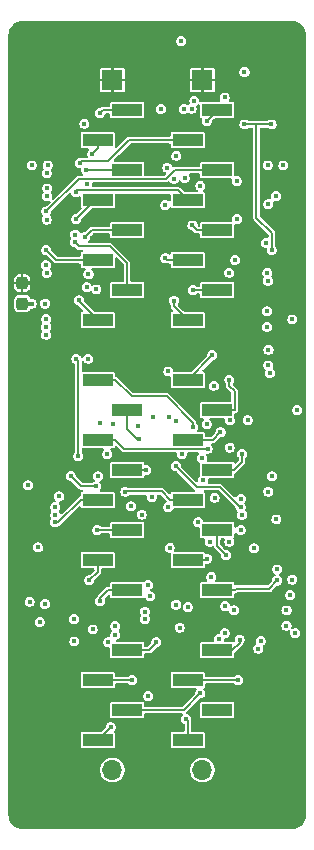
<source format=gbl>
G04 #@! TF.GenerationSoftware,KiCad,Pcbnew,9.0.6*
G04 #@! TF.CreationDate,2025-12-03T22:02:21+09:00*
G04 #@! TF.ProjectId,bionic-z380,62696f6e-6963-42d7-9a33-38302e6b6963,2*
G04 #@! TF.SameCoordinates,Original*
G04 #@! TF.FileFunction,Copper,L4,Bot*
G04 #@! TF.FilePolarity,Positive*
%FSLAX46Y46*%
G04 Gerber Fmt 4.6, Leading zero omitted, Abs format (unit mm)*
G04 Created by KiCad (PCBNEW 9.0.6) date 2025-12-03 22:02:21*
%MOMM*%
%LPD*%
G01*
G04 APERTURE LIST*
G04 Aperture macros list*
%AMRoundRect*
0 Rectangle with rounded corners*
0 $1 Rounding radius*
0 $2 $3 $4 $5 $6 $7 $8 $9 X,Y pos of 4 corners*
0 Add a 4 corners polygon primitive as box body*
4,1,4,$2,$3,$4,$5,$6,$7,$8,$9,$2,$3,0*
0 Add four circle primitives for the rounded corners*
1,1,$1+$1,$2,$3*
1,1,$1+$1,$4,$5*
1,1,$1+$1,$6,$7*
1,1,$1+$1,$8,$9*
0 Add four rect primitives between the rounded corners*
20,1,$1+$1,$2,$3,$4,$5,0*
20,1,$1+$1,$4,$5,$6,$7,0*
20,1,$1+$1,$6,$7,$8,$9,0*
20,1,$1+$1,$8,$9,$2,$3,0*%
G04 Aperture macros list end*
G04 #@! TA.AperFunction,ComponentPad*
%ADD10O,1.700000X1.700000*%
G04 #@! TD*
G04 #@! TA.AperFunction,SMDPad,CuDef*
%ADD11R,2.510000X1.000000*%
G04 #@! TD*
G04 #@! TA.AperFunction,ComponentPad*
%ADD12R,1.700000X1.700000*%
G04 #@! TD*
G04 #@! TA.AperFunction,SMDPad,CuDef*
%ADD13RoundRect,0.237500X0.237500X-0.300000X0.237500X0.300000X-0.237500X0.300000X-0.237500X-0.300000X0*%
G04 #@! TD*
G04 #@! TA.AperFunction,ViaPad*
%ADD14C,0.450000*%
G04 #@! TD*
G04 #@! TA.AperFunction,Conductor*
%ADD15C,0.150000*%
G04 #@! TD*
G04 #@! TA.AperFunction,Conductor*
%ADD16C,0.356000*%
G04 #@! TD*
G04 APERTURE END LIST*
D10*
X117535400Y-133500000D03*
D11*
X116290800Y-130960000D03*
X118780000Y-128420000D03*
X116290800Y-125880000D03*
X118780000Y-123340000D03*
X118780000Y-118260000D03*
X116290800Y-115720000D03*
X118780000Y-113180000D03*
X116290800Y-110640000D03*
X118780000Y-108100000D03*
X116290800Y-105560000D03*
X118780000Y-103020000D03*
X116290800Y-100480000D03*
X116290800Y-95400000D03*
X118780000Y-92860000D03*
X116290800Y-90320000D03*
X118780000Y-87780000D03*
X116290800Y-85240000D03*
X118780000Y-82700000D03*
X116290800Y-80160000D03*
X118780000Y-77620000D03*
D12*
X117535400Y-75080000D03*
X109915400Y-75080000D03*
D11*
X111160000Y-77620000D03*
X108670800Y-80160000D03*
X111160000Y-82700000D03*
X108670800Y-85240000D03*
X111160000Y-87780000D03*
X108670800Y-90320000D03*
X111160000Y-92860000D03*
X108670800Y-95400000D03*
X108670800Y-100480000D03*
X111160000Y-103020000D03*
X108670800Y-105560000D03*
X111160000Y-108100000D03*
X108670800Y-110640000D03*
X111160000Y-113180000D03*
X108670800Y-115720000D03*
X111160000Y-118260000D03*
X111160000Y-123340000D03*
X108670800Y-125880000D03*
X111160000Y-128420000D03*
X108670800Y-130960000D03*
D10*
X109915400Y-133500000D03*
D13*
X102270000Y-94001900D03*
X102270000Y-92276900D03*
D14*
X116625000Y-77493000D03*
X114652500Y-113167300D03*
X107023500Y-106906200D03*
X106854700Y-98663900D03*
X119415000Y-76553200D03*
X121091400Y-74394200D03*
X103070100Y-82306300D03*
X124380700Y-82306300D03*
X113115800Y-118782307D03*
X125130000Y-95349200D03*
X112938000Y-127238900D03*
X122996400Y-94663400D03*
X116849600Y-76858000D03*
X124963801Y-118678001D03*
X123009100Y-95958800D03*
X112938000Y-117815500D03*
X112099800Y-104366200D03*
X107540500Y-78775700D03*
X125130000Y-117371000D03*
X104417000Y-82307000D03*
X108683500Y-108620700D03*
X104200400Y-94003000D03*
X115975000Y-77518400D03*
X113375000Y-103578800D03*
X123428200Y-108620700D03*
X103070100Y-94003000D03*
X115732000Y-71778000D03*
X123046441Y-82304137D03*
X114025000Y-77518400D03*
X125130000Y-114030900D03*
X116849600Y-118158400D03*
X104429000Y-118780700D03*
X104022600Y-94663400D03*
X112620500Y-119428400D03*
X107794500Y-71765300D03*
X102803400Y-108620700D03*
X125130000Y-91907500D03*
X123377400Y-96619200D03*
X102625600Y-113167300D03*
X123161500Y-109268400D03*
X124393400Y-80579100D03*
X104049660Y-93353561D03*
X104200400Y-81658600D03*
X114957300Y-97025600D03*
X108937500Y-97216100D03*
X124634700Y-119326800D03*
X123186900Y-129448700D03*
X112722100Y-100848300D03*
X112645900Y-97025600D03*
X103070100Y-92275800D03*
X116163800Y-123238400D03*
X123350891Y-81656839D03*
X103057400Y-80579100D03*
X111058400Y-109268400D03*
X113738100Y-115250100D03*
X123352000Y-82954000D03*
X113890500Y-132026800D03*
X119529300Y-85849600D03*
X114682599Y-108844315D03*
X104594100Y-128864500D03*
X123352000Y-95311100D03*
X104073400Y-123340000D03*
X116151100Y-129169300D03*
X112150600Y-105458400D03*
X120761200Y-113180000D03*
X113235600Y-110409880D03*
X123860000Y-116507400D03*
X122920800Y-88846200D03*
X118293400Y-117165300D03*
X117357900Y-127011100D03*
X115327600Y-81480854D03*
X113633600Y-122679600D03*
X107705600Y-82700000D03*
X104352800Y-91407000D03*
X108620000Y-113180000D03*
X104271000Y-90757000D03*
X106849900Y-86840200D03*
X106702300Y-88808700D03*
X106677500Y-122606600D03*
X107945450Y-117433050D03*
X115605000Y-121434934D03*
X122259800Y-123229850D03*
X112785600Y-108100000D03*
X117974400Y-106296600D03*
X118932400Y-122400200D03*
X108848600Y-119199800D03*
X107605100Y-88338800D03*
X104302000Y-89456400D03*
X107727300Y-92618700D03*
X108824200Y-77879100D03*
X111591800Y-125880000D03*
X114561993Y-82489235D03*
X117357900Y-84020600D03*
X109750300Y-129880500D03*
X107882408Y-91527421D03*
X108212113Y-81344626D03*
X116748000Y-104493200D03*
X117177900Y-112519000D03*
X106753100Y-88161000D03*
X107069400Y-93736300D03*
X105062700Y-112519600D03*
X119797300Y-91389200D03*
X119805500Y-100454600D03*
X123034500Y-91390400D03*
X120672900Y-122451000D03*
X108554912Y-92798088D03*
X116722600Y-92860000D03*
X106816600Y-84554200D03*
X123113600Y-85591000D03*
X120888200Y-106728400D03*
X107172200Y-82090400D03*
X104352800Y-86891000D03*
X114389700Y-85653600D03*
X104395300Y-84249400D03*
X114391500Y-90162100D03*
X123758400Y-84909800D03*
X123850096Y-117448962D03*
X123098000Y-109919000D03*
X124647400Y-119978000D03*
X112658600Y-120079001D03*
X111007600Y-109919000D03*
X104352800Y-82957000D03*
X115122400Y-83436600D03*
X115130000Y-93749000D03*
X117941800Y-115593000D03*
X120431000Y-83639800D03*
X118373600Y-98371800D03*
X120456400Y-86857000D03*
X116688100Y-87382700D03*
X104378200Y-84909800D03*
X103605500Y-114653200D03*
X119516600Y-115288200D03*
X102774100Y-109395400D03*
X104200400Y-119428400D03*
X114765400Y-114667000D03*
X117916400Y-78559800D03*
X116036800Y-83360400D03*
X107763600Y-83912000D03*
X120303700Y-90304800D03*
X119059400Y-104899600D03*
X120558000Y-125880000D03*
X123072600Y-92059900D03*
X104302000Y-86207000D03*
X122463000Y-122578000D03*
X123098000Y-99235400D03*
X120781000Y-110563800D03*
X118557100Y-110431100D03*
X114643781Y-99743076D03*
X114639800Y-111224200D03*
X123258367Y-99869336D03*
X106377600Y-108582600D03*
X108544300Y-109471600D03*
X110144000Y-121308000D03*
X104302000Y-95307000D03*
X102894612Y-119253012D03*
X105064000Y-111219000D03*
X108848600Y-104137600D03*
X108246467Y-121594601D03*
X109991600Y-104188400D03*
X117593400Y-108975002D03*
X118496000Y-100967100D03*
X103743200Y-120952400D03*
X110144000Y-122044600D03*
X120890100Y-111869000D03*
X121352600Y-103883600D03*
X115325600Y-103985200D03*
X120761200Y-111219001D03*
X115300200Y-107769800D03*
X119421838Y-121917600D03*
X125561750Y-103007350D03*
X125383806Y-121916065D03*
X107858000Y-98676600D03*
X112658600Y-120723800D03*
X123797300Y-112271500D03*
X123123400Y-97914600D03*
X115780500Y-106773800D03*
X116290800Y-119707800D03*
X124647400Y-121282600D03*
X119852800Y-103900600D03*
X120195900Y-119987200D03*
X105064000Y-111869000D03*
X112391079Y-111866799D03*
X119465800Y-119606200D03*
X117886976Y-104232659D03*
X119814684Y-114169302D03*
X119845900Y-106195000D03*
X109555931Y-122681967D03*
X109475000Y-106754700D03*
X104299800Y-96641700D03*
X105394200Y-110335200D03*
X111472000Y-111173400D03*
X121896700Y-114728100D03*
X117484600Y-107109400D03*
X118170495Y-114172838D03*
X115279600Y-119489700D03*
X114690700Y-103613900D03*
X106671100Y-120723800D03*
X104294400Y-95957000D03*
X123377400Y-78839200D03*
X123402800Y-89456400D03*
X121091400Y-78839200D03*
D15*
X117916400Y-78559800D02*
X117919600Y-78559800D01*
X117919600Y-78559800D02*
X118780000Y-77699400D01*
X118780000Y-77699400D02*
X118780000Y-77620000D01*
X106830000Y-84427200D02*
X115478000Y-84427200D01*
X106816600Y-84440600D02*
X106830000Y-84427200D01*
X115478000Y-84427200D02*
X116290800Y-85240000D01*
X106816600Y-84554200D02*
X106816600Y-84440600D01*
X104302000Y-86207000D02*
X107047000Y-83462000D01*
X107047000Y-83462000D02*
X114436600Y-83462000D01*
X114436600Y-83462000D02*
X115198600Y-82700000D01*
X115198600Y-82700000D02*
X118780000Y-82700000D01*
X115300200Y-107769800D02*
X117052800Y-109522400D01*
X117052800Y-109522400D02*
X118983200Y-109522400D01*
X118983200Y-109522400D02*
X120685000Y-111224200D01*
X120685000Y-111224200D02*
X120756001Y-111224200D01*
X120756001Y-111224200D02*
X120761200Y-111219001D01*
X116748000Y-104493200D02*
X116748000Y-104112200D01*
X111542900Y-101870400D02*
X110152500Y-100480000D01*
X116748000Y-104112200D02*
X114506200Y-101870400D01*
X114506200Y-101870400D02*
X111542900Y-101870400D01*
X110152500Y-100480000D02*
X108670800Y-100480000D01*
X117949000Y-106322000D02*
X110914500Y-106322000D01*
X117974400Y-106296600D02*
X117949000Y-106322000D01*
X110914500Y-106322000D02*
X110152500Y-105560000D01*
X110152500Y-105560000D02*
X108670800Y-105560000D01*
X112150600Y-105458400D02*
X112023600Y-105458400D01*
X112023600Y-105458400D02*
X111160000Y-104594800D01*
X111160000Y-104594800D02*
X111160000Y-103020000D01*
X119059400Y-104899600D02*
X118399000Y-105560000D01*
X118399000Y-105560000D02*
X116290800Y-105560000D01*
X123850096Y-117448962D02*
X123849238Y-117448962D01*
X123849238Y-117448962D02*
X123148800Y-118149400D01*
X120372300Y-118149400D02*
X120261700Y-118260000D01*
X123148800Y-118149400D02*
X120372300Y-118149400D01*
X120261700Y-118260000D02*
X118780000Y-118260000D01*
X120888200Y-106728400D02*
X120888200Y-107388800D01*
X120888200Y-107388800D02*
X120177000Y-108100000D01*
X120177000Y-108100000D02*
X118780000Y-108100000D01*
X120261700Y-103020000D02*
X118780000Y-103020000D01*
X119805500Y-100976500D02*
X120261700Y-101432700D01*
X119805500Y-100454600D02*
X119805500Y-100976500D01*
X120261700Y-101432700D02*
X120261700Y-103020000D01*
X106854700Y-98663900D02*
X107023500Y-98832700D01*
X107023500Y-98832700D02*
X107023500Y-106906200D01*
X107265000Y-109471600D02*
X108544300Y-109471600D01*
X106377600Y-108582600D02*
X106736000Y-108941000D01*
X106736000Y-108941000D02*
X106736000Y-108942600D01*
X106736000Y-108942600D02*
X107265000Y-109471600D01*
X107945450Y-117433050D02*
X108670800Y-116707700D01*
X108670800Y-116707700D02*
X108670800Y-115720000D01*
X107705600Y-82700000D02*
X111160000Y-82700000D01*
X108212113Y-81344626D02*
X108212113Y-81329887D01*
X108212113Y-81329887D02*
X108670800Y-80871200D01*
X108670800Y-80871200D02*
X108670800Y-80160000D01*
X106702300Y-88808700D02*
X107045200Y-89151600D01*
X107045200Y-89151600D02*
X109709400Y-89151600D01*
X109709400Y-89151600D02*
X111160000Y-90602200D01*
X111160000Y-90602200D02*
X111160000Y-92860000D01*
X119516600Y-115288200D02*
X118780000Y-114551600D01*
X118780000Y-114551600D02*
X118780000Y-113180000D01*
D16*
X102271100Y-94003000D02*
X102270000Y-94001900D01*
X103070100Y-94003000D02*
X102271100Y-94003000D01*
X102271100Y-92275800D02*
X102270000Y-92276900D01*
X103070100Y-92275800D02*
X102271100Y-92275800D01*
D15*
X116151100Y-129169300D02*
X116303500Y-129321700D01*
X116297300Y-130953500D02*
X116290800Y-130960000D01*
X116303500Y-129321700D02*
X116303500Y-130947300D01*
X116297500Y-130953500D02*
X116297300Y-130953500D01*
X116303500Y-130947300D02*
X116290800Y-130960000D01*
X117357900Y-127011100D02*
X115949000Y-128420000D01*
X115949000Y-128420000D02*
X111160000Y-128420000D01*
X113633600Y-122720600D02*
X113014200Y-123340000D01*
X113633600Y-122679600D02*
X113633600Y-122720600D01*
X113014200Y-123340000D02*
X111160000Y-123340000D01*
X108620000Y-113180000D02*
X111160000Y-113180000D01*
X108450100Y-85240000D02*
X108670800Y-85240000D01*
X106849900Y-86840200D02*
X108450100Y-85240000D01*
X112785600Y-108100000D02*
X111160000Y-108100000D01*
X108848600Y-118971200D02*
X109559800Y-118260000D01*
X108848600Y-119199800D02*
X108848600Y-118971200D01*
X109559800Y-118260000D02*
X111160000Y-118260000D01*
X108163900Y-87780000D02*
X111160000Y-87780000D01*
X107605100Y-88338800D02*
X108163900Y-87780000D01*
X104302000Y-89456400D02*
X105165600Y-90320000D01*
X105165600Y-90320000D02*
X108670800Y-90320000D01*
X109077200Y-77620000D02*
X111160000Y-77620000D01*
X108824200Y-77873000D02*
X109077200Y-77620000D01*
X108824200Y-77879100D02*
X108824200Y-77873000D01*
X111591800Y-125880000D02*
X108670800Y-125880000D01*
X109750300Y-129880500D02*
X108670800Y-130960000D01*
X107069400Y-93736300D02*
X107069400Y-93798600D01*
X107069400Y-93798600D02*
X108670800Y-95400000D01*
X107223000Y-110640000D02*
X108670800Y-110640000D01*
X105343400Y-112519600D02*
X107223000Y-110640000D01*
X105062700Y-112519600D02*
X105343400Y-112519600D01*
X120050000Y-123340000D02*
X118780000Y-123340000D01*
X120672900Y-122717100D02*
X120050000Y-123340000D01*
X120672900Y-122451000D02*
X120672900Y-122717100D01*
X116722600Y-92860000D02*
X118780000Y-92860000D01*
X107172200Y-82090400D02*
X107288600Y-81974000D01*
X111312400Y-80160000D02*
X116290800Y-80160000D01*
X109498400Y-81974000D02*
X111312400Y-80160000D01*
X107288600Y-81974000D02*
X109498400Y-81974000D01*
X114391500Y-90162100D02*
X114391500Y-90198700D01*
X114391500Y-90198700D02*
X114512800Y-90320000D01*
X114512800Y-90320000D02*
X116290800Y-90320000D01*
X111015600Y-109911000D02*
X114080100Y-109911000D01*
X111007600Y-109919000D02*
X111015600Y-109911000D01*
X114080100Y-109911000D02*
X114809100Y-110640000D01*
X114809100Y-110640000D02*
X116290800Y-110640000D01*
X115130000Y-94239200D02*
X116290800Y-95400000D01*
X115130000Y-93749000D02*
X115130000Y-94239200D01*
X117941800Y-115593000D02*
X117814800Y-115720000D01*
X117814800Y-115720000D02*
X116290800Y-115720000D01*
X118373600Y-98371800D02*
X118373600Y-98397200D01*
X118373600Y-98397200D02*
X116290800Y-100480000D01*
X117078200Y-87780000D02*
X118780000Y-87780000D01*
X116688100Y-87382700D02*
X116688100Y-87389900D01*
X116688100Y-87389900D02*
X117078200Y-87780000D01*
X120558000Y-125880000D02*
X116290800Y-125880000D01*
X123377400Y-78839200D02*
X121091400Y-78839200D01*
X123402800Y-88034000D02*
X123402800Y-89456400D01*
X122107400Y-86738600D02*
X123402800Y-88034000D01*
X122107400Y-78839200D02*
X122107400Y-86738600D01*
G04 #@! TA.AperFunction,Conductor*
G36*
X125134309Y-70100877D02*
G01*
X125324457Y-70117512D01*
X125341437Y-70120505D01*
X125521635Y-70168789D01*
X125537839Y-70174687D01*
X125706902Y-70253523D01*
X125721842Y-70262149D01*
X125874641Y-70369140D01*
X125887861Y-70380232D01*
X126019767Y-70512138D01*
X126030859Y-70525358D01*
X126137850Y-70678157D01*
X126146478Y-70693101D01*
X126225308Y-70862151D01*
X126231211Y-70878368D01*
X126279492Y-71058555D01*
X126282488Y-71075550D01*
X126299123Y-71265690D01*
X126299500Y-71274318D01*
X126299500Y-137305681D01*
X126299123Y-137314309D01*
X126282488Y-137504449D01*
X126279492Y-137521444D01*
X126231211Y-137701631D01*
X126225308Y-137717848D01*
X126146478Y-137886898D01*
X126137850Y-137901842D01*
X126030859Y-138054641D01*
X126019767Y-138067861D01*
X125887861Y-138199767D01*
X125874641Y-138210859D01*
X125721842Y-138317850D01*
X125706898Y-138326478D01*
X125537848Y-138405308D01*
X125521631Y-138411211D01*
X125341444Y-138459492D01*
X125324449Y-138462488D01*
X125134309Y-138479123D01*
X125125681Y-138479500D01*
X102274319Y-138479500D01*
X102265691Y-138479123D01*
X102075550Y-138462488D01*
X102058555Y-138459492D01*
X101878368Y-138411211D01*
X101862154Y-138405309D01*
X101693100Y-138326477D01*
X101678157Y-138317850D01*
X101525358Y-138210859D01*
X101512138Y-138199767D01*
X101380232Y-138067861D01*
X101369140Y-138054641D01*
X101262149Y-137901842D01*
X101253523Y-137886902D01*
X101174687Y-137717839D01*
X101168788Y-137701631D01*
X101149843Y-137630926D01*
X101120505Y-137521437D01*
X101117512Y-137504457D01*
X101100877Y-137314309D01*
X101100500Y-137305681D01*
X101100500Y-133396532D01*
X108864900Y-133396532D01*
X108864900Y-133603467D01*
X108905269Y-133806418D01*
X108984458Y-133997597D01*
X108984459Y-133997598D01*
X109099423Y-134169655D01*
X109245745Y-134315977D01*
X109417802Y-134430941D01*
X109608980Y-134510130D01*
X109811935Y-134550500D01*
X109811936Y-134550500D01*
X110018864Y-134550500D01*
X110018865Y-134550500D01*
X110221820Y-134510130D01*
X110412998Y-134430941D01*
X110585055Y-134315977D01*
X110731377Y-134169655D01*
X110846341Y-133997598D01*
X110925530Y-133806420D01*
X110965900Y-133603465D01*
X110965900Y-133396535D01*
X110965899Y-133396532D01*
X116484900Y-133396532D01*
X116484900Y-133603467D01*
X116525269Y-133806418D01*
X116604458Y-133997597D01*
X116604459Y-133997598D01*
X116719423Y-134169655D01*
X116865745Y-134315977D01*
X117037802Y-134430941D01*
X117228980Y-134510130D01*
X117431935Y-134550500D01*
X117431936Y-134550500D01*
X117638864Y-134550500D01*
X117638865Y-134550500D01*
X117841820Y-134510130D01*
X118032998Y-134430941D01*
X118205055Y-134315977D01*
X118351377Y-134169655D01*
X118466341Y-133997598D01*
X118545530Y-133806420D01*
X118585900Y-133603465D01*
X118585900Y-133396535D01*
X118545530Y-133193580D01*
X118466341Y-133002402D01*
X118351377Y-132830345D01*
X118205055Y-132684023D01*
X118032998Y-132569059D01*
X118032999Y-132569059D01*
X118032997Y-132569058D01*
X117841818Y-132489869D01*
X117638867Y-132449500D01*
X117638865Y-132449500D01*
X117431935Y-132449500D01*
X117431932Y-132449500D01*
X117228981Y-132489869D01*
X117037802Y-132569058D01*
X116865748Y-132684020D01*
X116719420Y-132830348D01*
X116604458Y-133002402D01*
X116525269Y-133193581D01*
X116484900Y-133396532D01*
X110965899Y-133396532D01*
X110925530Y-133193580D01*
X110846341Y-133002402D01*
X110731377Y-132830345D01*
X110585055Y-132684023D01*
X110412998Y-132569059D01*
X110412999Y-132569059D01*
X110412997Y-132569058D01*
X110221818Y-132489869D01*
X110018867Y-132449500D01*
X110018865Y-132449500D01*
X109811935Y-132449500D01*
X109811932Y-132449500D01*
X109608981Y-132489869D01*
X109417802Y-132569058D01*
X109245748Y-132684020D01*
X109099420Y-132830348D01*
X108984458Y-133002402D01*
X108905269Y-133193581D01*
X108864900Y-133396532D01*
X101100500Y-133396532D01*
X101100500Y-130440253D01*
X107215300Y-130440253D01*
X107215300Y-131479746D01*
X107215301Y-131479758D01*
X107226932Y-131538227D01*
X107226933Y-131538231D01*
X107271248Y-131604552D01*
X107337569Y-131648867D01*
X107382031Y-131657711D01*
X107396041Y-131660498D01*
X107396046Y-131660498D01*
X107396052Y-131660500D01*
X107396053Y-131660500D01*
X109945547Y-131660500D01*
X109945548Y-131660500D01*
X110004031Y-131648867D01*
X110070352Y-131604552D01*
X110114667Y-131538231D01*
X110126300Y-131479748D01*
X110126300Y-130440252D01*
X110114667Y-130381769D01*
X110070352Y-130315448D01*
X110070348Y-130315445D01*
X110063729Y-130308826D01*
X110035952Y-130254309D01*
X110045523Y-130193877D01*
X110063726Y-130168821D01*
X110090785Y-130141763D01*
X110146803Y-130044737D01*
X110175800Y-129936518D01*
X110175800Y-129824482D01*
X110146803Y-129716263D01*
X110146801Y-129716260D01*
X110146801Y-129716258D01*
X110090786Y-129619239D01*
X110090785Y-129619237D01*
X110011563Y-129540015D01*
X110011560Y-129540013D01*
X109914540Y-129483998D01*
X109914542Y-129483998D01*
X109872551Y-129472747D01*
X109806318Y-129455000D01*
X109694282Y-129455000D01*
X109628048Y-129472747D01*
X109586058Y-129483998D01*
X109489039Y-129540013D01*
X109409813Y-129619239D01*
X109353798Y-129716258D01*
X109324800Y-129824483D01*
X109324800Y-129875377D01*
X109305893Y-129933568D01*
X109295804Y-129945380D01*
X109010682Y-130230503D01*
X108956165Y-130258281D01*
X108940678Y-130259500D01*
X107396052Y-130259500D01*
X107396051Y-130259500D01*
X107396041Y-130259501D01*
X107337572Y-130271132D01*
X107337566Y-130271134D01*
X107271251Y-130315445D01*
X107271245Y-130315451D01*
X107226934Y-130381766D01*
X107226932Y-130381772D01*
X107215301Y-130440241D01*
X107215300Y-130440253D01*
X101100500Y-130440253D01*
X101100500Y-127900253D01*
X109704500Y-127900253D01*
X109704500Y-128939746D01*
X109704501Y-128939758D01*
X109716132Y-128998227D01*
X109716134Y-128998233D01*
X109720698Y-129005063D01*
X109760448Y-129064552D01*
X109826769Y-129108867D01*
X109871231Y-129117711D01*
X109885241Y-129120498D01*
X109885246Y-129120498D01*
X109885252Y-129120500D01*
X109885253Y-129120500D01*
X112434747Y-129120500D01*
X112434748Y-129120500D01*
X112493231Y-129108867D01*
X112559552Y-129064552D01*
X112603867Y-128998231D01*
X112615500Y-128939748D01*
X112615500Y-128794500D01*
X112634407Y-128736309D01*
X112683907Y-128700345D01*
X112714500Y-128695500D01*
X115784145Y-128695500D01*
X115842336Y-128714407D01*
X115878300Y-128763907D01*
X115878300Y-128825093D01*
X115854150Y-128864501D01*
X115810615Y-128908037D01*
X115810613Y-128908039D01*
X115754598Y-129005058D01*
X115754597Y-129005063D01*
X115725600Y-129113282D01*
X115725600Y-129225318D01*
X115736742Y-129266899D01*
X115754598Y-129333541D01*
X115810613Y-129430560D01*
X115810615Y-129430563D01*
X115889837Y-129509785D01*
X115978500Y-129560975D01*
X116019441Y-129606443D01*
X116028000Y-129646710D01*
X116028000Y-130160500D01*
X116009093Y-130218691D01*
X115959593Y-130254655D01*
X115929000Y-130259500D01*
X115016052Y-130259500D01*
X115016051Y-130259500D01*
X115016041Y-130259501D01*
X114957572Y-130271132D01*
X114957566Y-130271134D01*
X114891251Y-130315445D01*
X114891245Y-130315451D01*
X114846934Y-130381766D01*
X114846932Y-130381772D01*
X114835301Y-130440241D01*
X114835300Y-130440253D01*
X114835300Y-131479746D01*
X114835301Y-131479758D01*
X114846932Y-131538227D01*
X114846933Y-131538231D01*
X114891248Y-131604552D01*
X114957569Y-131648867D01*
X115002031Y-131657711D01*
X115016041Y-131660498D01*
X115016046Y-131660498D01*
X115016052Y-131660500D01*
X115016053Y-131660500D01*
X117565547Y-131660500D01*
X117565548Y-131660500D01*
X117624031Y-131648867D01*
X117690352Y-131604552D01*
X117734667Y-131538231D01*
X117746300Y-131479748D01*
X117746300Y-130440252D01*
X117734667Y-130381769D01*
X117690352Y-130315448D01*
X117680442Y-130308826D01*
X117624033Y-130271134D01*
X117624031Y-130271133D01*
X117624028Y-130271132D01*
X117624027Y-130271132D01*
X117565558Y-130259501D01*
X117565548Y-130259500D01*
X117565547Y-130259500D01*
X116678000Y-130259500D01*
X116619809Y-130240593D01*
X116583845Y-130191093D01*
X116579000Y-130160500D01*
X116579000Y-129266899D01*
X116577451Y-129259113D01*
X116576395Y-129226874D01*
X116576600Y-129225317D01*
X116576600Y-129113283D01*
X116563543Y-129064554D01*
X116547603Y-129005063D01*
X116547601Y-129005060D01*
X116547601Y-129005058D01*
X116491586Y-128908039D01*
X116491585Y-128908037D01*
X116412363Y-128828815D01*
X116412360Y-128828813D01*
X116315340Y-128772798D01*
X116315341Y-128772798D01*
X116221083Y-128747542D01*
X116169768Y-128714218D01*
X116147842Y-128657096D01*
X116163678Y-128597996D01*
X116176699Y-128581915D01*
X116182557Y-128576058D01*
X116182556Y-128576058D01*
X116182562Y-128576052D01*
X116858362Y-127900253D01*
X117324500Y-127900253D01*
X117324500Y-128939746D01*
X117324501Y-128939758D01*
X117336132Y-128998227D01*
X117336134Y-128998233D01*
X117340698Y-129005063D01*
X117380448Y-129064552D01*
X117446769Y-129108867D01*
X117491231Y-129117711D01*
X117505241Y-129120498D01*
X117505246Y-129120498D01*
X117505252Y-129120500D01*
X117505253Y-129120500D01*
X120054747Y-129120500D01*
X120054748Y-129120500D01*
X120113231Y-129108867D01*
X120179552Y-129064552D01*
X120223867Y-128998231D01*
X120235500Y-128939748D01*
X120235500Y-127900252D01*
X120223867Y-127841769D01*
X120179552Y-127775448D01*
X120179548Y-127775445D01*
X120113233Y-127731134D01*
X120113231Y-127731133D01*
X120113228Y-127731132D01*
X120113227Y-127731132D01*
X120054758Y-127719501D01*
X120054748Y-127719500D01*
X117505252Y-127719500D01*
X117505251Y-127719500D01*
X117505241Y-127719501D01*
X117446772Y-127731132D01*
X117446766Y-127731134D01*
X117380451Y-127775445D01*
X117380445Y-127775451D01*
X117336134Y-127841766D01*
X117336132Y-127841772D01*
X117324501Y-127900241D01*
X117324500Y-127900253D01*
X116858362Y-127900253D01*
X116933231Y-127825384D01*
X116933233Y-127825382D01*
X117293021Y-127465596D01*
X117347537Y-127437819D01*
X117363024Y-127436600D01*
X117413916Y-127436600D01*
X117413918Y-127436600D01*
X117522137Y-127407603D01*
X117522139Y-127407601D01*
X117522141Y-127407601D01*
X117550964Y-127390959D01*
X117619163Y-127351585D01*
X117698385Y-127272363D01*
X117737759Y-127204164D01*
X117754401Y-127175341D01*
X117754401Y-127175339D01*
X117754403Y-127175337D01*
X117783400Y-127067118D01*
X117783400Y-126955082D01*
X117754403Y-126846863D01*
X117754401Y-126846860D01*
X117754401Y-126846858D01*
X117698386Y-126749839D01*
X117698385Y-126749837D01*
X117645416Y-126696868D01*
X117617641Y-126642354D01*
X117627212Y-126581922D01*
X117660420Y-126544552D01*
X117690352Y-126524552D01*
X117734667Y-126458231D01*
X117746300Y-126399748D01*
X117746300Y-126254500D01*
X117765207Y-126196309D01*
X117814707Y-126160345D01*
X117845300Y-126155500D01*
X120190744Y-126155500D01*
X120248935Y-126174407D01*
X120260747Y-126184496D01*
X120296737Y-126220485D01*
X120393759Y-126276501D01*
X120393757Y-126276501D01*
X120393761Y-126276502D01*
X120393763Y-126276503D01*
X120501982Y-126305500D01*
X120501984Y-126305500D01*
X120614016Y-126305500D01*
X120614018Y-126305500D01*
X120722237Y-126276503D01*
X120722239Y-126276501D01*
X120722241Y-126276501D01*
X120760347Y-126254500D01*
X120819263Y-126220485D01*
X120898485Y-126141263D01*
X120954503Y-126044237D01*
X120983500Y-125936018D01*
X120983500Y-125823982D01*
X120954503Y-125715763D01*
X120954501Y-125715760D01*
X120954501Y-125715758D01*
X120898486Y-125618739D01*
X120898485Y-125618737D01*
X120819263Y-125539515D01*
X120813336Y-125536093D01*
X120722240Y-125483498D01*
X120722242Y-125483498D01*
X120680251Y-125472247D01*
X120614018Y-125454500D01*
X120501982Y-125454500D01*
X120435748Y-125472247D01*
X120393758Y-125483498D01*
X120296737Y-125539514D01*
X120260747Y-125575504D01*
X120206230Y-125603281D01*
X120190744Y-125604500D01*
X117845300Y-125604500D01*
X117787109Y-125585593D01*
X117751145Y-125536093D01*
X117746300Y-125505500D01*
X117746300Y-125360253D01*
X117746298Y-125360241D01*
X117743511Y-125346231D01*
X117734667Y-125301769D01*
X117690352Y-125235448D01*
X117690348Y-125235445D01*
X117624033Y-125191134D01*
X117624031Y-125191133D01*
X117624028Y-125191132D01*
X117624027Y-125191132D01*
X117565558Y-125179501D01*
X117565548Y-125179500D01*
X115016052Y-125179500D01*
X115016051Y-125179500D01*
X115016041Y-125179501D01*
X114957572Y-125191132D01*
X114957566Y-125191134D01*
X114891251Y-125235445D01*
X114891245Y-125235451D01*
X114846934Y-125301766D01*
X114846932Y-125301772D01*
X114835301Y-125360241D01*
X114835300Y-125360253D01*
X114835300Y-126399746D01*
X114835301Y-126399758D01*
X114846932Y-126458227D01*
X114846933Y-126458231D01*
X114891248Y-126524552D01*
X114957569Y-126568867D01*
X115002031Y-126577711D01*
X115016041Y-126580498D01*
X115016046Y-126580498D01*
X115016052Y-126580500D01*
X115016053Y-126580500D01*
X116947745Y-126580500D01*
X117005936Y-126599407D01*
X117041900Y-126648907D01*
X117041900Y-126710093D01*
X117020913Y-126744339D01*
X117021366Y-126744687D01*
X117018062Y-126748992D01*
X117017750Y-126749501D01*
X117017415Y-126749837D01*
X117017413Y-126749839D01*
X116961398Y-126846858D01*
X116932400Y-126955083D01*
X116932400Y-127005976D01*
X116913493Y-127064167D01*
X116903404Y-127075980D01*
X115863881Y-128115504D01*
X115809364Y-128143281D01*
X115793877Y-128144500D01*
X112714500Y-128144500D01*
X112656309Y-128125593D01*
X112620345Y-128076093D01*
X112615500Y-128045500D01*
X112615500Y-127900253D01*
X112615498Y-127900241D01*
X112612711Y-127886231D01*
X112603867Y-127841769D01*
X112559552Y-127775448D01*
X112559548Y-127775445D01*
X112493233Y-127731134D01*
X112493231Y-127731133D01*
X112493228Y-127731132D01*
X112493227Y-127731132D01*
X112434758Y-127719501D01*
X112434748Y-127719500D01*
X109885252Y-127719500D01*
X109885251Y-127719500D01*
X109885241Y-127719501D01*
X109826772Y-127731132D01*
X109826766Y-127731134D01*
X109760451Y-127775445D01*
X109760445Y-127775451D01*
X109716134Y-127841766D01*
X109716132Y-127841772D01*
X109704501Y-127900241D01*
X109704500Y-127900253D01*
X101100500Y-127900253D01*
X101100500Y-127182882D01*
X112512500Y-127182882D01*
X112512500Y-127294918D01*
X112527684Y-127351585D01*
X112541498Y-127403141D01*
X112597513Y-127500160D01*
X112597515Y-127500163D01*
X112676737Y-127579385D01*
X112676739Y-127579386D01*
X112773759Y-127635401D01*
X112773757Y-127635401D01*
X112773761Y-127635402D01*
X112773763Y-127635403D01*
X112881982Y-127664400D01*
X112881984Y-127664400D01*
X112994016Y-127664400D01*
X112994018Y-127664400D01*
X113102237Y-127635403D01*
X113102239Y-127635401D01*
X113102241Y-127635401D01*
X113131064Y-127618759D01*
X113199263Y-127579385D01*
X113278485Y-127500163D01*
X113334503Y-127403137D01*
X113363500Y-127294918D01*
X113363500Y-127182882D01*
X113334503Y-127074663D01*
X113334501Y-127074660D01*
X113334501Y-127074658D01*
X113278486Y-126977639D01*
X113278485Y-126977637D01*
X113199263Y-126898415D01*
X113199260Y-126898413D01*
X113102240Y-126842398D01*
X113102242Y-126842398D01*
X113060251Y-126831147D01*
X112994018Y-126813400D01*
X112881982Y-126813400D01*
X112815748Y-126831147D01*
X112773758Y-126842398D01*
X112676739Y-126898413D01*
X112597513Y-126977639D01*
X112541498Y-127074658D01*
X112541497Y-127074663D01*
X112512500Y-127182882D01*
X101100500Y-127182882D01*
X101100500Y-125360253D01*
X107215300Y-125360253D01*
X107215300Y-126399746D01*
X107215301Y-126399758D01*
X107226932Y-126458227D01*
X107226933Y-126458231D01*
X107271248Y-126524552D01*
X107337569Y-126568867D01*
X107382031Y-126577711D01*
X107396041Y-126580498D01*
X107396046Y-126580498D01*
X107396052Y-126580500D01*
X107396053Y-126580500D01*
X109945547Y-126580500D01*
X109945548Y-126580500D01*
X110004031Y-126568867D01*
X110070352Y-126524552D01*
X110114667Y-126458231D01*
X110126300Y-126399748D01*
X110126300Y-126254500D01*
X110145207Y-126196309D01*
X110194707Y-126160345D01*
X110225300Y-126155500D01*
X111224544Y-126155500D01*
X111282735Y-126174407D01*
X111294547Y-126184496D01*
X111330537Y-126220485D01*
X111427559Y-126276501D01*
X111427557Y-126276501D01*
X111427561Y-126276502D01*
X111427563Y-126276503D01*
X111535782Y-126305500D01*
X111535784Y-126305500D01*
X111647816Y-126305500D01*
X111647818Y-126305500D01*
X111756037Y-126276503D01*
X111756039Y-126276501D01*
X111756041Y-126276501D01*
X111794147Y-126254500D01*
X111853063Y-126220485D01*
X111932285Y-126141263D01*
X111988303Y-126044237D01*
X112017300Y-125936018D01*
X112017300Y-125823982D01*
X111988303Y-125715763D01*
X111988301Y-125715760D01*
X111988301Y-125715758D01*
X111932286Y-125618739D01*
X111932285Y-125618737D01*
X111853063Y-125539515D01*
X111847136Y-125536093D01*
X111756040Y-125483498D01*
X111756042Y-125483498D01*
X111714051Y-125472247D01*
X111647818Y-125454500D01*
X111535782Y-125454500D01*
X111469548Y-125472247D01*
X111427558Y-125483498D01*
X111330537Y-125539514D01*
X111294547Y-125575504D01*
X111240030Y-125603281D01*
X111224544Y-125604500D01*
X110225300Y-125604500D01*
X110167109Y-125585593D01*
X110131145Y-125536093D01*
X110126300Y-125505500D01*
X110126300Y-125360253D01*
X110126298Y-125360241D01*
X110123511Y-125346231D01*
X110114667Y-125301769D01*
X110070352Y-125235448D01*
X110070348Y-125235445D01*
X110004033Y-125191134D01*
X110004031Y-125191133D01*
X110004028Y-125191132D01*
X110004027Y-125191132D01*
X109945558Y-125179501D01*
X109945548Y-125179500D01*
X107396052Y-125179500D01*
X107396051Y-125179500D01*
X107396041Y-125179501D01*
X107337572Y-125191132D01*
X107337566Y-125191134D01*
X107271251Y-125235445D01*
X107271245Y-125235451D01*
X107226934Y-125301766D01*
X107226932Y-125301772D01*
X107215301Y-125360241D01*
X107215300Y-125360253D01*
X101100500Y-125360253D01*
X101100500Y-122550582D01*
X106252000Y-122550582D01*
X106252000Y-122662618D01*
X106273334Y-122742237D01*
X106280998Y-122770841D01*
X106337013Y-122867860D01*
X106337015Y-122867863D01*
X106416237Y-122947085D01*
X106416239Y-122947086D01*
X106513259Y-123003101D01*
X106513257Y-123003101D01*
X106513261Y-123003102D01*
X106513263Y-123003103D01*
X106621482Y-123032100D01*
X106621484Y-123032100D01*
X106733516Y-123032100D01*
X106733518Y-123032100D01*
X106841737Y-123003103D01*
X106841739Y-123003101D01*
X106841741Y-123003101D01*
X106881815Y-122979964D01*
X106938763Y-122947085D01*
X107017985Y-122867863D01*
X107068119Y-122781029D01*
X107074001Y-122770841D01*
X107074001Y-122770839D01*
X107074003Y-122770837D01*
X107103000Y-122662618D01*
X107103000Y-122625949D01*
X109130431Y-122625949D01*
X109130431Y-122737985D01*
X109155983Y-122833347D01*
X109159429Y-122846208D01*
X109214079Y-122940863D01*
X109215446Y-122943230D01*
X109294668Y-123022452D01*
X109294670Y-123022453D01*
X109391690Y-123078468D01*
X109391688Y-123078468D01*
X109391692Y-123078469D01*
X109391694Y-123078470D01*
X109499913Y-123107467D01*
X109499915Y-123107467D01*
X109605500Y-123107467D01*
X109663691Y-123126374D01*
X109699655Y-123175874D01*
X109704500Y-123206467D01*
X109704500Y-123859746D01*
X109704501Y-123859758D01*
X109716132Y-123918227D01*
X109716133Y-123918231D01*
X109760448Y-123984552D01*
X109826769Y-124028867D01*
X109871231Y-124037711D01*
X109885241Y-124040498D01*
X109885246Y-124040498D01*
X109885252Y-124040500D01*
X109885253Y-124040500D01*
X112434747Y-124040500D01*
X112434748Y-124040500D01*
X112493231Y-124028867D01*
X112559552Y-123984552D01*
X112603867Y-123918231D01*
X112615500Y-123859748D01*
X112615500Y-123714500D01*
X112634407Y-123656309D01*
X112683907Y-123620345D01*
X112714500Y-123615500D01*
X113068999Y-123615500D01*
X113069000Y-123615500D01*
X113170258Y-123573557D01*
X113247757Y-123496058D01*
X113609719Y-123134096D01*
X113664236Y-123106319D01*
X113679723Y-123105100D01*
X113689616Y-123105100D01*
X113689618Y-123105100D01*
X113797837Y-123076103D01*
X113797839Y-123076101D01*
X113797841Y-123076101D01*
X113838273Y-123052757D01*
X113894863Y-123020085D01*
X113974085Y-122940863D01*
X114028734Y-122846208D01*
X114030101Y-122843841D01*
X114030101Y-122843839D01*
X114030103Y-122843837D01*
X114036422Y-122820253D01*
X117324500Y-122820253D01*
X117324500Y-123859746D01*
X117324501Y-123859758D01*
X117336132Y-123918227D01*
X117336133Y-123918231D01*
X117380448Y-123984552D01*
X117446769Y-124028867D01*
X117491231Y-124037711D01*
X117505241Y-124040498D01*
X117505246Y-124040498D01*
X117505252Y-124040500D01*
X117505253Y-124040500D01*
X120054747Y-124040500D01*
X120054748Y-124040500D01*
X120113231Y-124028867D01*
X120179552Y-123984552D01*
X120223867Y-123918231D01*
X120235500Y-123859748D01*
X120235500Y-123585122D01*
X120237968Y-123577524D01*
X120236719Y-123569636D01*
X120247242Y-123548981D01*
X120254407Y-123526931D01*
X120264489Y-123515125D01*
X120283557Y-123496058D01*
X120283556Y-123496058D01*
X120605783Y-123173832D01*
X121834300Y-123173832D01*
X121834300Y-123285868D01*
X121859872Y-123381305D01*
X121863298Y-123394091D01*
X121895163Y-123449281D01*
X121919315Y-123491113D01*
X121998537Y-123570335D01*
X121998539Y-123570336D01*
X122095559Y-123626351D01*
X122095557Y-123626351D01*
X122095561Y-123626352D01*
X122095563Y-123626353D01*
X122203782Y-123655350D01*
X122203784Y-123655350D01*
X122315816Y-123655350D01*
X122315818Y-123655350D01*
X122424037Y-123626353D01*
X122424039Y-123626351D01*
X122424041Y-123626351D01*
X122452864Y-123609709D01*
X122521063Y-123570335D01*
X122600285Y-123491113D01*
X122656303Y-123394087D01*
X122685300Y-123285868D01*
X122685300Y-123173832D01*
X122656303Y-123065613D01*
X122656302Y-123065611D01*
X122656301Y-123065607D01*
X122653819Y-123059615D01*
X122656545Y-123058485D01*
X122646364Y-123010578D01*
X122671252Y-122954684D01*
X122695317Y-122935196D01*
X122724263Y-122918485D01*
X122803485Y-122839263D01*
X122845147Y-122767103D01*
X122859501Y-122742241D01*
X122859501Y-122742239D01*
X122859503Y-122742237D01*
X122888500Y-122634018D01*
X122888500Y-122521982D01*
X122859503Y-122413763D01*
X122859501Y-122413760D01*
X122859501Y-122413758D01*
X122803486Y-122316739D01*
X122803485Y-122316737D01*
X122724263Y-122237515D01*
X122721575Y-122235963D01*
X122627240Y-122181498D01*
X122627242Y-122181498D01*
X122585251Y-122170247D01*
X122519018Y-122152500D01*
X122406982Y-122152500D01*
X122340748Y-122170247D01*
X122298758Y-122181498D01*
X122201739Y-122237513D01*
X122122513Y-122316739D01*
X122066498Y-122413758D01*
X122059172Y-122441101D01*
X122037500Y-122521982D01*
X122037500Y-122634018D01*
X122050941Y-122684181D01*
X122066498Y-122742242D01*
X122068981Y-122748235D01*
X122066261Y-122749361D01*
X122076431Y-122797310D01*
X122051521Y-122853194D01*
X122027479Y-122872655D01*
X121998538Y-122889364D01*
X121919313Y-122968589D01*
X121863298Y-123065608D01*
X121852390Y-123106319D01*
X121834300Y-123173832D01*
X120605783Y-123173832D01*
X120906458Y-122873158D01*
X120937084Y-122799217D01*
X120958540Y-122767106D01*
X121013385Y-122712263D01*
X121013386Y-122712260D01*
X121013388Y-122712259D01*
X121069401Y-122615241D01*
X121069401Y-122615239D01*
X121069403Y-122615237D01*
X121098400Y-122507018D01*
X121098400Y-122394982D01*
X121069403Y-122286763D01*
X121069401Y-122286760D01*
X121069401Y-122286758D01*
X121013386Y-122189739D01*
X121013385Y-122189737D01*
X120934163Y-122110515D01*
X120934160Y-122110513D01*
X120837140Y-122054498D01*
X120837142Y-122054498D01*
X120795151Y-122043247D01*
X120728918Y-122025500D01*
X120616882Y-122025500D01*
X120550648Y-122043247D01*
X120508658Y-122054498D01*
X120411639Y-122110513D01*
X120332413Y-122189739D01*
X120276398Y-122286758D01*
X120268365Y-122316739D01*
X120251896Y-122378205D01*
X120247400Y-122394983D01*
X120247400Y-122507020D01*
X120255628Y-122537728D01*
X120252425Y-122598829D01*
X120213919Y-122646378D01*
X120154818Y-122662213D01*
X120122118Y-122654814D01*
X120113229Y-122651132D01*
X120054758Y-122639501D01*
X120054748Y-122639500D01*
X120054747Y-122639500D01*
X119437809Y-122639500D01*
X119414204Y-122631830D01*
X119389843Y-122627104D01*
X119385572Y-122622527D01*
X119379618Y-122620593D01*
X119365029Y-122600513D01*
X119348099Y-122582371D01*
X119347584Y-122576502D01*
X119343654Y-122571093D01*
X119340621Y-122521644D01*
X119341281Y-122518239D01*
X119357900Y-122456218D01*
X119357900Y-122432583D01*
X119359712Y-122423244D01*
X119370149Y-122404399D01*
X119376807Y-122383909D01*
X119384657Y-122378205D01*
X119389357Y-122369720D01*
X119408875Y-122360609D01*
X119426307Y-122347945D01*
X119440992Y-122345619D01*
X119444800Y-122343842D01*
X119448132Y-122344488D01*
X119456900Y-122343100D01*
X119477854Y-122343100D01*
X119477856Y-122343100D01*
X119586075Y-122314103D01*
X119586077Y-122314101D01*
X119586079Y-122314101D01*
X119639777Y-122283098D01*
X119683101Y-122258085D01*
X119762323Y-122178863D01*
X119818341Y-122081837D01*
X119847338Y-121973618D01*
X119847338Y-121861582D01*
X119818341Y-121753363D01*
X119818339Y-121753360D01*
X119818339Y-121753358D01*
X119762324Y-121656339D01*
X119762323Y-121656337D01*
X119683101Y-121577115D01*
X119683098Y-121577113D01*
X119586078Y-121521098D01*
X119586080Y-121521098D01*
X119544089Y-121509847D01*
X119477856Y-121492100D01*
X119365820Y-121492100D01*
X119299586Y-121509847D01*
X119257596Y-121521098D01*
X119160577Y-121577113D01*
X119081351Y-121656339D01*
X119025336Y-121753358D01*
X119017303Y-121783339D01*
X118996750Y-121860047D01*
X118996338Y-121861583D01*
X118996338Y-121875700D01*
X118977431Y-121933891D01*
X118927931Y-121969855D01*
X118897338Y-121974700D01*
X118876382Y-121974700D01*
X118815161Y-121991104D01*
X118768158Y-122003698D01*
X118671139Y-122059713D01*
X118591913Y-122138939D01*
X118535898Y-122235958D01*
X118523267Y-122283098D01*
X118506900Y-122344182D01*
X118506900Y-122456218D01*
X118521286Y-122509907D01*
X118522618Y-122514877D01*
X118519415Y-122575979D01*
X118480910Y-122623528D01*
X118426991Y-122639500D01*
X117505252Y-122639500D01*
X117505251Y-122639500D01*
X117505241Y-122639501D01*
X117446772Y-122651132D01*
X117446766Y-122651134D01*
X117380451Y-122695445D01*
X117380445Y-122695451D01*
X117336134Y-122761766D01*
X117336132Y-122761772D01*
X117324501Y-122820241D01*
X117324500Y-122820253D01*
X114036422Y-122820253D01*
X114059100Y-122735618D01*
X114059100Y-122623582D01*
X114030103Y-122515363D01*
X114030101Y-122515360D01*
X114030101Y-122515358D01*
X113975453Y-122420706D01*
X113974085Y-122418337D01*
X113894863Y-122339115D01*
X113856107Y-122316739D01*
X113797840Y-122283098D01*
X113797842Y-122283098D01*
X113755851Y-122271847D01*
X113689618Y-122254100D01*
X113577582Y-122254100D01*
X113511348Y-122271847D01*
X113469358Y-122283098D01*
X113372339Y-122339113D01*
X113293113Y-122418339D01*
X113237098Y-122515358D01*
X113235414Y-122521644D01*
X113208115Y-122623528D01*
X113208100Y-122623583D01*
X113208100Y-122715477D01*
X113189193Y-122773668D01*
X113179104Y-122785480D01*
X112929082Y-123035503D01*
X112921965Y-123039129D01*
X112917269Y-123045593D01*
X112895218Y-123052757D01*
X112874565Y-123063281D01*
X112859078Y-123064500D01*
X112714500Y-123064500D01*
X112656309Y-123045593D01*
X112620345Y-122996093D01*
X112615500Y-122965500D01*
X112615500Y-122820253D01*
X112615498Y-122820241D01*
X112611317Y-122799224D01*
X112603867Y-122761769D01*
X112559552Y-122695448D01*
X112559548Y-122695445D01*
X112493233Y-122651134D01*
X112493231Y-122651133D01*
X112493228Y-122651132D01*
X112493227Y-122651132D01*
X112434758Y-122639501D01*
X112434748Y-122639500D01*
X112434747Y-122639500D01*
X110319788Y-122639500D01*
X110261597Y-122620593D01*
X110225633Y-122571093D01*
X110225633Y-122509907D01*
X110261597Y-122460407D01*
X110294162Y-122444874D01*
X110308237Y-122441103D01*
X110308239Y-122441101D01*
X110308241Y-122441101D01*
X110371810Y-122404399D01*
X110405263Y-122385085D01*
X110484485Y-122305863D01*
X110540503Y-122208837D01*
X110569500Y-122100618D01*
X110569500Y-121988582D01*
X110540503Y-121880363D01*
X110540501Y-121880360D01*
X110540501Y-121880358D01*
X110484486Y-121783339D01*
X110484485Y-121783337D01*
X110447449Y-121746301D01*
X110419674Y-121691787D01*
X110429245Y-121631355D01*
X110447448Y-121606299D01*
X110484485Y-121569263D01*
X110540503Y-121472237D01*
X110565508Y-121378916D01*
X115179500Y-121378916D01*
X115179500Y-121490952D01*
X115200483Y-121569263D01*
X115208498Y-121599175D01*
X115261969Y-121691787D01*
X115264515Y-121696197D01*
X115343737Y-121775419D01*
X115357455Y-121783339D01*
X115440759Y-121831435D01*
X115440757Y-121831435D01*
X115440761Y-121831436D01*
X115440763Y-121831437D01*
X115548982Y-121860434D01*
X115548984Y-121860434D01*
X115661016Y-121860434D01*
X115661018Y-121860434D01*
X115769237Y-121831437D01*
X115769239Y-121831435D01*
X115769241Y-121831435D01*
X115798064Y-121814793D01*
X115866263Y-121775419D01*
X115945485Y-121696197D01*
X115987696Y-121623085D01*
X116001501Y-121599175D01*
X116001501Y-121599173D01*
X116001503Y-121599171D01*
X116030500Y-121490952D01*
X116030500Y-121378916D01*
X116001503Y-121270697D01*
X116000867Y-121269596D01*
X116000867Y-121269594D01*
X116000866Y-121269593D01*
X115976033Y-121226582D01*
X124221900Y-121226582D01*
X124221900Y-121338618D01*
X124228706Y-121364018D01*
X124250898Y-121446841D01*
X124303867Y-121538584D01*
X124306915Y-121543863D01*
X124386137Y-121623085D01*
X124386139Y-121623086D01*
X124483159Y-121679101D01*
X124483157Y-121679101D01*
X124483161Y-121679102D01*
X124483163Y-121679103D01*
X124591382Y-121708100D01*
X124591384Y-121708100D01*
X124703416Y-121708100D01*
X124703418Y-121708100D01*
X124811637Y-121679103D01*
X124835517Y-121665315D01*
X124895363Y-121652593D01*
X124951260Y-121677478D01*
X124981854Y-121730465D01*
X124980645Y-121776673D01*
X124965972Y-121831437D01*
X124958306Y-121860047D01*
X124958306Y-121972083D01*
X124972619Y-122025500D01*
X124987304Y-122080306D01*
X125043319Y-122177325D01*
X125043321Y-122177328D01*
X125122543Y-122256550D01*
X125125292Y-122258137D01*
X125219565Y-122312566D01*
X125219563Y-122312566D01*
X125219567Y-122312567D01*
X125219569Y-122312568D01*
X125327788Y-122341565D01*
X125327790Y-122341565D01*
X125439822Y-122341565D01*
X125439824Y-122341565D01*
X125548043Y-122312568D01*
X125548045Y-122312566D01*
X125548047Y-122312566D01*
X125576870Y-122295924D01*
X125645069Y-122256550D01*
X125724291Y-122177328D01*
X125768581Y-122100616D01*
X125780307Y-122080306D01*
X125780307Y-122080304D01*
X125780309Y-122080302D01*
X125809306Y-121972083D01*
X125809306Y-121860047D01*
X125780309Y-121751828D01*
X125780307Y-121751825D01*
X125780307Y-121751823D01*
X125724292Y-121654804D01*
X125724291Y-121654802D01*
X125645069Y-121575580D01*
X125634128Y-121569263D01*
X125548046Y-121519563D01*
X125548048Y-121519563D01*
X125506057Y-121508312D01*
X125439824Y-121490565D01*
X125327788Y-121490565D01*
X125232350Y-121516137D01*
X125219565Y-121519563D01*
X125195686Y-121533350D01*
X125135838Y-121546071D01*
X125079942Y-121521184D01*
X125049350Y-121468195D01*
X125050559Y-121421992D01*
X125072900Y-121338618D01*
X125072900Y-121226582D01*
X125043903Y-121118363D01*
X125043901Y-121118360D01*
X125043901Y-121118358D01*
X124987886Y-121021339D01*
X124987885Y-121021337D01*
X124908663Y-120942115D01*
X124908660Y-120942113D01*
X124811640Y-120886098D01*
X124811642Y-120886098D01*
X124769651Y-120874847D01*
X124703418Y-120857100D01*
X124591382Y-120857100D01*
X124525148Y-120874847D01*
X124483158Y-120886098D01*
X124386139Y-120942113D01*
X124306913Y-121021339D01*
X124250898Y-121118358D01*
X124237302Y-121169101D01*
X124221900Y-121226582D01*
X115976033Y-121226582D01*
X115945486Y-121173673D01*
X115945485Y-121173671D01*
X115866263Y-121094449D01*
X115866260Y-121094447D01*
X115769240Y-121038432D01*
X115769242Y-121038432D01*
X115705448Y-121021339D01*
X115661018Y-121009434D01*
X115548982Y-121009434D01*
X115504552Y-121021339D01*
X115440758Y-121038432D01*
X115343739Y-121094447D01*
X115264513Y-121173673D01*
X115208498Y-121270692D01*
X115192286Y-121331197D01*
X115179500Y-121378916D01*
X110565508Y-121378916D01*
X110569500Y-121364018D01*
X110569500Y-121251982D01*
X110540503Y-121143763D01*
X110540501Y-121143760D01*
X110540501Y-121143758D01*
X110484486Y-121046739D01*
X110484485Y-121046737D01*
X110405263Y-120967515D01*
X110405260Y-120967513D01*
X110308240Y-120911498D01*
X110308242Y-120911498D01*
X110251830Y-120896383D01*
X110200018Y-120882500D01*
X110087982Y-120882500D01*
X110036170Y-120896383D01*
X109979758Y-120911498D01*
X109882739Y-120967513D01*
X109803513Y-121046739D01*
X109747498Y-121143758D01*
X109747497Y-121143763D01*
X109718500Y-121251982D01*
X109718500Y-121364018D01*
X109736276Y-121430359D01*
X109747498Y-121472241D01*
X109788850Y-121543863D01*
X109803515Y-121569263D01*
X109840550Y-121606298D01*
X109868326Y-121660813D01*
X109858755Y-121721245D01*
X109840551Y-121746300D01*
X109811433Y-121775419D01*
X109803513Y-121783339D01*
X109747498Y-121880358D01*
X109747497Y-121880363D01*
X109722922Y-121972081D01*
X109718500Y-121988583D01*
X109718500Y-122100617D01*
X109727351Y-122133651D01*
X109724148Y-122194752D01*
X109685642Y-122242302D01*
X109626542Y-122258137D01*
X109618440Y-122256858D01*
X109618381Y-122257314D01*
X109611949Y-122256467D01*
X109499913Y-122256467D01*
X109433679Y-122274214D01*
X109391689Y-122285465D01*
X109294670Y-122341480D01*
X109215444Y-122420706D01*
X109159429Y-122517725D01*
X109143820Y-122575979D01*
X109130431Y-122625949D01*
X107103000Y-122625949D01*
X107103000Y-122550582D01*
X107074003Y-122442363D01*
X107074001Y-122442360D01*
X107074001Y-122442358D01*
X107017986Y-122345339D01*
X107017985Y-122345337D01*
X106938763Y-122266115D01*
X106924945Y-122258137D01*
X106841740Y-122210098D01*
X106841742Y-122210098D01*
X106784468Y-122194752D01*
X106733518Y-122181100D01*
X106621482Y-122181100D01*
X106570532Y-122194752D01*
X106513258Y-122210098D01*
X106416239Y-122266113D01*
X106337013Y-122345339D01*
X106280998Y-122442358D01*
X106276162Y-122460407D01*
X106252000Y-122550582D01*
X101100500Y-122550582D01*
X101100500Y-121538583D01*
X107820967Y-121538583D01*
X107820967Y-121650619D01*
X107831998Y-121691787D01*
X107849965Y-121758842D01*
X107891879Y-121831437D01*
X107905982Y-121855864D01*
X107985204Y-121935086D01*
X107985206Y-121935087D01*
X108082226Y-121991102D01*
X108082224Y-121991102D01*
X108082228Y-121991103D01*
X108082230Y-121991104D01*
X108190449Y-122020101D01*
X108190451Y-122020101D01*
X108302483Y-122020101D01*
X108302485Y-122020101D01*
X108410704Y-121991104D01*
X108410706Y-121991102D01*
X108410708Y-121991102D01*
X108447508Y-121969855D01*
X108507730Y-121935086D01*
X108586952Y-121855864D01*
X108628824Y-121783339D01*
X108642968Y-121758842D01*
X108642968Y-121758840D01*
X108642970Y-121758838D01*
X108671967Y-121650619D01*
X108671967Y-121538583D01*
X108642970Y-121430364D01*
X108642968Y-121430361D01*
X108642968Y-121430359D01*
X108586953Y-121333340D01*
X108586952Y-121333338D01*
X108507730Y-121254116D01*
X108504034Y-121251982D01*
X108410707Y-121198099D01*
X108410709Y-121198099D01*
X108368718Y-121186848D01*
X108302485Y-121169101D01*
X108190449Y-121169101D01*
X108124215Y-121186848D01*
X108082225Y-121198099D01*
X107985206Y-121254114D01*
X107905980Y-121333340D01*
X107849965Y-121430359D01*
X107849964Y-121430364D01*
X107820967Y-121538583D01*
X101100500Y-121538583D01*
X101100500Y-120896382D01*
X103317700Y-120896382D01*
X103317700Y-121008418D01*
X103332670Y-121064286D01*
X103346698Y-121116641D01*
X103393729Y-121198099D01*
X103402715Y-121213663D01*
X103481937Y-121292885D01*
X103481939Y-121292886D01*
X103578959Y-121348901D01*
X103578957Y-121348901D01*
X103578961Y-121348902D01*
X103578963Y-121348903D01*
X103687182Y-121377900D01*
X103687184Y-121377900D01*
X103799216Y-121377900D01*
X103799218Y-121377900D01*
X103907437Y-121348903D01*
X103907439Y-121348901D01*
X103907441Y-121348901D01*
X103936264Y-121332259D01*
X104004463Y-121292885D01*
X104083685Y-121213663D01*
X104124045Y-121143758D01*
X104139701Y-121116641D01*
X104139701Y-121116639D01*
X104139703Y-121116637D01*
X104168700Y-121008418D01*
X104168700Y-120896382D01*
X104139703Y-120788163D01*
X104139701Y-120788160D01*
X104139701Y-120788158D01*
X104095035Y-120710795D01*
X104095034Y-120710794D01*
X104083686Y-120691139D01*
X104083685Y-120691137D01*
X104060330Y-120667782D01*
X106245600Y-120667782D01*
X106245600Y-120779818D01*
X106266308Y-120857100D01*
X106274598Y-120888041D01*
X106330613Y-120985060D01*
X106330615Y-120985063D01*
X106409837Y-121064285D01*
X106409839Y-121064286D01*
X106506859Y-121120301D01*
X106506857Y-121120301D01*
X106506861Y-121120302D01*
X106506863Y-121120303D01*
X106615082Y-121149300D01*
X106615084Y-121149300D01*
X106727116Y-121149300D01*
X106727118Y-121149300D01*
X106835337Y-121120303D01*
X106835339Y-121120301D01*
X106835341Y-121120301D01*
X106880121Y-121094447D01*
X106932363Y-121064285D01*
X107011585Y-120985063D01*
X107054058Y-120911497D01*
X107067601Y-120888041D01*
X107067601Y-120888039D01*
X107067603Y-120888037D01*
X107096600Y-120779818D01*
X107096600Y-120667782D01*
X107067603Y-120559563D01*
X107067601Y-120559560D01*
X107067601Y-120559558D01*
X107011586Y-120462539D01*
X107011585Y-120462537D01*
X106932363Y-120383315D01*
X106932360Y-120383313D01*
X106835340Y-120327298D01*
X106835342Y-120327298D01*
X106793351Y-120316047D01*
X106727118Y-120298300D01*
X106615082Y-120298300D01*
X106548848Y-120316047D01*
X106506858Y-120327298D01*
X106409839Y-120383313D01*
X106330613Y-120462539D01*
X106274598Y-120559558D01*
X106274597Y-120559563D01*
X106245600Y-120667782D01*
X104060330Y-120667782D01*
X104004463Y-120611915D01*
X104004460Y-120611913D01*
X103907440Y-120555898D01*
X103907442Y-120555898D01*
X103865451Y-120544647D01*
X103799218Y-120526900D01*
X103687182Y-120526900D01*
X103620948Y-120544647D01*
X103578958Y-120555898D01*
X103481939Y-120611913D01*
X103402713Y-120691139D01*
X103346698Y-120788158D01*
X103346697Y-120788163D01*
X103317700Y-120896382D01*
X101100500Y-120896382D01*
X101100500Y-120022983D01*
X112233100Y-120022983D01*
X112233100Y-120135019D01*
X112258672Y-120230456D01*
X112262098Y-120243242D01*
X112318113Y-120340262D01*
X112318782Y-120341133D01*
X112319044Y-120341874D01*
X112321359Y-120345883D01*
X112320615Y-120346311D01*
X112339206Y-120398809D01*
X112321828Y-120457474D01*
X112318787Y-120461661D01*
X112318114Y-120462537D01*
X112262098Y-120559558D01*
X112262097Y-120559563D01*
X112233100Y-120667782D01*
X112233100Y-120779818D01*
X112253808Y-120857100D01*
X112262098Y-120888041D01*
X112318113Y-120985060D01*
X112318115Y-120985063D01*
X112397337Y-121064285D01*
X112397339Y-121064286D01*
X112494359Y-121120301D01*
X112494357Y-121120301D01*
X112494361Y-121120302D01*
X112494363Y-121120303D01*
X112602582Y-121149300D01*
X112602584Y-121149300D01*
X112714616Y-121149300D01*
X112714618Y-121149300D01*
X112822837Y-121120303D01*
X112822839Y-121120301D01*
X112822841Y-121120301D01*
X112867621Y-121094447D01*
X112919863Y-121064285D01*
X112999085Y-120985063D01*
X113041558Y-120911497D01*
X113055101Y-120888041D01*
X113055101Y-120888039D01*
X113055103Y-120888037D01*
X113084100Y-120779818D01*
X113084100Y-120667782D01*
X113055103Y-120559563D01*
X113055101Y-120559560D01*
X113055101Y-120559558D01*
X112999088Y-120462542D01*
X112999086Y-120462539D01*
X112999085Y-120462537D01*
X112999081Y-120462533D01*
X112998418Y-120461669D01*
X112998154Y-120460925D01*
X112995841Y-120456918D01*
X112996583Y-120456489D01*
X112977993Y-120403994D01*
X112995369Y-120345328D01*
X112998428Y-120341118D01*
X112999075Y-120340273D01*
X112999085Y-120340264D01*
X113006347Y-120327686D01*
X113055101Y-120243242D01*
X113055101Y-120243240D01*
X113055103Y-120243238D01*
X113084100Y-120135019D01*
X113084100Y-120022983D01*
X113055103Y-119914764D01*
X113055101Y-119914761D01*
X113055101Y-119914759D01*
X113003222Y-119824903D01*
X112999085Y-119817738D01*
X112919863Y-119738516D01*
X112919860Y-119738514D01*
X112822840Y-119682499D01*
X112822842Y-119682499D01*
X112780851Y-119671248D01*
X112714618Y-119653501D01*
X112602582Y-119653501D01*
X112536348Y-119671248D01*
X112494358Y-119682499D01*
X112397339Y-119738514D01*
X112318113Y-119817740D01*
X112262098Y-119914759D01*
X112247548Y-119969063D01*
X112233100Y-120022983D01*
X101100500Y-120022983D01*
X101100500Y-119196994D01*
X102469112Y-119196994D01*
X102469112Y-119309030D01*
X102486087Y-119372382D01*
X102498110Y-119417253D01*
X102554125Y-119514272D01*
X102554127Y-119514275D01*
X102633349Y-119593497D01*
X102633351Y-119593498D01*
X102730371Y-119649513D01*
X102730369Y-119649513D01*
X102730373Y-119649514D01*
X102730375Y-119649515D01*
X102838594Y-119678512D01*
X102838596Y-119678512D01*
X102950628Y-119678512D01*
X102950630Y-119678512D01*
X103058849Y-119649515D01*
X103058851Y-119649513D01*
X103058853Y-119649513D01*
X103087676Y-119632871D01*
X103155875Y-119593497D01*
X103235097Y-119514275D01*
X103281627Y-119433683D01*
X103291113Y-119417253D01*
X103291113Y-119417251D01*
X103291115Y-119417249D01*
X103303137Y-119372382D01*
X103774900Y-119372382D01*
X103774900Y-119484418D01*
X103795608Y-119561700D01*
X103803898Y-119592641D01*
X103853477Y-119678512D01*
X103859915Y-119689663D01*
X103939137Y-119768885D01*
X103939139Y-119768886D01*
X104036159Y-119824901D01*
X104036157Y-119824901D01*
X104036161Y-119824902D01*
X104036163Y-119824903D01*
X104144382Y-119853900D01*
X104144384Y-119853900D01*
X104256416Y-119853900D01*
X104256418Y-119853900D01*
X104364637Y-119824903D01*
X104364639Y-119824901D01*
X104364641Y-119824901D01*
X104393464Y-119808259D01*
X104461663Y-119768885D01*
X104540885Y-119689663D01*
X104590538Y-119603661D01*
X104596901Y-119592641D01*
X104596901Y-119592639D01*
X104596903Y-119592637D01*
X104625900Y-119484418D01*
X104625900Y-119372382D01*
X104596903Y-119264163D01*
X104596901Y-119264160D01*
X104596901Y-119264158D01*
X104552235Y-119186795D01*
X104552234Y-119186794D01*
X104551796Y-119186035D01*
X104540885Y-119167137D01*
X104517530Y-119143782D01*
X108423100Y-119143782D01*
X108423100Y-119255818D01*
X108437966Y-119311298D01*
X108452098Y-119364041D01*
X108508113Y-119461060D01*
X108508115Y-119461063D01*
X108587337Y-119540285D01*
X108587339Y-119540286D01*
X108684359Y-119596301D01*
X108684357Y-119596301D01*
X108684361Y-119596302D01*
X108684363Y-119596303D01*
X108792582Y-119625300D01*
X108792584Y-119625300D01*
X108904616Y-119625300D01*
X108904618Y-119625300D01*
X109012837Y-119596303D01*
X109012839Y-119596301D01*
X109012841Y-119596301D01*
X109072771Y-119561700D01*
X109109863Y-119540285D01*
X109189085Y-119461063D01*
X109204893Y-119433682D01*
X114854100Y-119433682D01*
X114854100Y-119545718D01*
X114866903Y-119593498D01*
X114883098Y-119653941D01*
X114939113Y-119750960D01*
X114939115Y-119750963D01*
X115018337Y-119830185D01*
X115018339Y-119830186D01*
X115115359Y-119886201D01*
X115115357Y-119886201D01*
X115115361Y-119886202D01*
X115115363Y-119886203D01*
X115223582Y-119915200D01*
X115223584Y-119915200D01*
X115335616Y-119915200D01*
X115335618Y-119915200D01*
X115443837Y-119886203D01*
X115443839Y-119886201D01*
X115443841Y-119886201D01*
X115499787Y-119853900D01*
X115540863Y-119830185D01*
X115620085Y-119750963D01*
X115676103Y-119653937D01*
X115676680Y-119651782D01*
X115865300Y-119651782D01*
X115865300Y-119763818D01*
X115881148Y-119822963D01*
X115894298Y-119872041D01*
X115950313Y-119969060D01*
X115950315Y-119969063D01*
X116029537Y-120048285D01*
X116029539Y-120048286D01*
X116126559Y-120104301D01*
X116126557Y-120104301D01*
X116126561Y-120104302D01*
X116126563Y-120104303D01*
X116234782Y-120133300D01*
X116234784Y-120133300D01*
X116346816Y-120133300D01*
X116346818Y-120133300D01*
X116455037Y-120104303D01*
X116455039Y-120104301D01*
X116455041Y-120104301D01*
X116483864Y-120087659D01*
X116552063Y-120048285D01*
X116631285Y-119969063D01*
X116679124Y-119886203D01*
X116687301Y-119872041D01*
X116687301Y-119872039D01*
X116687303Y-119872037D01*
X116716300Y-119763818D01*
X116716300Y-119651782D01*
X116689077Y-119550182D01*
X119040300Y-119550182D01*
X119040300Y-119662218D01*
X119057374Y-119725939D01*
X119069298Y-119770441D01*
X119117484Y-119853900D01*
X119125315Y-119867463D01*
X119204537Y-119946685D01*
X119204539Y-119946686D01*
X119301559Y-120002701D01*
X119301557Y-120002701D01*
X119301561Y-120002702D01*
X119301563Y-120002703D01*
X119409782Y-120031700D01*
X119409784Y-120031700D01*
X119521816Y-120031700D01*
X119521818Y-120031700D01*
X119630037Y-120002703D01*
X119630448Y-120002465D01*
X119630782Y-120002394D01*
X119636035Y-120000219D01*
X119636437Y-120001191D01*
X119690292Y-119989736D01*
X119746192Y-120014614D01*
X119775586Y-120062572D01*
X119799398Y-120151441D01*
X119855413Y-120248460D01*
X119855415Y-120248463D01*
X119934637Y-120327685D01*
X119957904Y-120341118D01*
X120031659Y-120383701D01*
X120031657Y-120383701D01*
X120031661Y-120383702D01*
X120031663Y-120383703D01*
X120139882Y-120412700D01*
X120139884Y-120412700D01*
X120251916Y-120412700D01*
X120251918Y-120412700D01*
X120360137Y-120383703D01*
X120360139Y-120383701D01*
X120360141Y-120383701D01*
X120388964Y-120367059D01*
X120457163Y-120327685D01*
X120536385Y-120248463D01*
X120592403Y-120151437D01*
X120621400Y-120043218D01*
X120621400Y-119931182D01*
X120618935Y-119921982D01*
X124221900Y-119921982D01*
X124221900Y-120034018D01*
X124229551Y-120062572D01*
X124250898Y-120142241D01*
X124306913Y-120239260D01*
X124306915Y-120239263D01*
X124386137Y-120318485D01*
X124386139Y-120318486D01*
X124483159Y-120374501D01*
X124483157Y-120374501D01*
X124483161Y-120374502D01*
X124483163Y-120374503D01*
X124591382Y-120403500D01*
X124591384Y-120403500D01*
X124703416Y-120403500D01*
X124703418Y-120403500D01*
X124811637Y-120374503D01*
X124811639Y-120374501D01*
X124811641Y-120374501D01*
X124861208Y-120345883D01*
X124908663Y-120318485D01*
X124987885Y-120239263D01*
X125038589Y-120151441D01*
X125043901Y-120142241D01*
X125043901Y-120142239D01*
X125043903Y-120142237D01*
X125072900Y-120034018D01*
X125072900Y-119921982D01*
X125043903Y-119813763D01*
X125043901Y-119813760D01*
X125043901Y-119813758D01*
X124987886Y-119716739D01*
X124987885Y-119716737D01*
X124908663Y-119637515D01*
X124908660Y-119637513D01*
X124811640Y-119581498D01*
X124811642Y-119581498D01*
X124769651Y-119570247D01*
X124703418Y-119552500D01*
X124591382Y-119552500D01*
X124525148Y-119570247D01*
X124483158Y-119581498D01*
X124386139Y-119637513D01*
X124306913Y-119716739D01*
X124250898Y-119813758D01*
X124247912Y-119824903D01*
X124221900Y-119921982D01*
X120618935Y-119921982D01*
X120592403Y-119822963D01*
X120592401Y-119822960D01*
X120592401Y-119822958D01*
X120536386Y-119725939D01*
X120536385Y-119725937D01*
X120457163Y-119646715D01*
X120457160Y-119646713D01*
X120360140Y-119590698D01*
X120360142Y-119590698D01*
X120315632Y-119578772D01*
X120251918Y-119561700D01*
X120139882Y-119561700D01*
X120044444Y-119587272D01*
X120031659Y-119590698D01*
X120031236Y-119590943D01*
X120030891Y-119591016D01*
X120025665Y-119593181D01*
X120025263Y-119592212D01*
X119971387Y-119603661D01*
X119915493Y-119578772D01*
X119886114Y-119530829D01*
X119862303Y-119441963D01*
X119862301Y-119441960D01*
X119862301Y-119441958D01*
X119806286Y-119344939D01*
X119806285Y-119344937D01*
X119727063Y-119265715D01*
X119724375Y-119264163D01*
X119630040Y-119209698D01*
X119630042Y-119209698D01*
X119582628Y-119196994D01*
X119521818Y-119180700D01*
X119409782Y-119180700D01*
X119348972Y-119196994D01*
X119301558Y-119209698D01*
X119204539Y-119265713D01*
X119125313Y-119344939D01*
X119069298Y-119441958D01*
X119069297Y-119441963D01*
X119040300Y-119550182D01*
X116689077Y-119550182D01*
X116687303Y-119543563D01*
X116687301Y-119543560D01*
X116687301Y-119543558D01*
X116631286Y-119446539D01*
X116631285Y-119446537D01*
X116552063Y-119367315D01*
X116552060Y-119367313D01*
X116455040Y-119311298D01*
X116455042Y-119311298D01*
X116413051Y-119300047D01*
X116346818Y-119282300D01*
X116234782Y-119282300D01*
X116168548Y-119300047D01*
X116126558Y-119311298D01*
X116029539Y-119367313D01*
X115950313Y-119446539D01*
X115898312Y-119536607D01*
X115898311Y-119536609D01*
X115894297Y-119543563D01*
X115865300Y-119651782D01*
X115676680Y-119651782D01*
X115705100Y-119545718D01*
X115705100Y-119433682D01*
X115676103Y-119325463D01*
X115676101Y-119325460D01*
X115676101Y-119325458D01*
X115620086Y-119228439D01*
X115620085Y-119228437D01*
X115540863Y-119149215D01*
X115531453Y-119143782D01*
X115443840Y-119093198D01*
X115443842Y-119093198D01*
X115401851Y-119081947D01*
X115335618Y-119064200D01*
X115223582Y-119064200D01*
X115157348Y-119081947D01*
X115115358Y-119093198D01*
X115018339Y-119149213D01*
X114939113Y-119228439D01*
X114883098Y-119325458D01*
X114877879Y-119344937D01*
X114854100Y-119433682D01*
X109204893Y-119433682D01*
X109245103Y-119364037D01*
X109274100Y-119255818D01*
X109274100Y-119143782D01*
X109245103Y-119035563D01*
X109245101Y-119035559D01*
X109244838Y-119034578D01*
X109248040Y-118973477D01*
X109270459Y-118938954D01*
X109535497Y-118673917D01*
X109590013Y-118646141D01*
X109650445Y-118655713D01*
X109693710Y-118698977D01*
X109704500Y-118743922D01*
X109704500Y-118779746D01*
X109704501Y-118779758D01*
X109716132Y-118838227D01*
X109716134Y-118838233D01*
X109760445Y-118904548D01*
X109760448Y-118904552D01*
X109826769Y-118948867D01*
X109871231Y-118957711D01*
X109885241Y-118960498D01*
X109885246Y-118960498D01*
X109885252Y-118960500D01*
X109885253Y-118960500D01*
X112434747Y-118960500D01*
X112434748Y-118960500D01*
X112493231Y-118948867D01*
X112559552Y-118904552D01*
X112559552Y-118904551D01*
X112567659Y-118899135D01*
X112569306Y-118901600D01*
X112609940Y-118880887D01*
X112670374Y-118890447D01*
X112713647Y-118933704D01*
X112716909Y-118940780D01*
X112719297Y-118946545D01*
X112768576Y-119031898D01*
X112775315Y-119043570D01*
X112854537Y-119122792D01*
X112854539Y-119122793D01*
X112951559Y-119178808D01*
X112951557Y-119178808D01*
X112951561Y-119178809D01*
X112951563Y-119178810D01*
X113059782Y-119207807D01*
X113059784Y-119207807D01*
X113171816Y-119207807D01*
X113171818Y-119207807D01*
X113280037Y-119178810D01*
X113280039Y-119178808D01*
X113280041Y-119178808D01*
X113331300Y-119149213D01*
X113377063Y-119122792D01*
X113456285Y-119043570D01*
X113496753Y-118973477D01*
X113512301Y-118946548D01*
X113512302Y-118946545D01*
X113512303Y-118946544D01*
X113541300Y-118838325D01*
X113541300Y-118726289D01*
X113512303Y-118618070D01*
X113512301Y-118618067D01*
X113512301Y-118618065D01*
X113456286Y-118521046D01*
X113456285Y-118521044D01*
X113377063Y-118441822D01*
X113349865Y-118426119D01*
X113280042Y-118385806D01*
X113280039Y-118385805D01*
X113280037Y-118385804D01*
X113183849Y-118360030D01*
X113132536Y-118326706D01*
X113110610Y-118269585D01*
X113126446Y-118210484D01*
X113159972Y-118178669D01*
X113199263Y-118155985D01*
X113278485Y-118076763D01*
X113334503Y-117979737D01*
X113363500Y-117871518D01*
X113363500Y-117759482D01*
X113358348Y-117740253D01*
X117324500Y-117740253D01*
X117324500Y-118779746D01*
X117324501Y-118779758D01*
X117336132Y-118838227D01*
X117336134Y-118838233D01*
X117380445Y-118904548D01*
X117380448Y-118904552D01*
X117446769Y-118948867D01*
X117491231Y-118957711D01*
X117505241Y-118960498D01*
X117505246Y-118960498D01*
X117505252Y-118960500D01*
X117505253Y-118960500D01*
X120054747Y-118960500D01*
X120054748Y-118960500D01*
X120113231Y-118948867D01*
X120179552Y-118904552D01*
X120223867Y-118838231D01*
X120235500Y-118779748D01*
X120235500Y-118632858D01*
X120239033Y-118621983D01*
X124538301Y-118621983D01*
X124538301Y-118734019D01*
X124560038Y-118815142D01*
X124567299Y-118842242D01*
X124603276Y-118904554D01*
X124623316Y-118939264D01*
X124702538Y-119018486D01*
X124702540Y-119018487D01*
X124799560Y-119074502D01*
X124799558Y-119074502D01*
X124799562Y-119074503D01*
X124799564Y-119074504D01*
X124907783Y-119103501D01*
X124907785Y-119103501D01*
X125019817Y-119103501D01*
X125019819Y-119103501D01*
X125128038Y-119074504D01*
X125128040Y-119074502D01*
X125128042Y-119074502D01*
X125181622Y-119043567D01*
X125225064Y-119018486D01*
X125304286Y-118939264D01*
X125360304Y-118842238D01*
X125389301Y-118734019D01*
X125389301Y-118621983D01*
X125360304Y-118513764D01*
X125360302Y-118513761D01*
X125360302Y-118513759D01*
X125304287Y-118416740D01*
X125304286Y-118416738D01*
X125225064Y-118337516D01*
X125206341Y-118326706D01*
X125128041Y-118281499D01*
X125128043Y-118281499D01*
X125083578Y-118269585D01*
X125019819Y-118252501D01*
X124907783Y-118252501D01*
X124844024Y-118269585D01*
X124799559Y-118281499D01*
X124702540Y-118337514D01*
X124623314Y-118416740D01*
X124567299Y-118513759D01*
X124567298Y-118513764D01*
X124538301Y-118621983D01*
X120239033Y-118621983D01*
X120254407Y-118574667D01*
X120300558Y-118539858D01*
X120312498Y-118535500D01*
X120316500Y-118535500D01*
X120417758Y-118493557D01*
X120437590Y-118473724D01*
X120457420Y-118453896D01*
X120511937Y-118426119D01*
X120527423Y-118424900D01*
X123203599Y-118424900D01*
X123203600Y-118424900D01*
X123304858Y-118382957D01*
X123382357Y-118305458D01*
X123784357Y-117903458D01*
X123838874Y-117875681D01*
X123854361Y-117874462D01*
X123906112Y-117874462D01*
X123906114Y-117874462D01*
X124014333Y-117845465D01*
X124014335Y-117845463D01*
X124014337Y-117845463D01*
X124043160Y-117828821D01*
X124111359Y-117789447D01*
X124190581Y-117710225D01*
X124245301Y-117615448D01*
X124246597Y-117613203D01*
X124246597Y-117613201D01*
X124246599Y-117613199D01*
X124275596Y-117504980D01*
X124275596Y-117392944D01*
X124254706Y-117314982D01*
X124704500Y-117314982D01*
X124704500Y-117427018D01*
X124727535Y-117512985D01*
X124733498Y-117535241D01*
X124781022Y-117617553D01*
X124789515Y-117632263D01*
X124868737Y-117711485D01*
X124868739Y-117711486D01*
X124965759Y-117767501D01*
X124965757Y-117767501D01*
X124965761Y-117767502D01*
X124965763Y-117767503D01*
X125073982Y-117796500D01*
X125073984Y-117796500D01*
X125186016Y-117796500D01*
X125186018Y-117796500D01*
X125294237Y-117767503D01*
X125294239Y-117767501D01*
X125294241Y-117767501D01*
X125341456Y-117740241D01*
X125391263Y-117711485D01*
X125470485Y-117632263D01*
X125526503Y-117535237D01*
X125555500Y-117427018D01*
X125555500Y-117314982D01*
X125526503Y-117206763D01*
X125526501Y-117206760D01*
X125526501Y-117206758D01*
X125470486Y-117109739D01*
X125470485Y-117109737D01*
X125391263Y-117030515D01*
X125375313Y-117021306D01*
X125294240Y-116974498D01*
X125294242Y-116974498D01*
X125241835Y-116960456D01*
X125186018Y-116945500D01*
X125073982Y-116945500D01*
X125018165Y-116960456D01*
X124965758Y-116974498D01*
X124868739Y-117030513D01*
X124789513Y-117109739D01*
X124733498Y-117206758D01*
X124729597Y-117221318D01*
X124704500Y-117314982D01*
X124254706Y-117314982D01*
X124246599Y-117284725D01*
X124246597Y-117284722D01*
X124246597Y-117284720D01*
X124190582Y-117187701D01*
X124190581Y-117187699D01*
X124111359Y-117108477D01*
X124083799Y-117092565D01*
X124039132Y-117066776D01*
X123998191Y-117021306D01*
X123991796Y-116960456D01*
X124022388Y-116907468D01*
X124039132Y-116895304D01*
X124093775Y-116863755D01*
X124121263Y-116847885D01*
X124200485Y-116768663D01*
X124256503Y-116671637D01*
X124285500Y-116563418D01*
X124285500Y-116451382D01*
X124256503Y-116343163D01*
X124256501Y-116343160D01*
X124256501Y-116343158D01*
X124200486Y-116246139D01*
X124200485Y-116246137D01*
X124121263Y-116166915D01*
X124121260Y-116166913D01*
X124024240Y-116110898D01*
X124024242Y-116110898D01*
X123982251Y-116099647D01*
X123916018Y-116081900D01*
X123803982Y-116081900D01*
X123737748Y-116099647D01*
X123695758Y-116110898D01*
X123598739Y-116166913D01*
X123519513Y-116246139D01*
X123463498Y-116343158D01*
X123463497Y-116343163D01*
X123434500Y-116451382D01*
X123434500Y-116563418D01*
X123460072Y-116658855D01*
X123463498Y-116671641D01*
X123515957Y-116762501D01*
X123519515Y-116768663D01*
X123598737Y-116847885D01*
X123598739Y-116847886D01*
X123670963Y-116889585D01*
X123711904Y-116935054D01*
X123718300Y-116995904D01*
X123687707Y-117048892D01*
X123670965Y-117061057D01*
X123588833Y-117108477D01*
X123509609Y-117187701D01*
X123453594Y-117284720D01*
X123453593Y-117284725D01*
X123431235Y-117368169D01*
X123424596Y-117392945D01*
X123424596Y-117442981D01*
X123405689Y-117501172D01*
X123395600Y-117512985D01*
X123063681Y-117844904D01*
X123009164Y-117872681D01*
X122993677Y-117873900D01*
X120334500Y-117873900D01*
X120276309Y-117854993D01*
X120240345Y-117805493D01*
X120235500Y-117774900D01*
X120235500Y-117740253D01*
X120235498Y-117740241D01*
X120229527Y-117710225D01*
X120223867Y-117681769D01*
X120179552Y-117615448D01*
X120179548Y-117615445D01*
X120113233Y-117571134D01*
X120113231Y-117571133D01*
X120113228Y-117571132D01*
X120113227Y-117571132D01*
X120054758Y-117559501D01*
X120054748Y-117559500D01*
X120054747Y-117559500D01*
X118728607Y-117559500D01*
X118670416Y-117540593D01*
X118634452Y-117491093D01*
X118634452Y-117429907D01*
X118642871Y-117411000D01*
X118689901Y-117329541D01*
X118689901Y-117329539D01*
X118689903Y-117329537D01*
X118718900Y-117221318D01*
X118718900Y-117109282D01*
X118689903Y-117001063D01*
X118689901Y-117001060D01*
X118689901Y-117001058D01*
X118633886Y-116904039D01*
X118633885Y-116904037D01*
X118554663Y-116824815D01*
X118554660Y-116824813D01*
X118457640Y-116768798D01*
X118457642Y-116768798D01*
X118415651Y-116757547D01*
X118349418Y-116739800D01*
X118237382Y-116739800D01*
X118171148Y-116757547D01*
X118129158Y-116768798D01*
X118032139Y-116824813D01*
X117952913Y-116904039D01*
X117896898Y-117001058D01*
X117896897Y-117001063D01*
X117867900Y-117109282D01*
X117867900Y-117221318D01*
X117884890Y-117284725D01*
X117896898Y-117329541D01*
X117943929Y-117411000D01*
X117956651Y-117470848D01*
X117931764Y-117526744D01*
X117878776Y-117557337D01*
X117858193Y-117559500D01*
X117505252Y-117559500D01*
X117505251Y-117559500D01*
X117505241Y-117559501D01*
X117446772Y-117571132D01*
X117446766Y-117571134D01*
X117380451Y-117615445D01*
X117380445Y-117615451D01*
X117336134Y-117681766D01*
X117336132Y-117681772D01*
X117324501Y-117740241D01*
X117324500Y-117740253D01*
X113358348Y-117740253D01*
X113334503Y-117651263D01*
X113334501Y-117651260D01*
X113334501Y-117651258D01*
X113281524Y-117559501D01*
X113278485Y-117554237D01*
X113199263Y-117475015D01*
X113192046Y-117470848D01*
X113102240Y-117418998D01*
X113102242Y-117418998D01*
X113060251Y-117407747D01*
X112994018Y-117390000D01*
X112881982Y-117390000D01*
X112815748Y-117407747D01*
X112773758Y-117418998D01*
X112676737Y-117475014D01*
X112601797Y-117549954D01*
X112547280Y-117577731D01*
X112502903Y-117572478D01*
X112502793Y-117573035D01*
X112495724Y-117571628D01*
X112493909Y-117571414D01*
X112493229Y-117571132D01*
X112434758Y-117559501D01*
X112434748Y-117559500D01*
X109885252Y-117559500D01*
X109885251Y-117559500D01*
X109885241Y-117559501D01*
X109826772Y-117571132D01*
X109826766Y-117571134D01*
X109760451Y-117615445D01*
X109760445Y-117615451D01*
X109716134Y-117681766D01*
X109716132Y-117681772D01*
X109704501Y-117740241D01*
X109704500Y-117740253D01*
X109704500Y-117885500D01*
X109685593Y-117943691D01*
X109636093Y-117979655D01*
X109605500Y-117984500D01*
X109504998Y-117984500D01*
X109403744Y-118026440D01*
X109403742Y-118026441D01*
X109403742Y-118026442D01*
X108692542Y-118737643D01*
X108692541Y-118737642D01*
X108615043Y-118815141D01*
X108615042Y-118815142D01*
X108610932Y-118825065D01*
X108589474Y-118857177D01*
X108508114Y-118938537D01*
X108452098Y-119035558D01*
X108444424Y-119064200D01*
X108423100Y-119143782D01*
X104517530Y-119143782D01*
X104461663Y-119087915D01*
X104461660Y-119087913D01*
X104364640Y-119031898D01*
X104364642Y-119031898D01*
X104314586Y-119018486D01*
X104256418Y-119002900D01*
X104144382Y-119002900D01*
X104086214Y-119018486D01*
X104036158Y-119031898D01*
X103939139Y-119087913D01*
X103859913Y-119167139D01*
X103803898Y-119264158D01*
X103791267Y-119311298D01*
X103774900Y-119372382D01*
X103303137Y-119372382D01*
X103320112Y-119309030D01*
X103320112Y-119196994D01*
X103291115Y-119088775D01*
X103291113Y-119088772D01*
X103291113Y-119088770D01*
X103235098Y-118991751D01*
X103235097Y-118991749D01*
X103155875Y-118912527D01*
X103155872Y-118912525D01*
X103058852Y-118856510D01*
X103058854Y-118856510D01*
X103005603Y-118842242D01*
X102950630Y-118827512D01*
X102838594Y-118827512D01*
X102783621Y-118842242D01*
X102730370Y-118856510D01*
X102633351Y-118912525D01*
X102554125Y-118991751D01*
X102498110Y-119088770D01*
X102498109Y-119088775D01*
X102469112Y-119196994D01*
X101100500Y-119196994D01*
X101100500Y-115200253D01*
X107215300Y-115200253D01*
X107215300Y-116239746D01*
X107215301Y-116239758D01*
X107226932Y-116298227D01*
X107226934Y-116298233D01*
X107256956Y-116343163D01*
X107271248Y-116364552D01*
X107337569Y-116408867D01*
X107382031Y-116417711D01*
X107396041Y-116420498D01*
X107396046Y-116420498D01*
X107396052Y-116420500D01*
X108296300Y-116420500D01*
X108311212Y-116425345D01*
X108326893Y-116425345D01*
X108339578Y-116434561D01*
X108354491Y-116439407D01*
X108363707Y-116452092D01*
X108376393Y-116461309D01*
X108381238Y-116476221D01*
X108390455Y-116488907D01*
X108395300Y-116519500D01*
X108395300Y-116552577D01*
X108376393Y-116610768D01*
X108366304Y-116622580D01*
X108010332Y-116978553D01*
X107955815Y-117006331D01*
X107940328Y-117007550D01*
X107889432Y-117007550D01*
X107838094Y-117021306D01*
X107781208Y-117036548D01*
X107684189Y-117092563D01*
X107604963Y-117171789D01*
X107548948Y-117268808D01*
X107548947Y-117268813D01*
X107519950Y-117377032D01*
X107519950Y-117489068D01*
X107542449Y-117573035D01*
X107548948Y-117597291D01*
X107597724Y-117681772D01*
X107604965Y-117694313D01*
X107684187Y-117773535D01*
X107684189Y-117773536D01*
X107781209Y-117829551D01*
X107781207Y-117829551D01*
X107781211Y-117829552D01*
X107781213Y-117829553D01*
X107889432Y-117858550D01*
X107889434Y-117858550D01*
X108001466Y-117858550D01*
X108001468Y-117858550D01*
X108109687Y-117829553D01*
X108109689Y-117829551D01*
X108109691Y-117829551D01*
X108166936Y-117796500D01*
X108206713Y-117773535D01*
X108285935Y-117694313D01*
X108325309Y-117626114D01*
X108341951Y-117597291D01*
X108341951Y-117597289D01*
X108341953Y-117597287D01*
X108370950Y-117489068D01*
X108370950Y-117438173D01*
X108389857Y-117379982D01*
X108399946Y-117368169D01*
X108596328Y-117171787D01*
X108904358Y-116863758D01*
X108920489Y-116824813D01*
X108946300Y-116762501D01*
X108946300Y-116519500D01*
X108965207Y-116461309D01*
X109014707Y-116425345D01*
X109045300Y-116420500D01*
X109945547Y-116420500D01*
X109945548Y-116420500D01*
X110004031Y-116408867D01*
X110070352Y-116364552D01*
X110114667Y-116298231D01*
X110126300Y-116239748D01*
X110126300Y-115200252D01*
X110125332Y-115195388D01*
X110119785Y-115167500D01*
X110114667Y-115141769D01*
X110070352Y-115075448D01*
X110070348Y-115075445D01*
X110004033Y-115031134D01*
X110004031Y-115031133D01*
X110004028Y-115031132D01*
X110004027Y-115031132D01*
X109945558Y-115019501D01*
X109945548Y-115019500D01*
X107396052Y-115019500D01*
X107396051Y-115019500D01*
X107396041Y-115019501D01*
X107337572Y-115031132D01*
X107337566Y-115031134D01*
X107271251Y-115075445D01*
X107271245Y-115075451D01*
X107226934Y-115141766D01*
X107226932Y-115141772D01*
X107215301Y-115200241D01*
X107215300Y-115200253D01*
X101100500Y-115200253D01*
X101100500Y-114597182D01*
X103180000Y-114597182D01*
X103180000Y-114709218D01*
X103183698Y-114723018D01*
X103208998Y-114817441D01*
X103265013Y-114914460D01*
X103265015Y-114914463D01*
X103344237Y-114993685D01*
X103344239Y-114993686D01*
X103441259Y-115049701D01*
X103441257Y-115049701D01*
X103441261Y-115049702D01*
X103441263Y-115049703D01*
X103549482Y-115078700D01*
X103549484Y-115078700D01*
X103661516Y-115078700D01*
X103661518Y-115078700D01*
X103769737Y-115049703D01*
X103769739Y-115049701D01*
X103769741Y-115049701D01*
X103822050Y-115019500D01*
X103866763Y-114993685D01*
X103945985Y-114914463D01*
X103994033Y-114831241D01*
X104002001Y-114817441D01*
X104002001Y-114817439D01*
X104002003Y-114817437D01*
X104031000Y-114709218D01*
X104031000Y-114610982D01*
X114339900Y-114610982D01*
X114339900Y-114723018D01*
X114356271Y-114784116D01*
X114368898Y-114831241D01*
X114424913Y-114928260D01*
X114424915Y-114928263D01*
X114504137Y-115007485D01*
X114504139Y-115007486D01*
X114601159Y-115063501D01*
X114601157Y-115063501D01*
X114601161Y-115063502D01*
X114601163Y-115063503D01*
X114709382Y-115092500D01*
X114709384Y-115092500D01*
X114736683Y-115092500D01*
X114794874Y-115111407D01*
X114830838Y-115160907D01*
X114834575Y-115195388D01*
X114835300Y-115195388D01*
X114835300Y-116239746D01*
X114835301Y-116239758D01*
X114846932Y-116298227D01*
X114846934Y-116298233D01*
X114876956Y-116343163D01*
X114891248Y-116364552D01*
X114957569Y-116408867D01*
X115002031Y-116417711D01*
X115016041Y-116420498D01*
X115016046Y-116420498D01*
X115016052Y-116420500D01*
X115016053Y-116420500D01*
X117565547Y-116420500D01*
X117565548Y-116420500D01*
X117624031Y-116408867D01*
X117690352Y-116364552D01*
X117734667Y-116298231D01*
X117746300Y-116239748D01*
X117746300Y-116110145D01*
X117765207Y-116051954D01*
X117814707Y-116015990D01*
X117870921Y-116014518D01*
X117885782Y-116018500D01*
X117885784Y-116018500D01*
X117997816Y-116018500D01*
X117997818Y-116018500D01*
X118106037Y-115989503D01*
X118106039Y-115989501D01*
X118106041Y-115989501D01*
X118134864Y-115972859D01*
X118203063Y-115933485D01*
X118282285Y-115854263D01*
X118338303Y-115757237D01*
X118367300Y-115649018D01*
X118367300Y-115536982D01*
X118338303Y-115428763D01*
X118338301Y-115428760D01*
X118338301Y-115428758D01*
X118282286Y-115331739D01*
X118282285Y-115331737D01*
X118203063Y-115252515D01*
X118202717Y-115252315D01*
X118106040Y-115196498D01*
X118106042Y-115196498D01*
X118064051Y-115185247D01*
X117997818Y-115167500D01*
X117885782Y-115167500D01*
X117862283Y-115173796D01*
X117840720Y-115179574D01*
X117779619Y-115176371D01*
X117732783Y-115138949D01*
X117690354Y-115075451D01*
X117690352Y-115075448D01*
X117690348Y-115075445D01*
X117624033Y-115031134D01*
X117624031Y-115031133D01*
X117624028Y-115031132D01*
X117624027Y-115031132D01*
X117565558Y-115019501D01*
X117565548Y-115019500D01*
X115224682Y-115019500D01*
X115166491Y-115000593D01*
X115130527Y-114951093D01*
X115130527Y-114889907D01*
X115138946Y-114870999D01*
X115161903Y-114831237D01*
X115190900Y-114723018D01*
X115190900Y-114610982D01*
X115161903Y-114502763D01*
X115161901Y-114502760D01*
X115161901Y-114502758D01*
X115114206Y-114420150D01*
X115105885Y-114405737D01*
X115026663Y-114326515D01*
X115002761Y-114312715D01*
X114929640Y-114270498D01*
X114929642Y-114270498D01*
X114878134Y-114256697D01*
X114821418Y-114241500D01*
X114709382Y-114241500D01*
X114652666Y-114256697D01*
X114601158Y-114270498D01*
X114504139Y-114326513D01*
X114424913Y-114405739D01*
X114368898Y-114502758D01*
X114355212Y-114553838D01*
X114339900Y-114610982D01*
X104031000Y-114610982D01*
X104031000Y-114597182D01*
X104002003Y-114488963D01*
X104002001Y-114488960D01*
X104002001Y-114488958D01*
X103953952Y-114405737D01*
X103945985Y-114391937D01*
X103866763Y-114312715D01*
X103866760Y-114312713D01*
X103769740Y-114256698D01*
X103769742Y-114256698D01*
X103727751Y-114245447D01*
X103661518Y-114227700D01*
X103549482Y-114227700D01*
X103483248Y-114245447D01*
X103441258Y-114256698D01*
X103344239Y-114312713D01*
X103265013Y-114391939D01*
X103208998Y-114488958D01*
X103195086Y-114540879D01*
X103180000Y-114597182D01*
X101100500Y-114597182D01*
X101100500Y-113123982D01*
X108194500Y-113123982D01*
X108194500Y-113236018D01*
X108220072Y-113331455D01*
X108223498Y-113344241D01*
X108279513Y-113441260D01*
X108279515Y-113441263D01*
X108358737Y-113520485D01*
X108358739Y-113520486D01*
X108455759Y-113576501D01*
X108455757Y-113576501D01*
X108455761Y-113576502D01*
X108455763Y-113576503D01*
X108563982Y-113605500D01*
X108563984Y-113605500D01*
X108676016Y-113605500D01*
X108676018Y-113605500D01*
X108784237Y-113576503D01*
X108784239Y-113576501D01*
X108784241Y-113576501D01*
X108822347Y-113554500D01*
X108881263Y-113520485D01*
X108899257Y-113502490D01*
X108917253Y-113484496D01*
X108971770Y-113456719D01*
X108987256Y-113455500D01*
X109605500Y-113455500D01*
X109663691Y-113474407D01*
X109699655Y-113523907D01*
X109704500Y-113554500D01*
X109704500Y-113699746D01*
X109704501Y-113699758D01*
X109716132Y-113758227D01*
X109716133Y-113758231D01*
X109760448Y-113824552D01*
X109826769Y-113868867D01*
X109871231Y-113877711D01*
X109885241Y-113880498D01*
X109885246Y-113880498D01*
X109885252Y-113880500D01*
X109885253Y-113880500D01*
X112434747Y-113880500D01*
X112434748Y-113880500D01*
X112493231Y-113868867D01*
X112559552Y-113824552D01*
X112603867Y-113758231D01*
X112615500Y-113699748D01*
X112615500Y-112660252D01*
X112603867Y-112601769D01*
X112559552Y-112535448D01*
X112493231Y-112491133D01*
X112444757Y-112481491D01*
X112433267Y-112475897D01*
X112419992Y-112463096D01*
X112419788Y-112462982D01*
X116752400Y-112462982D01*
X116752400Y-112575018D01*
X116777315Y-112668001D01*
X116781398Y-112683241D01*
X116837413Y-112780260D01*
X116837415Y-112780263D01*
X116916637Y-112859485D01*
X116916639Y-112859486D01*
X117013659Y-112915501D01*
X117013657Y-112915501D01*
X117013661Y-112915502D01*
X117013663Y-112915503D01*
X117121882Y-112944500D01*
X117121884Y-112944500D01*
X117225500Y-112944500D01*
X117283691Y-112963407D01*
X117319655Y-113012907D01*
X117324500Y-113043500D01*
X117324500Y-113699746D01*
X117324501Y-113699758D01*
X117336132Y-113758227D01*
X117336133Y-113758231D01*
X117380448Y-113824552D01*
X117446769Y-113868867D01*
X117491231Y-113877711D01*
X117505241Y-113880498D01*
X117505246Y-113880498D01*
X117505252Y-113880500D01*
X117679297Y-113880500D01*
X117737488Y-113899407D01*
X117773452Y-113948907D01*
X117774924Y-114005123D01*
X117773992Y-114008600D01*
X117773992Y-114008601D01*
X117744995Y-114116820D01*
X117744995Y-114228856D01*
X117756153Y-114270497D01*
X117773993Y-114337079D01*
X117827968Y-114430565D01*
X117830010Y-114434101D01*
X117909232Y-114513323D01*
X117909234Y-114513324D01*
X118006254Y-114569339D01*
X118006252Y-114569339D01*
X118006256Y-114569340D01*
X118006258Y-114569341D01*
X118114477Y-114598338D01*
X118114479Y-114598338D01*
X118226511Y-114598338D01*
X118226513Y-114598338D01*
X118334732Y-114569341D01*
X118361585Y-114553837D01*
X118383045Y-114549275D01*
X118403316Y-114540879D01*
X118412346Y-114543046D01*
X118421430Y-114541116D01*
X118441474Y-114550039D01*
X118462810Y-114555162D01*
X118468841Y-114562223D01*
X118477326Y-114566001D01*
X118502548Y-114601687D01*
X118504500Y-114606399D01*
X118504500Y-114606400D01*
X118506398Y-114610983D01*
X118531707Y-114672081D01*
X118531707Y-114672083D01*
X118546441Y-114707655D01*
X118546442Y-114707656D01*
X118546443Y-114707658D01*
X119062105Y-115223320D01*
X119089881Y-115277835D01*
X119091100Y-115293322D01*
X119091100Y-115344218D01*
X119113752Y-115428758D01*
X119120098Y-115452441D01*
X119176113Y-115549460D01*
X119176115Y-115549463D01*
X119255337Y-115628685D01*
X119255339Y-115628686D01*
X119352359Y-115684701D01*
X119352357Y-115684701D01*
X119352361Y-115684702D01*
X119352363Y-115684703D01*
X119460582Y-115713700D01*
X119460584Y-115713700D01*
X119572616Y-115713700D01*
X119572618Y-115713700D01*
X119680837Y-115684703D01*
X119680839Y-115684701D01*
X119680841Y-115684701D01*
X119742645Y-115649018D01*
X119777863Y-115628685D01*
X119857085Y-115549463D01*
X119913103Y-115452437D01*
X119942100Y-115344218D01*
X119942100Y-115232182D01*
X119913103Y-115123963D01*
X119913101Y-115123960D01*
X119913101Y-115123958D01*
X119859508Y-115031134D01*
X119857085Y-115026937D01*
X119777863Y-114947715D01*
X119777860Y-114947713D01*
X119680840Y-114891698D01*
X119680842Y-114891698D01*
X119638851Y-114880447D01*
X119572618Y-114862700D01*
X119572616Y-114862700D01*
X119521724Y-114862700D01*
X119463533Y-114843793D01*
X119451720Y-114833704D01*
X119290098Y-114672082D01*
X121471200Y-114672082D01*
X121471200Y-114784118D01*
X121487190Y-114843793D01*
X121500198Y-114892341D01*
X121556213Y-114989360D01*
X121556215Y-114989363D01*
X121635437Y-115068585D01*
X121635439Y-115068586D01*
X121732459Y-115124601D01*
X121732457Y-115124601D01*
X121732461Y-115124602D01*
X121732463Y-115124603D01*
X121840682Y-115153600D01*
X121840684Y-115153600D01*
X121952716Y-115153600D01*
X121952718Y-115153600D01*
X122060937Y-115124603D01*
X122060939Y-115124601D01*
X122060941Y-115124601D01*
X122116541Y-115092500D01*
X122157963Y-115068585D01*
X122237185Y-114989363D01*
X122293203Y-114892337D01*
X122322200Y-114784118D01*
X122322200Y-114672082D01*
X122293203Y-114563863D01*
X122293201Y-114563860D01*
X122293201Y-114563858D01*
X122237186Y-114466839D01*
X122237185Y-114466837D01*
X122157963Y-114387615D01*
X122157960Y-114387613D01*
X122060940Y-114331598D01*
X122060942Y-114331598D01*
X122018951Y-114320347D01*
X121952718Y-114302600D01*
X121840682Y-114302600D01*
X121774448Y-114320347D01*
X121732458Y-114331598D01*
X121635439Y-114387613D01*
X121556213Y-114466839D01*
X121500198Y-114563858D01*
X121490062Y-114601687D01*
X121471200Y-114672082D01*
X119290098Y-114672082D01*
X119084496Y-114466480D01*
X119056719Y-114411963D01*
X119055500Y-114396476D01*
X119055500Y-113979500D01*
X119060345Y-113964588D01*
X119060345Y-113948907D01*
X119069561Y-113936221D01*
X119074407Y-113921309D01*
X119087092Y-113912092D01*
X119096309Y-113899407D01*
X119111221Y-113894561D01*
X119123907Y-113885345D01*
X119154500Y-113880500D01*
X119322539Y-113880500D01*
X119380730Y-113899407D01*
X119416694Y-113948907D01*
X119418165Y-114005121D01*
X119389184Y-114113284D01*
X119389184Y-114225320D01*
X119409891Y-114302600D01*
X119418182Y-114333543D01*
X119463459Y-114411963D01*
X119474199Y-114430565D01*
X119553421Y-114509787D01*
X119553423Y-114509788D01*
X119650443Y-114565803D01*
X119650441Y-114565803D01*
X119650445Y-114565804D01*
X119650447Y-114565805D01*
X119758666Y-114594802D01*
X119758668Y-114594802D01*
X119870700Y-114594802D01*
X119870702Y-114594802D01*
X119978921Y-114565805D01*
X119978923Y-114565803D01*
X119978925Y-114565803D01*
X120018341Y-114543046D01*
X120075947Y-114509787D01*
X120155169Y-114430565D01*
X120209143Y-114337079D01*
X120211185Y-114333543D01*
X120211185Y-114333541D01*
X120211187Y-114333539D01*
X120240184Y-114225320D01*
X120240184Y-114113284D01*
X120211187Y-114005065D01*
X120171393Y-113936140D01*
X120158672Y-113876295D01*
X120174815Y-113831639D01*
X120179549Y-113824553D01*
X120179552Y-113824552D01*
X120223867Y-113758231D01*
X120235500Y-113699748D01*
X120235500Y-113489933D01*
X120254407Y-113431742D01*
X120303907Y-113395778D01*
X120365093Y-113395778D01*
X120414593Y-113431742D01*
X120420233Y-113440429D01*
X120420715Y-113441263D01*
X120499937Y-113520485D01*
X120499939Y-113520486D01*
X120596959Y-113576501D01*
X120596957Y-113576501D01*
X120596961Y-113576502D01*
X120596963Y-113576503D01*
X120705182Y-113605500D01*
X120705184Y-113605500D01*
X120817216Y-113605500D01*
X120817218Y-113605500D01*
X120925437Y-113576503D01*
X120925439Y-113576501D01*
X120925441Y-113576501D01*
X120963547Y-113554500D01*
X121022463Y-113520485D01*
X121101685Y-113441263D01*
X121157703Y-113344237D01*
X121186700Y-113236018D01*
X121186700Y-113123982D01*
X121157703Y-113015763D01*
X121157701Y-113015760D01*
X121157701Y-113015758D01*
X121101686Y-112918739D01*
X121101685Y-112918737D01*
X121022463Y-112839515D01*
X121022460Y-112839513D01*
X120925440Y-112783498D01*
X120925442Y-112783498D01*
X120883451Y-112772247D01*
X120817218Y-112754500D01*
X120705182Y-112754500D01*
X120638948Y-112772247D01*
X120596958Y-112783498D01*
X120499939Y-112839513D01*
X120420713Y-112918739D01*
X120420235Y-112919568D01*
X120419723Y-112920028D01*
X120416766Y-112923883D01*
X120416051Y-112923334D01*
X120374764Y-112960508D01*
X120313914Y-112966902D01*
X120260927Y-112936308D01*
X120236042Y-112880412D01*
X120235500Y-112870066D01*
X120235500Y-112660253D01*
X120235498Y-112660241D01*
X120225899Y-112611985D01*
X120223867Y-112601769D01*
X120179552Y-112535448D01*
X120175534Y-112532763D01*
X120113233Y-112491134D01*
X120113231Y-112491133D01*
X120113228Y-112491132D01*
X120113227Y-112491132D01*
X120054758Y-112479501D01*
X120054748Y-112479500D01*
X120054747Y-112479500D01*
X117683791Y-112479500D01*
X117625600Y-112460593D01*
X117589636Y-112411093D01*
X117588172Y-112406150D01*
X117574403Y-112354763D01*
X117574401Y-112354760D01*
X117574401Y-112354758D01*
X117522869Y-112265503D01*
X117518385Y-112257737D01*
X117439163Y-112178515D01*
X117439160Y-112178513D01*
X117342140Y-112122498D01*
X117342142Y-112122498D01*
X117300151Y-112111247D01*
X117233918Y-112093500D01*
X117121882Y-112093500D01*
X117055648Y-112111247D01*
X117013658Y-112122498D01*
X116916639Y-112178513D01*
X116837413Y-112257739D01*
X116781398Y-112354758D01*
X116765186Y-112415263D01*
X116752400Y-112462982D01*
X112419788Y-112462982D01*
X112403902Y-112454085D01*
X112398504Y-112442375D01*
X112389223Y-112433426D01*
X112386007Y-112415266D01*
X112378287Y-112398519D01*
X112380802Y-112385874D01*
X112379592Y-112379039D01*
X112364753Y-112434419D01*
X112317203Y-112472924D01*
X112281725Y-112479500D01*
X109885252Y-112479500D01*
X109885251Y-112479500D01*
X109885241Y-112479501D01*
X109826772Y-112491132D01*
X109826766Y-112491134D01*
X109760451Y-112535445D01*
X109760445Y-112535451D01*
X109716134Y-112601766D01*
X109716132Y-112601772D01*
X109704501Y-112660241D01*
X109704500Y-112660253D01*
X109704500Y-112805500D01*
X109685593Y-112863691D01*
X109636093Y-112899655D01*
X109605500Y-112904500D01*
X108987256Y-112904500D01*
X108929065Y-112885593D01*
X108917253Y-112875504D01*
X108881262Y-112839514D01*
X108784240Y-112783498D01*
X108784242Y-112783498D01*
X108742251Y-112772247D01*
X108676018Y-112754500D01*
X108563982Y-112754500D01*
X108497748Y-112772247D01*
X108455758Y-112783498D01*
X108358739Y-112839513D01*
X108279513Y-112918739D01*
X108223498Y-113015758D01*
X108223497Y-113015763D01*
X108194500Y-113123982D01*
X101100500Y-113123982D01*
X101100500Y-112463582D01*
X104637200Y-112463582D01*
X104637200Y-112575618D01*
X104659878Y-112660253D01*
X104666198Y-112683841D01*
X104722213Y-112780860D01*
X104722215Y-112780863D01*
X104801437Y-112860085D01*
X104833779Y-112878757D01*
X104898459Y-112916101D01*
X104898457Y-112916101D01*
X104898461Y-112916102D01*
X104898463Y-112916103D01*
X105006682Y-112945100D01*
X105006684Y-112945100D01*
X105118716Y-112945100D01*
X105118718Y-112945100D01*
X105226937Y-112916103D01*
X105226939Y-112916101D01*
X105226941Y-112916101D01*
X105255764Y-112899459D01*
X105323963Y-112860085D01*
X105368485Y-112815562D01*
X105400596Y-112794107D01*
X105499458Y-112753157D01*
X105576957Y-112675658D01*
X105576956Y-112675658D01*
X106441833Y-111810781D01*
X111965579Y-111810781D01*
X111965579Y-111922817D01*
X111991151Y-112018254D01*
X111994577Y-112031040D01*
X112050592Y-112128059D01*
X112050594Y-112128062D01*
X112129816Y-112207284D01*
X112129818Y-112207285D01*
X112226838Y-112263300D01*
X112226836Y-112263300D01*
X112226840Y-112263301D01*
X112226842Y-112263302D01*
X112307348Y-112284873D01*
X112358662Y-112318197D01*
X112379232Y-112371784D01*
X112386626Y-112356595D01*
X112390225Y-112338509D01*
X112399692Y-112329757D01*
X112405336Y-112318166D01*
X112421612Y-112309496D01*
X112435156Y-112296978D01*
X112450970Y-112291261D01*
X112555316Y-112263302D01*
X112652342Y-112207284D01*
X112731564Y-112128062D01*
X112786309Y-112033241D01*
X112787580Y-112031040D01*
X112787580Y-112031038D01*
X112787582Y-112031036D01*
X112816579Y-111922817D01*
X112816579Y-111810781D01*
X112787582Y-111702562D01*
X112787580Y-111702559D01*
X112787580Y-111702557D01*
X112731565Y-111605538D01*
X112731564Y-111605536D01*
X112652342Y-111526314D01*
X112652339Y-111526312D01*
X112555319Y-111470297D01*
X112555321Y-111470297D01*
X112513330Y-111459046D01*
X112447097Y-111441299D01*
X112335061Y-111441299D01*
X112268827Y-111459046D01*
X112226837Y-111470297D01*
X112129818Y-111526312D01*
X112050592Y-111605538D01*
X111994577Y-111702557D01*
X111993987Y-111704759D01*
X111965579Y-111810781D01*
X106441833Y-111810781D01*
X107065770Y-111186844D01*
X107120286Y-111159068D01*
X107180718Y-111168639D01*
X107223983Y-111211904D01*
X107226824Y-111218068D01*
X107268350Y-111280216D01*
X107271248Y-111284552D01*
X107337569Y-111328867D01*
X107381659Y-111337637D01*
X107396041Y-111340498D01*
X107396046Y-111340498D01*
X107396052Y-111340500D01*
X107396053Y-111340500D01*
X109945547Y-111340500D01*
X109945548Y-111340500D01*
X110004031Y-111328867D01*
X110070352Y-111284552D01*
X110114667Y-111218231D01*
X110126300Y-111159748D01*
X110126300Y-111117382D01*
X111046500Y-111117382D01*
X111046500Y-111229418D01*
X111058719Y-111275019D01*
X111075498Y-111337641D01*
X111119336Y-111413569D01*
X111131515Y-111434663D01*
X111210737Y-111513885D01*
X111210739Y-111513886D01*
X111307759Y-111569901D01*
X111307757Y-111569901D01*
X111307761Y-111569902D01*
X111307763Y-111569903D01*
X111415982Y-111598900D01*
X111415984Y-111598900D01*
X111528016Y-111598900D01*
X111528018Y-111598900D01*
X111636237Y-111569903D01*
X111636239Y-111569901D01*
X111636241Y-111569901D01*
X111685581Y-111541414D01*
X111733263Y-111513885D01*
X111812485Y-111434663D01*
X111868503Y-111337637D01*
X111897500Y-111229418D01*
X111897500Y-111117382D01*
X111868503Y-111009163D01*
X111868501Y-111009160D01*
X111868501Y-111009158D01*
X111812486Y-110912139D01*
X111812485Y-110912137D01*
X111733263Y-110832915D01*
X111733260Y-110832913D01*
X111636240Y-110776898D01*
X111636242Y-110776898D01*
X111594251Y-110765647D01*
X111528018Y-110747900D01*
X111415982Y-110747900D01*
X111349748Y-110765647D01*
X111307758Y-110776898D01*
X111210739Y-110832913D01*
X111131513Y-110912139D01*
X111075498Y-111009158D01*
X111075497Y-111009163D01*
X111046500Y-111117382D01*
X110126300Y-111117382D01*
X110126300Y-110120252D01*
X110114667Y-110061769D01*
X110070352Y-109995448D01*
X110069255Y-109994715D01*
X110004033Y-109951134D01*
X110004031Y-109951133D01*
X110004028Y-109951132D01*
X110004027Y-109951132D01*
X109945558Y-109939501D01*
X109945548Y-109939500D01*
X108917155Y-109939500D01*
X108858964Y-109920593D01*
X108823000Y-109871093D01*
X108823000Y-109809907D01*
X108847149Y-109770498D01*
X108884785Y-109732863D01*
X108940803Y-109635837D01*
X108969800Y-109527618D01*
X108969800Y-109415582D01*
X108940803Y-109307363D01*
X108940801Y-109307360D01*
X108940801Y-109307358D01*
X108884786Y-109210339D01*
X108884785Y-109210337D01*
X108840010Y-109165562D01*
X108812235Y-109111048D01*
X108821806Y-109050616D01*
X108860513Y-109009826D01*
X108944763Y-108961185D01*
X109023985Y-108881963D01*
X109080003Y-108784937D01*
X109109000Y-108676718D01*
X109109000Y-108564682D01*
X109080003Y-108456463D01*
X109080001Y-108456460D01*
X109080001Y-108456458D01*
X109025039Y-108361263D01*
X109023985Y-108359437D01*
X108944763Y-108280215D01*
X108944760Y-108280213D01*
X108847740Y-108224198D01*
X108847742Y-108224198D01*
X108792073Y-108209282D01*
X108739518Y-108195200D01*
X108627482Y-108195200D01*
X108574927Y-108209282D01*
X108519258Y-108224198D01*
X108422239Y-108280213D01*
X108343013Y-108359439D01*
X108286998Y-108456458D01*
X108286997Y-108456463D01*
X108258000Y-108564682D01*
X108258000Y-108676718D01*
X108276788Y-108746837D01*
X108286998Y-108784941D01*
X108332824Y-108864312D01*
X108343015Y-108881963D01*
X108387788Y-108926736D01*
X108398502Y-108947764D01*
X108412205Y-108966980D01*
X108412138Y-108974527D01*
X108415564Y-108981251D01*
X108411872Y-109004562D01*
X108411663Y-109028163D01*
X108407285Y-109033519D01*
X108405993Y-109041683D01*
X108375263Y-109077343D01*
X108371393Y-109080102D01*
X108283037Y-109131115D01*
X108241226Y-109172925D01*
X108234524Y-109177705D01*
X108212809Y-109184548D01*
X108192530Y-109194881D01*
X108177044Y-109196100D01*
X107420123Y-109196100D01*
X107361932Y-109177193D01*
X107350119Y-109167104D01*
X106979674Y-108796659D01*
X106972354Y-108787738D01*
X106832096Y-108647480D01*
X106804319Y-108592963D01*
X106803100Y-108577476D01*
X106803100Y-108526583D01*
X106803100Y-108526582D01*
X106774103Y-108418363D01*
X106774101Y-108418360D01*
X106774101Y-108418358D01*
X106718086Y-108321339D01*
X106718085Y-108321337D01*
X106638863Y-108242115D01*
X106608000Y-108224296D01*
X106541840Y-108186098D01*
X106541842Y-108186098D01*
X106499851Y-108174847D01*
X106433618Y-108157100D01*
X106321582Y-108157100D01*
X106255348Y-108174847D01*
X106213358Y-108186098D01*
X106116339Y-108242113D01*
X106037113Y-108321339D01*
X105981098Y-108418358D01*
X105970888Y-108456463D01*
X105952100Y-108526582D01*
X105952100Y-108638618D01*
X105977672Y-108734055D01*
X105981098Y-108746841D01*
X106021398Y-108816641D01*
X106037115Y-108843863D01*
X106116337Y-108923085D01*
X106116339Y-108923086D01*
X106213359Y-108979101D01*
X106213357Y-108979101D01*
X106213361Y-108979102D01*
X106213363Y-108979103D01*
X106321582Y-109008100D01*
X106372476Y-109008100D01*
X106380073Y-109010568D01*
X106387963Y-109009319D01*
X106408618Y-109019843D01*
X106430667Y-109027007D01*
X106442480Y-109037096D01*
X106492331Y-109086947D01*
X106499642Y-109095856D01*
X106502442Y-109098656D01*
X106502443Y-109098658D01*
X107031443Y-109627658D01*
X107031442Y-109627658D01*
X107081227Y-109677442D01*
X107108942Y-109705157D01*
X107210200Y-109747100D01*
X107358148Y-109747100D01*
X107416339Y-109766007D01*
X107452303Y-109815507D01*
X107452303Y-109876693D01*
X107416339Y-109926193D01*
X107377464Y-109943197D01*
X107337569Y-109951133D01*
X107337568Y-109951134D01*
X107337566Y-109951134D01*
X107271251Y-109995445D01*
X107271245Y-109995451D01*
X107226934Y-110061766D01*
X107226932Y-110061772D01*
X107215301Y-110120241D01*
X107215300Y-110120253D01*
X107215300Y-110278840D01*
X107196393Y-110337031D01*
X107154186Y-110370304D01*
X107066944Y-110406440D01*
X105646865Y-111826518D01*
X105592348Y-111854295D01*
X105531916Y-111844724D01*
X105488651Y-111801459D01*
X105481236Y-111782143D01*
X105460503Y-111704763D01*
X105459232Y-111702562D01*
X105428712Y-111649700D01*
X105404485Y-111607737D01*
X105404481Y-111607733D01*
X105401823Y-111604268D01*
X105381398Y-111546593D01*
X105398775Y-111487927D01*
X105401823Y-111483732D01*
X105404478Y-111480269D01*
X105404485Y-111480263D01*
X105448663Y-111403743D01*
X105460501Y-111383241D01*
X105460502Y-111383238D01*
X105460503Y-111383237D01*
X105489500Y-111275018D01*
X105489500Y-111162982D01*
X105460503Y-111054763D01*
X105460501Y-111054759D01*
X105460501Y-111054758D01*
X105404486Y-110957739D01*
X105404485Y-110957737D01*
X105376449Y-110929701D01*
X105348674Y-110875187D01*
X105358245Y-110814755D01*
X105401510Y-110771490D01*
X105446455Y-110760700D01*
X105450216Y-110760700D01*
X105450218Y-110760700D01*
X105558437Y-110731703D01*
X105558439Y-110731701D01*
X105558441Y-110731701D01*
X105587264Y-110715059D01*
X105655463Y-110675685D01*
X105734685Y-110596463D01*
X105774059Y-110528264D01*
X105790701Y-110499441D01*
X105790701Y-110499439D01*
X105790703Y-110499437D01*
X105819700Y-110391218D01*
X105819700Y-110279182D01*
X105790703Y-110170963D01*
X105790701Y-110170960D01*
X105790701Y-110170958D01*
X105734686Y-110073939D01*
X105734685Y-110073937D01*
X105655463Y-109994715D01*
X105655460Y-109994713D01*
X105558440Y-109938698D01*
X105558442Y-109938698D01*
X105511771Y-109926193D01*
X105450218Y-109909700D01*
X105338182Y-109909700D01*
X105276629Y-109926193D01*
X105229958Y-109938698D01*
X105132939Y-109994713D01*
X105053713Y-110073939D01*
X104997698Y-110170958D01*
X104988692Y-110204571D01*
X104968700Y-110279182D01*
X104968700Y-110391218D01*
X104988710Y-110465896D01*
X104997698Y-110499441D01*
X105053065Y-110595337D01*
X105053715Y-110596463D01*
X105081750Y-110624498D01*
X105109526Y-110679013D01*
X105099955Y-110739445D01*
X105056690Y-110782710D01*
X105011745Y-110793500D01*
X105007982Y-110793500D01*
X104959902Y-110806383D01*
X104899758Y-110822498D01*
X104802739Y-110878513D01*
X104723513Y-110957739D01*
X104667498Y-111054758D01*
X104651286Y-111115263D01*
X104638500Y-111162982D01*
X104638500Y-111275018D01*
X104652928Y-111328865D01*
X104667498Y-111383241D01*
X104723512Y-111480258D01*
X104723515Y-111480263D01*
X104723518Y-111480266D01*
X104726181Y-111483737D01*
X104746601Y-111541414D01*
X104729220Y-111600079D01*
X104726181Y-111604263D01*
X104723512Y-111607741D01*
X104667498Y-111704758D01*
X104667497Y-111704763D01*
X104638500Y-111812982D01*
X104638500Y-111925018D01*
X104661334Y-112010237D01*
X104667498Y-112033241D01*
X104723512Y-112130259D01*
X104725759Y-112133187D01*
X104726640Y-112135677D01*
X104726759Y-112135882D01*
X104726721Y-112135903D01*
X104746181Y-112190863D01*
X104728802Y-112249528D01*
X104725764Y-112253711D01*
X104722213Y-112258338D01*
X104666198Y-112355358D01*
X104654633Y-112398519D01*
X104637200Y-112463582D01*
X101100500Y-112463582D01*
X101100500Y-109339382D01*
X102348600Y-109339382D01*
X102348600Y-109451418D01*
X102367646Y-109522498D01*
X102377598Y-109559641D01*
X102421591Y-109635837D01*
X102433615Y-109656663D01*
X102512837Y-109735885D01*
X102512839Y-109735886D01*
X102609859Y-109791901D01*
X102609857Y-109791901D01*
X102609861Y-109791902D01*
X102609863Y-109791903D01*
X102718082Y-109820900D01*
X102718084Y-109820900D01*
X102830116Y-109820900D01*
X102830118Y-109820900D01*
X102938337Y-109791903D01*
X102938339Y-109791901D01*
X102938341Y-109791901D01*
X102996738Y-109758185D01*
X103035363Y-109735885D01*
X103114585Y-109656663D01*
X103170603Y-109559637D01*
X103199600Y-109451418D01*
X103199600Y-109339382D01*
X103170603Y-109231163D01*
X103170601Y-109231160D01*
X103170601Y-109231158D01*
X103114586Y-109134139D01*
X103114585Y-109134137D01*
X103035363Y-109054915D01*
X103027917Y-109050616D01*
X102938340Y-108998898D01*
X102938342Y-108998898D01*
X102896351Y-108987647D01*
X102830118Y-108969900D01*
X102718082Y-108969900D01*
X102651848Y-108987647D01*
X102609858Y-108998898D01*
X102512839Y-109054913D01*
X102433613Y-109134139D01*
X102377598Y-109231158D01*
X102377597Y-109231163D01*
X102348600Y-109339382D01*
X101100500Y-109339382D01*
X101100500Y-107580253D01*
X109704500Y-107580253D01*
X109704500Y-108619746D01*
X109704501Y-108619758D01*
X109715832Y-108676718D01*
X109716133Y-108678231D01*
X109760448Y-108744552D01*
X109826769Y-108788867D01*
X109865942Y-108796659D01*
X109885241Y-108800498D01*
X109885246Y-108800498D01*
X109885252Y-108800500D01*
X109885253Y-108800500D01*
X112434747Y-108800500D01*
X112434748Y-108800500D01*
X112493231Y-108788867D01*
X112559552Y-108744552D01*
X112603867Y-108678231D01*
X112615500Y-108619748D01*
X112615500Y-108619737D01*
X112615976Y-108614912D01*
X112618177Y-108615128D01*
X112634407Y-108565177D01*
X112683907Y-108529213D01*
X112723093Y-108525614D01*
X112723093Y-108525500D01*
X112724338Y-108525500D01*
X112727430Y-108525216D01*
X112729578Y-108525498D01*
X112729582Y-108525500D01*
X112729586Y-108525500D01*
X112841616Y-108525500D01*
X112841618Y-108525500D01*
X112949837Y-108496503D01*
X112949839Y-108496501D01*
X112949841Y-108496501D01*
X113019188Y-108456463D01*
X113046863Y-108440485D01*
X113126085Y-108361263D01*
X113182103Y-108264237D01*
X113211100Y-108156018D01*
X113211100Y-108043982D01*
X113182103Y-107935763D01*
X113182101Y-107935760D01*
X113182101Y-107935758D01*
X113126086Y-107838739D01*
X113126085Y-107838737D01*
X113046863Y-107759515D01*
X113046860Y-107759513D01*
X112949840Y-107703498D01*
X112949842Y-107703498D01*
X112907851Y-107692247D01*
X112841618Y-107674500D01*
X112729582Y-107674500D01*
X112729577Y-107674500D01*
X112727419Y-107674784D01*
X112725887Y-107674500D01*
X112723093Y-107674500D01*
X112723093Y-107673982D01*
X112667258Y-107663632D01*
X112625143Y-107619249D01*
X112617382Y-107584949D01*
X112615976Y-107585088D01*
X112615500Y-107580261D01*
X112615500Y-107580252D01*
X112603867Y-107521769D01*
X112559552Y-107455448D01*
X112559548Y-107455445D01*
X112493233Y-107411134D01*
X112493231Y-107411133D01*
X112493228Y-107411132D01*
X112493227Y-107411132D01*
X112434758Y-107399501D01*
X112434748Y-107399500D01*
X109885252Y-107399500D01*
X109885251Y-107399500D01*
X109885241Y-107399501D01*
X109826772Y-107411132D01*
X109826766Y-107411134D01*
X109760451Y-107455445D01*
X109760445Y-107455451D01*
X109716134Y-107521766D01*
X109716132Y-107521772D01*
X109704501Y-107580241D01*
X109704500Y-107580253D01*
X101100500Y-107580253D01*
X101100500Y-98607882D01*
X106429200Y-98607882D01*
X106429200Y-98719918D01*
X106432603Y-98732618D01*
X106458198Y-98828141D01*
X106496750Y-98894913D01*
X106514215Y-98925163D01*
X106593437Y-99004385D01*
X106593439Y-99004386D01*
X106696083Y-99063648D01*
X106694872Y-99065743D01*
X106733409Y-99098653D01*
X106748000Y-99150385D01*
X106748000Y-106538944D01*
X106729093Y-106597135D01*
X106719004Y-106608947D01*
X106683014Y-106644937D01*
X106626998Y-106741958D01*
X106626997Y-106741963D01*
X106598000Y-106850182D01*
X106598000Y-106962218D01*
X106605353Y-106989660D01*
X106626998Y-107070441D01*
X106673626Y-107151201D01*
X106683015Y-107167463D01*
X106762237Y-107246685D01*
X106762239Y-107246686D01*
X106859259Y-107302701D01*
X106859257Y-107302701D01*
X106859261Y-107302702D01*
X106859263Y-107302703D01*
X106967482Y-107331700D01*
X106967484Y-107331700D01*
X107079516Y-107331700D01*
X107079518Y-107331700D01*
X107187737Y-107302703D01*
X107187739Y-107302701D01*
X107187741Y-107302701D01*
X107236267Y-107274684D01*
X107284763Y-107246685D01*
X107363985Y-107167463D01*
X107420003Y-107070437D01*
X107449000Y-106962218D01*
X107449000Y-106850182D01*
X107420003Y-106741963D01*
X107420001Y-106741960D01*
X107420001Y-106741958D01*
X107363985Y-106644937D01*
X107327996Y-106608947D01*
X107324370Y-106601830D01*
X107317907Y-106597135D01*
X107310742Y-106575083D01*
X107300219Y-106554430D01*
X107299000Y-106538944D01*
X107299000Y-106359500D01*
X107317907Y-106301309D01*
X107367407Y-106265345D01*
X107398000Y-106260500D01*
X109128445Y-106260500D01*
X109186636Y-106279407D01*
X109222600Y-106328907D01*
X109222600Y-106390093D01*
X109198450Y-106429501D01*
X109160815Y-106467137D01*
X109134513Y-106493439D01*
X109078498Y-106590458D01*
X109066005Y-106637085D01*
X109049500Y-106698682D01*
X109049500Y-106810718D01*
X109071450Y-106892637D01*
X109078498Y-106918941D01*
X109134513Y-107015960D01*
X109134515Y-107015963D01*
X109213737Y-107095185D01*
X109213739Y-107095186D01*
X109310759Y-107151201D01*
X109310757Y-107151201D01*
X109310761Y-107151202D01*
X109310763Y-107151203D01*
X109418982Y-107180200D01*
X109418984Y-107180200D01*
X109531016Y-107180200D01*
X109531018Y-107180200D01*
X109639237Y-107151203D01*
X109639239Y-107151201D01*
X109639241Y-107151201D01*
X109668064Y-107134559D01*
X109736263Y-107095185D01*
X109815485Y-107015963D01*
X109871503Y-106918937D01*
X109900500Y-106810718D01*
X109900500Y-106698682D01*
X109871503Y-106590463D01*
X109871501Y-106590460D01*
X109871501Y-106590458D01*
X109815486Y-106493439D01*
X109815485Y-106493437D01*
X109751549Y-106429501D01*
X109723774Y-106374987D01*
X109733345Y-106314555D01*
X109776610Y-106271290D01*
X109821555Y-106260500D01*
X109945547Y-106260500D01*
X109945548Y-106260500D01*
X110004031Y-106248867D01*
X110070352Y-106204552D01*
X110114667Y-106138231D01*
X110116103Y-106131008D01*
X110145996Y-106077628D01*
X110201560Y-106052010D01*
X110261570Y-106063944D01*
X110283202Y-106080318D01*
X110758442Y-106555558D01*
X110758443Y-106555558D01*
X110758444Y-106555559D01*
X110859698Y-106597500D01*
X110859700Y-106597500D01*
X110969300Y-106597500D01*
X115258210Y-106597500D01*
X115316401Y-106616407D01*
X115352365Y-106665907D01*
X115353550Y-106711047D01*
X115355847Y-106711350D01*
X115355000Y-106717781D01*
X115355000Y-106717782D01*
X115355000Y-106829818D01*
X115360457Y-106850183D01*
X115383998Y-106938041D01*
X115434581Y-107025651D01*
X115440015Y-107035063D01*
X115519237Y-107114285D01*
X115519239Y-107114286D01*
X115616259Y-107170301D01*
X115616257Y-107170301D01*
X115616261Y-107170302D01*
X115616263Y-107170303D01*
X115724482Y-107199300D01*
X115724484Y-107199300D01*
X115836516Y-107199300D01*
X115836518Y-107199300D01*
X115944737Y-107170303D01*
X115944739Y-107170301D01*
X115944741Y-107170301D01*
X115977823Y-107151201D01*
X116041763Y-107114285D01*
X116120985Y-107035063D01*
X116177003Y-106938037D01*
X116206000Y-106829818D01*
X116206000Y-106717782D01*
X116205999Y-106717781D01*
X116205153Y-106711350D01*
X116207742Y-106711009D01*
X116210371Y-106661006D01*
X116248884Y-106613463D01*
X116302790Y-106597500D01*
X117155745Y-106597500D01*
X117213936Y-106616407D01*
X117249900Y-106665907D01*
X117249900Y-106727093D01*
X117225749Y-106766504D01*
X117223339Y-106768913D01*
X117223337Y-106768915D01*
X117181536Y-106810716D01*
X117144113Y-106848139D01*
X117088098Y-106945158D01*
X117083527Y-106962218D01*
X117059100Y-107053382D01*
X117059100Y-107165418D01*
X117060409Y-107170303D01*
X117088098Y-107273641D01*
X117128894Y-107344300D01*
X117144115Y-107370663D01*
X117223337Y-107449885D01*
X117232974Y-107455449D01*
X117275925Y-107480247D01*
X117316866Y-107525716D01*
X117324950Y-107575673D01*
X117324500Y-107580248D01*
X117324500Y-108601146D01*
X117305593Y-108659337D01*
X117295504Y-108671149D01*
X117252914Y-108713739D01*
X117196898Y-108810760D01*
X117188029Y-108843860D01*
X117169624Y-108912552D01*
X117167900Y-108918985D01*
X117167900Y-109008876D01*
X117148993Y-109067067D01*
X117099493Y-109103031D01*
X117038307Y-109103031D01*
X116998896Y-109078880D01*
X115754696Y-107834680D01*
X115726919Y-107780163D01*
X115725700Y-107764676D01*
X115725700Y-107713783D01*
X115722944Y-107703497D01*
X115696703Y-107605563D01*
X115696701Y-107605560D01*
X115696701Y-107605558D01*
X115648326Y-107521772D01*
X115640685Y-107508537D01*
X115561463Y-107429315D01*
X115529973Y-107411134D01*
X115464440Y-107373298D01*
X115464442Y-107373298D01*
X115422451Y-107362047D01*
X115356218Y-107344300D01*
X115244182Y-107344300D01*
X115177948Y-107362047D01*
X115135958Y-107373298D01*
X115038939Y-107429313D01*
X114959713Y-107508539D01*
X114903698Y-107605558D01*
X114903697Y-107605563D01*
X114874700Y-107713782D01*
X114874700Y-107825818D01*
X114900272Y-107921255D01*
X114903698Y-107934041D01*
X114959713Y-108031060D01*
X114959715Y-108031063D01*
X115038937Y-108110285D01*
X115038939Y-108110286D01*
X115135959Y-108166301D01*
X115135957Y-108166301D01*
X115135961Y-108166302D01*
X115135963Y-108166303D01*
X115244182Y-108195300D01*
X115295077Y-108195300D01*
X115353268Y-108214207D01*
X115365080Y-108224295D01*
X116896742Y-109755958D01*
X116896743Y-109755958D01*
X116896744Y-109755959D01*
X116900075Y-109758185D01*
X116937954Y-109806235D01*
X116940356Y-109867373D01*
X116906363Y-109918247D01*
X116848960Y-109939424D01*
X116845073Y-109939500D01*
X115016052Y-109939500D01*
X115016051Y-109939500D01*
X115016041Y-109939501D01*
X114957572Y-109951132D01*
X114957566Y-109951134D01*
X114891251Y-109995445D01*
X114891245Y-109995451D01*
X114846934Y-110061766D01*
X114846932Y-110061771D01*
X114845496Y-110068993D01*
X114815598Y-110122375D01*
X114760032Y-110147989D01*
X114700022Y-110136050D01*
X114678396Y-110119679D01*
X114236159Y-109677444D01*
X114236157Y-109677442D01*
X114188584Y-109657737D01*
X114134900Y-109635500D01*
X114134898Y-109635500D01*
X111366856Y-109635500D01*
X111308665Y-109616593D01*
X111296854Y-109606505D01*
X111268862Y-109578514D01*
X111171840Y-109522498D01*
X111171842Y-109522498D01*
X111129851Y-109511247D01*
X111063618Y-109493500D01*
X110951582Y-109493500D01*
X110885348Y-109511247D01*
X110843358Y-109522498D01*
X110746339Y-109578513D01*
X110667113Y-109657739D01*
X110611098Y-109754758D01*
X110599518Y-109797976D01*
X110582100Y-109862982D01*
X110582100Y-109975018D01*
X110605344Y-110061766D01*
X110611098Y-110083241D01*
X110667113Y-110180260D01*
X110667115Y-110180263D01*
X110746337Y-110259485D01*
X110759116Y-110266863D01*
X110843359Y-110315501D01*
X110843357Y-110315501D01*
X110843361Y-110315502D01*
X110843363Y-110315503D01*
X110951582Y-110344500D01*
X110951584Y-110344500D01*
X111063616Y-110344500D01*
X111063618Y-110344500D01*
X111171837Y-110315503D01*
X111171839Y-110315501D01*
X111171841Y-110315501D01*
X111205693Y-110295956D01*
X111268863Y-110259485D01*
X111300180Y-110228168D01*
X111312853Y-110215496D01*
X111367370Y-110187719D01*
X111382856Y-110186500D01*
X112725925Y-110186500D01*
X112784116Y-110205407D01*
X112820080Y-110254907D01*
X112821552Y-110311122D01*
X112810100Y-110353862D01*
X112810100Y-110465898D01*
X112815786Y-110487118D01*
X112839098Y-110574121D01*
X112865481Y-110619816D01*
X112895115Y-110671143D01*
X112974337Y-110750365D01*
X112974339Y-110750366D01*
X113071359Y-110806381D01*
X113071357Y-110806381D01*
X113071361Y-110806382D01*
X113071363Y-110806383D01*
X113179582Y-110835380D01*
X113179584Y-110835380D01*
X113291616Y-110835380D01*
X113291618Y-110835380D01*
X113399837Y-110806383D01*
X113399839Y-110806381D01*
X113399841Y-110806381D01*
X113440840Y-110782710D01*
X113496863Y-110750365D01*
X113576085Y-110671143D01*
X113632103Y-110574117D01*
X113661100Y-110465898D01*
X113661100Y-110353862D01*
X113649648Y-110311122D01*
X113651120Y-110283041D01*
X113651120Y-110254907D01*
X113652709Y-110252719D01*
X113652851Y-110250021D01*
X113670547Y-110228168D01*
X113687084Y-110205407D01*
X113689654Y-110204571D01*
X113691356Y-110202471D01*
X113745275Y-110186500D01*
X113924977Y-110186500D01*
X113983168Y-110205407D01*
X113994981Y-110215496D01*
X114467775Y-110688290D01*
X114495552Y-110742807D01*
X114485981Y-110803239D01*
X114447272Y-110844030D01*
X114378538Y-110883714D01*
X114299313Y-110962939D01*
X114243298Y-111059958D01*
X114243297Y-111059963D01*
X114214300Y-111168182D01*
X114214300Y-111280218D01*
X114232746Y-111349059D01*
X114243298Y-111388441D01*
X114298318Y-111483737D01*
X114299315Y-111485463D01*
X114378537Y-111564685D01*
X114387575Y-111569903D01*
X114475559Y-111620701D01*
X114475557Y-111620701D01*
X114475561Y-111620702D01*
X114475563Y-111620703D01*
X114583782Y-111649700D01*
X114583784Y-111649700D01*
X114695816Y-111649700D01*
X114695818Y-111649700D01*
X114804037Y-111620703D01*
X114804039Y-111620701D01*
X114804041Y-111620701D01*
X114847984Y-111595330D01*
X114901063Y-111564685D01*
X114980285Y-111485463D01*
X115035401Y-111390000D01*
X115080870Y-111349059D01*
X115121137Y-111340500D01*
X117565547Y-111340500D01*
X117565548Y-111340500D01*
X117624031Y-111328867D01*
X117690352Y-111284552D01*
X117734667Y-111218231D01*
X117746300Y-111159748D01*
X117746300Y-110375082D01*
X118131600Y-110375082D01*
X118131600Y-110487118D01*
X118154911Y-110574117D01*
X118160598Y-110595341D01*
X118208907Y-110679013D01*
X118216615Y-110692363D01*
X118295837Y-110771585D01*
X118315106Y-110782710D01*
X118392859Y-110827601D01*
X118392857Y-110827601D01*
X118392861Y-110827602D01*
X118392863Y-110827603D01*
X118501082Y-110856600D01*
X118501084Y-110856600D01*
X118613116Y-110856600D01*
X118613118Y-110856600D01*
X118721337Y-110827603D01*
X118721339Y-110827601D01*
X118721341Y-110827601D01*
X118758091Y-110806383D01*
X118818363Y-110771585D01*
X118897585Y-110692363D01*
X118953603Y-110595337D01*
X118982600Y-110487118D01*
X118982600Y-110375082D01*
X118953603Y-110266863D01*
X118953601Y-110266860D01*
X118953601Y-110266858D01*
X118897586Y-110169839D01*
X118897585Y-110169837D01*
X118818363Y-110090615D01*
X118805591Y-110083241D01*
X118721340Y-110034598D01*
X118721342Y-110034598D01*
X118679351Y-110023347D01*
X118613118Y-110005600D01*
X118501082Y-110005600D01*
X118434848Y-110023347D01*
X118392858Y-110034598D01*
X118295839Y-110090613D01*
X118216613Y-110169839D01*
X118160598Y-110266858D01*
X118160597Y-110266863D01*
X118131600Y-110375082D01*
X117746300Y-110375082D01*
X117746300Y-110120252D01*
X117734667Y-110061769D01*
X117690352Y-109995448D01*
X117666058Y-109979215D01*
X117628179Y-109931165D01*
X117625777Y-109870027D01*
X117659770Y-109819153D01*
X117717174Y-109797976D01*
X117721060Y-109797900D01*
X118828077Y-109797900D01*
X118886268Y-109816807D01*
X118898081Y-109826896D01*
X120313098Y-111241913D01*
X120338721Y-111286294D01*
X120364698Y-111383242D01*
X120420713Y-111480261D01*
X120420715Y-111480264D01*
X120495378Y-111554927D01*
X120523154Y-111609442D01*
X120513583Y-111669874D01*
X120511110Y-111674428D01*
X120493598Y-111704759D01*
X120493597Y-111704763D01*
X120464600Y-111812982D01*
X120464600Y-111925018D01*
X120487434Y-112010237D01*
X120493598Y-112033241D01*
X120549613Y-112130260D01*
X120549615Y-112130263D01*
X120628837Y-112209485D01*
X120628839Y-112209486D01*
X120725859Y-112265501D01*
X120725857Y-112265501D01*
X120725861Y-112265502D01*
X120725863Y-112265503D01*
X120834082Y-112294500D01*
X120834084Y-112294500D01*
X120946116Y-112294500D01*
X120946118Y-112294500D01*
X121054337Y-112265503D01*
X121054339Y-112265501D01*
X121054341Y-112265501D01*
X121083164Y-112248859D01*
X121140976Y-112215482D01*
X123371800Y-112215482D01*
X123371800Y-112327518D01*
X123390825Y-112398519D01*
X123400798Y-112435741D01*
X123432780Y-112491134D01*
X123456815Y-112532763D01*
X123536037Y-112611985D01*
X123536039Y-112611986D01*
X123633059Y-112668001D01*
X123633057Y-112668001D01*
X123633061Y-112668002D01*
X123633063Y-112668003D01*
X123741282Y-112697000D01*
X123741284Y-112697000D01*
X123853316Y-112697000D01*
X123853318Y-112697000D01*
X123961537Y-112668003D01*
X123961539Y-112668001D01*
X123961541Y-112668001D01*
X123990364Y-112651359D01*
X124058563Y-112611985D01*
X124137785Y-112532763D01*
X124193803Y-112435737D01*
X124222800Y-112327518D01*
X124222800Y-112215482D01*
X124193803Y-112107263D01*
X124193801Y-112107260D01*
X124193801Y-112107258D01*
X124137786Y-112010239D01*
X124137785Y-112010237D01*
X124058563Y-111931015D01*
X124048176Y-111925018D01*
X123961540Y-111874998D01*
X123961542Y-111874998D01*
X123919551Y-111863747D01*
X123853318Y-111846000D01*
X123741282Y-111846000D01*
X123675048Y-111863747D01*
X123633058Y-111874998D01*
X123536039Y-111931013D01*
X123456813Y-112010239D01*
X123400798Y-112107258D01*
X123393123Y-112135903D01*
X123371800Y-112215482D01*
X121140976Y-112215482D01*
X121151363Y-112209485D01*
X121230585Y-112130263D01*
X121286603Y-112033237D01*
X121315600Y-111925018D01*
X121315600Y-111812982D01*
X121286603Y-111704763D01*
X121286601Y-111704759D01*
X121286601Y-111704758D01*
X121230586Y-111607739D01*
X121230585Y-111607737D01*
X121155920Y-111533072D01*
X121128145Y-111478558D01*
X121137716Y-111418126D01*
X121140191Y-111413569D01*
X121157701Y-111383242D01*
X121157703Y-111383238D01*
X121186700Y-111275019D01*
X121186700Y-111162983D01*
X121157703Y-111054764D01*
X121157701Y-111054761D01*
X121157701Y-111054759D01*
X121098441Y-110952119D01*
X121101246Y-110950499D01*
X121085114Y-110905369D01*
X121102317Y-110846651D01*
X121114071Y-110832477D01*
X121114728Y-110831819D01*
X121121485Y-110825063D01*
X121170917Y-110739445D01*
X121177501Y-110728041D01*
X121177501Y-110728039D01*
X121177503Y-110728037D01*
X121206500Y-110619818D01*
X121206500Y-110507782D01*
X121177503Y-110399563D01*
X121177501Y-110399560D01*
X121177501Y-110399558D01*
X121128970Y-110315501D01*
X121121485Y-110302537D01*
X121042263Y-110223315D01*
X121042260Y-110223313D01*
X120945240Y-110167298D01*
X120945242Y-110167298D01*
X120903251Y-110156047D01*
X120837018Y-110138300D01*
X120724982Y-110138300D01*
X120658748Y-110156047D01*
X120616758Y-110167298D01*
X120519739Y-110223313D01*
X120440514Y-110302538D01*
X120399769Y-110373110D01*
X120354299Y-110414050D01*
X120293449Y-110420445D01*
X120244030Y-110393613D01*
X119776918Y-109926502D01*
X119776915Y-109926499D01*
X119713398Y-109862982D01*
X122672500Y-109862982D01*
X122672500Y-109975018D01*
X122695744Y-110061766D01*
X122701498Y-110083241D01*
X122757513Y-110180260D01*
X122757515Y-110180263D01*
X122836737Y-110259485D01*
X122849516Y-110266863D01*
X122933759Y-110315501D01*
X122933757Y-110315501D01*
X122933761Y-110315502D01*
X122933763Y-110315503D01*
X123041982Y-110344500D01*
X123041984Y-110344500D01*
X123154016Y-110344500D01*
X123154018Y-110344500D01*
X123262237Y-110315503D01*
X123262239Y-110315501D01*
X123262241Y-110315501D01*
X123291064Y-110298859D01*
X123359263Y-110259485D01*
X123438485Y-110180263D01*
X123477859Y-110112064D01*
X123494501Y-110083241D01*
X123494501Y-110083239D01*
X123494503Y-110083237D01*
X123523500Y-109975018D01*
X123523500Y-109862982D01*
X123494503Y-109754763D01*
X123494501Y-109754760D01*
X123494501Y-109754758D01*
X123438486Y-109657739D01*
X123438485Y-109657737D01*
X123359263Y-109578515D01*
X123359260Y-109578513D01*
X123262240Y-109522498D01*
X123262242Y-109522498D01*
X123220251Y-109511247D01*
X123154018Y-109493500D01*
X123041982Y-109493500D01*
X122975748Y-109511247D01*
X122933758Y-109522498D01*
X122836739Y-109578513D01*
X122757513Y-109657739D01*
X122701498Y-109754758D01*
X122689918Y-109797976D01*
X122672500Y-109862982D01*
X119713398Y-109862982D01*
X119139258Y-109288843D01*
X119038000Y-109246900D01*
X119037999Y-109246900D01*
X118090074Y-109246900D01*
X118031883Y-109227993D01*
X117995919Y-109178493D01*
X117994447Y-109122280D01*
X118018900Y-109031020D01*
X118018900Y-108918984D01*
X118018899Y-108918983D01*
X118018053Y-108912552D01*
X118021280Y-108912127D01*
X118023636Y-108864312D01*
X118061991Y-108816641D01*
X118116171Y-108800500D01*
X120054747Y-108800500D01*
X120054748Y-108800500D01*
X120113231Y-108788867D01*
X120179552Y-108744552D01*
X120223867Y-108678231D01*
X120235500Y-108619748D01*
X120235500Y-108564682D01*
X123002700Y-108564682D01*
X123002700Y-108676718D01*
X123021488Y-108746837D01*
X123031698Y-108784941D01*
X123077524Y-108864312D01*
X123087715Y-108881963D01*
X123166937Y-108961185D01*
X123166939Y-108961186D01*
X123263959Y-109017201D01*
X123263957Y-109017201D01*
X123263961Y-109017202D01*
X123263963Y-109017203D01*
X123372182Y-109046200D01*
X123372184Y-109046200D01*
X123484216Y-109046200D01*
X123484218Y-109046200D01*
X123592437Y-109017203D01*
X123592439Y-109017201D01*
X123592441Y-109017201D01*
X123624144Y-108998897D01*
X123689463Y-108961185D01*
X123768685Y-108881963D01*
X123824703Y-108784937D01*
X123853700Y-108676718D01*
X123853700Y-108564682D01*
X123824703Y-108456463D01*
X123824701Y-108456460D01*
X123824701Y-108456458D01*
X123769739Y-108361263D01*
X123768685Y-108359437D01*
X123689463Y-108280215D01*
X123689460Y-108280213D01*
X123592440Y-108224198D01*
X123592442Y-108224198D01*
X123536773Y-108209282D01*
X123484218Y-108195200D01*
X123372182Y-108195200D01*
X123319627Y-108209282D01*
X123263958Y-108224198D01*
X123166939Y-108280213D01*
X123087713Y-108359439D01*
X123031698Y-108456458D01*
X123031697Y-108456463D01*
X123002700Y-108564682D01*
X120235500Y-108564682D01*
X120235500Y-108440116D01*
X120254407Y-108381925D01*
X120296613Y-108348652D01*
X120333058Y-108333557D01*
X120410557Y-108256058D01*
X120410556Y-108256058D01*
X121121758Y-107544858D01*
X121121759Y-107544856D01*
X121163700Y-107443601D01*
X121163700Y-107095655D01*
X121182607Y-107037464D01*
X121192690Y-107025657D01*
X121228685Y-106989663D01*
X121284703Y-106892637D01*
X121313700Y-106784418D01*
X121313700Y-106672382D01*
X121284703Y-106564163D01*
X121284701Y-106564160D01*
X121284701Y-106564158D01*
X121228686Y-106467139D01*
X121228685Y-106467137D01*
X121149463Y-106387915D01*
X121149460Y-106387913D01*
X121052440Y-106331898D01*
X121052442Y-106331898D01*
X120987715Y-106314555D01*
X120944218Y-106302900D01*
X120832182Y-106302900D01*
X120788685Y-106314555D01*
X120723958Y-106331898D01*
X120626939Y-106387913D01*
X120547713Y-106467139D01*
X120491698Y-106564158D01*
X120491697Y-106564163D01*
X120462700Y-106672382D01*
X120462700Y-106784418D01*
X120479774Y-106848139D01*
X120491698Y-106892641D01*
X120547713Y-106989660D01*
X120547715Y-106989663D01*
X120583705Y-107025653D01*
X120587330Y-107032768D01*
X120593793Y-107037464D01*
X120600956Y-107059512D01*
X120611481Y-107080168D01*
X120612700Y-107095655D01*
X120612700Y-107233676D01*
X120593793Y-107291867D01*
X120583703Y-107303680D01*
X120365941Y-107521441D01*
X120311425Y-107549218D01*
X120250993Y-107539647D01*
X120213624Y-107506440D01*
X120179552Y-107455448D01*
X120179548Y-107455445D01*
X120113233Y-107411134D01*
X120113231Y-107411133D01*
X120113228Y-107411132D01*
X120113227Y-107411132D01*
X120054758Y-107399501D01*
X120054748Y-107399500D01*
X120054747Y-107399500D01*
X117976397Y-107399500D01*
X117918206Y-107380593D01*
X117882242Y-107331093D01*
X117880770Y-107274877D01*
X117881101Y-107273639D01*
X117881103Y-107273637D01*
X117910100Y-107165418D01*
X117910100Y-107053382D01*
X117881103Y-106945163D01*
X117838053Y-106870599D01*
X117825332Y-106810753D01*
X117850218Y-106754857D01*
X117903206Y-106724264D01*
X117923790Y-106722100D01*
X118030416Y-106722100D01*
X118030418Y-106722100D01*
X118138637Y-106693103D01*
X118138639Y-106693101D01*
X118138641Y-106693101D01*
X118185742Y-106665907D01*
X118235663Y-106637085D01*
X118314885Y-106557863D01*
X118370903Y-106460837D01*
X118399900Y-106352618D01*
X118399900Y-106240582D01*
X118372677Y-106138982D01*
X119420400Y-106138982D01*
X119420400Y-106251018D01*
X119434302Y-106302900D01*
X119449398Y-106359241D01*
X119505413Y-106456260D01*
X119505415Y-106456263D01*
X119584637Y-106535485D01*
X119584639Y-106535486D01*
X119681659Y-106591501D01*
X119681657Y-106591501D01*
X119681661Y-106591502D01*
X119681663Y-106591503D01*
X119789882Y-106620500D01*
X119789884Y-106620500D01*
X119901916Y-106620500D01*
X119901918Y-106620500D01*
X120010137Y-106591503D01*
X120010139Y-106591501D01*
X120010141Y-106591501D01*
X120068408Y-106557860D01*
X120107163Y-106535485D01*
X120186385Y-106456263D01*
X120242403Y-106359237D01*
X120271400Y-106251018D01*
X120271400Y-106138982D01*
X120242403Y-106030763D01*
X120242401Y-106030760D01*
X120242401Y-106030758D01*
X120186386Y-105933739D01*
X120186385Y-105933737D01*
X120107163Y-105854515D01*
X120092917Y-105846290D01*
X120010140Y-105798498D01*
X120010142Y-105798498D01*
X119968151Y-105787247D01*
X119901918Y-105769500D01*
X119789882Y-105769500D01*
X119723648Y-105787247D01*
X119681658Y-105798498D01*
X119584639Y-105854513D01*
X119505413Y-105933739D01*
X119449398Y-106030758D01*
X119445180Y-106046500D01*
X119420400Y-106138982D01*
X118372677Y-106138982D01*
X118370903Y-106132363D01*
X118370901Y-106132360D01*
X118370901Y-106132358D01*
X118314886Y-106035339D01*
X118314885Y-106035337D01*
X118284049Y-106004501D01*
X118256274Y-105949987D01*
X118265845Y-105889555D01*
X118309110Y-105846290D01*
X118354055Y-105835500D01*
X118453799Y-105835500D01*
X118453800Y-105835500D01*
X118555058Y-105793557D01*
X118632557Y-105716058D01*
X118632556Y-105716058D01*
X118994520Y-105354096D01*
X119049036Y-105326319D01*
X119064523Y-105325100D01*
X119115416Y-105325100D01*
X119115418Y-105325100D01*
X119223637Y-105296103D01*
X119223639Y-105296101D01*
X119223641Y-105296101D01*
X119252464Y-105279459D01*
X119320663Y-105240085D01*
X119399885Y-105160863D01*
X119455903Y-105063837D01*
X119484900Y-104955618D01*
X119484900Y-104843582D01*
X119455903Y-104735363D01*
X119455901Y-104735360D01*
X119455901Y-104735358D01*
X119399886Y-104638339D01*
X119399885Y-104638337D01*
X119320663Y-104559115D01*
X119320660Y-104559113D01*
X119223640Y-104503098D01*
X119223642Y-104503098D01*
X119181651Y-104491847D01*
X119115418Y-104474100D01*
X119003382Y-104474100D01*
X118937148Y-104491847D01*
X118895158Y-104503098D01*
X118798139Y-104559113D01*
X118718913Y-104638339D01*
X118662898Y-104735358D01*
X118655572Y-104762701D01*
X118637754Y-104829201D01*
X118633900Y-104843583D01*
X118633900Y-104894477D01*
X118614993Y-104952668D01*
X118604904Y-104964480D01*
X118313882Y-105255503D01*
X118259365Y-105283281D01*
X118243878Y-105284500D01*
X117845300Y-105284500D01*
X117787109Y-105265593D01*
X117751145Y-105216093D01*
X117746300Y-105185500D01*
X117746300Y-105040253D01*
X117746298Y-105040241D01*
X117741290Y-105015067D01*
X117734667Y-104981769D01*
X117690352Y-104915448D01*
X117690348Y-104915445D01*
X117624033Y-104871134D01*
X117624031Y-104871133D01*
X117624028Y-104871132D01*
X117624027Y-104871132D01*
X117565558Y-104859501D01*
X117565548Y-104859500D01*
X117565547Y-104859500D01*
X117199315Y-104859500D01*
X117141124Y-104840593D01*
X117105160Y-104791093D01*
X117105160Y-104729907D01*
X117113579Y-104711000D01*
X117144501Y-104657441D01*
X117144501Y-104657439D01*
X117144503Y-104657437D01*
X117173500Y-104549218D01*
X117173500Y-104437182D01*
X117144503Y-104328963D01*
X117144501Y-104328960D01*
X117144501Y-104328958D01*
X117088485Y-104231937D01*
X117052496Y-104195947D01*
X117024719Y-104141430D01*
X117023500Y-104125944D01*
X117023500Y-104057400D01*
X117016044Y-104039400D01*
X116981557Y-103956142D01*
X116944700Y-103919285D01*
X116904058Y-103878642D01*
X116904058Y-103878643D01*
X115525668Y-102500253D01*
X117324500Y-102500253D01*
X117324500Y-103539746D01*
X117324501Y-103539758D01*
X117336132Y-103598227D01*
X117336134Y-103598233D01*
X117380445Y-103664548D01*
X117380448Y-103664552D01*
X117446769Y-103708867D01*
X117491231Y-103717711D01*
X117505241Y-103720498D01*
X117505246Y-103720498D01*
X117505252Y-103720500D01*
X117558380Y-103720500D01*
X117616571Y-103739407D01*
X117652535Y-103788907D01*
X117652535Y-103850093D01*
X117628384Y-103889504D01*
X117625715Y-103892172D01*
X117625713Y-103892174D01*
X117578271Y-103939616D01*
X117546489Y-103971398D01*
X117490474Y-104068417D01*
X117480689Y-104104937D01*
X117461476Y-104176641D01*
X117461476Y-104288677D01*
X117472269Y-104328958D01*
X117490474Y-104396900D01*
X117546489Y-104493919D01*
X117546491Y-104493922D01*
X117625713Y-104573144D01*
X117637690Y-104580059D01*
X117722735Y-104629160D01*
X117722733Y-104629160D01*
X117722737Y-104629161D01*
X117722739Y-104629162D01*
X117830958Y-104658159D01*
X117830960Y-104658159D01*
X117942992Y-104658159D01*
X117942994Y-104658159D01*
X118051213Y-104629162D01*
X118051215Y-104629160D01*
X118051217Y-104629160D01*
X118080040Y-104612518D01*
X118148239Y-104573144D01*
X118227461Y-104493922D01*
X118268860Y-104422217D01*
X118283477Y-104396900D01*
X118283477Y-104396898D01*
X118283479Y-104396896D01*
X118312476Y-104288677D01*
X118312476Y-104176641D01*
X118283479Y-104068422D01*
X118283477Y-104068419D01*
X118283477Y-104068417D01*
X118229717Y-103975303D01*
X118227461Y-103971396D01*
X118148239Y-103892174D01*
X118148236Y-103892172D01*
X118145568Y-103889504D01*
X118117791Y-103834987D01*
X118127362Y-103774555D01*
X118170627Y-103731290D01*
X118215572Y-103720500D01*
X119331529Y-103720500D01*
X119389720Y-103739407D01*
X119425684Y-103788907D01*
X119426967Y-103837994D01*
X119428147Y-103838150D01*
X119427300Y-103844581D01*
X119427300Y-103844582D01*
X119427300Y-103956618D01*
X119446105Y-104026799D01*
X119456298Y-104064841D01*
X119505143Y-104149441D01*
X119512315Y-104161863D01*
X119591537Y-104241085D01*
X119597310Y-104244418D01*
X119688559Y-104297101D01*
X119688557Y-104297101D01*
X119688561Y-104297102D01*
X119688563Y-104297103D01*
X119796782Y-104326100D01*
X119796784Y-104326100D01*
X119908816Y-104326100D01*
X119908818Y-104326100D01*
X120017037Y-104297103D01*
X120017039Y-104297101D01*
X120017041Y-104297101D01*
X120093491Y-104252962D01*
X120114063Y-104241085D01*
X120193285Y-104161863D01*
X120249303Y-104064837D01*
X120278300Y-103956618D01*
X120278300Y-103844582D01*
X120273745Y-103827582D01*
X120927100Y-103827582D01*
X120927100Y-103939618D01*
X120950460Y-104026799D01*
X120956098Y-104047841D01*
X121005530Y-104133458D01*
X121012115Y-104144863D01*
X121091337Y-104224085D01*
X121091339Y-104224086D01*
X121188359Y-104280101D01*
X121188357Y-104280101D01*
X121188361Y-104280102D01*
X121188363Y-104280103D01*
X121296582Y-104309100D01*
X121296584Y-104309100D01*
X121408616Y-104309100D01*
X121408618Y-104309100D01*
X121516837Y-104280103D01*
X121516839Y-104280101D01*
X121516841Y-104280101D01*
X121545664Y-104263459D01*
X121613863Y-104224085D01*
X121693085Y-104144863D01*
X121749103Y-104047837D01*
X121778100Y-103939618D01*
X121778100Y-103827582D01*
X121749103Y-103719363D01*
X121749101Y-103719360D01*
X121749101Y-103719358D01*
X121701406Y-103636750D01*
X121693085Y-103622337D01*
X121613863Y-103543115D01*
X121608049Y-103539758D01*
X121516840Y-103487098D01*
X121516842Y-103487098D01*
X121474851Y-103475847D01*
X121408618Y-103458100D01*
X121296582Y-103458100D01*
X121230348Y-103475847D01*
X121188358Y-103487098D01*
X121091339Y-103543113D01*
X121012113Y-103622339D01*
X120956098Y-103719358D01*
X120944858Y-103761309D01*
X120927100Y-103827582D01*
X120273745Y-103827582D01*
X120249303Y-103736363D01*
X120221102Y-103687518D01*
X120218114Y-103679229D01*
X120217406Y-103657028D01*
X120212788Y-103635304D01*
X120216396Y-103625354D01*
X120216164Y-103618075D01*
X120222329Y-103608994D01*
X120222595Y-103608259D01*
X120220135Y-103607240D01*
X120223862Y-103598237D01*
X120223867Y-103598231D01*
X120235500Y-103539748D01*
X120235500Y-103392858D01*
X120254407Y-103334667D01*
X120303907Y-103298703D01*
X120315193Y-103295759D01*
X120316492Y-103295500D01*
X120316500Y-103295500D01*
X120417758Y-103253557D01*
X120495257Y-103176058D01*
X120537200Y-103074800D01*
X120537200Y-102951332D01*
X125136250Y-102951332D01*
X125136250Y-103063368D01*
X125160347Y-103153300D01*
X125165248Y-103171591D01*
X125212572Y-103253557D01*
X125221265Y-103268613D01*
X125300487Y-103347835D01*
X125308808Y-103352639D01*
X125397509Y-103403851D01*
X125397507Y-103403851D01*
X125397511Y-103403852D01*
X125397513Y-103403853D01*
X125505732Y-103432850D01*
X125505734Y-103432850D01*
X125617766Y-103432850D01*
X125617768Y-103432850D01*
X125725987Y-103403853D01*
X125725989Y-103403851D01*
X125725991Y-103403851D01*
X125754814Y-103387209D01*
X125823013Y-103347835D01*
X125902235Y-103268613D01*
X125955672Y-103176058D01*
X125958251Y-103171591D01*
X125958251Y-103171589D01*
X125958253Y-103171587D01*
X125987250Y-103063368D01*
X125987250Y-102951332D01*
X125958253Y-102843113D01*
X125958251Y-102843110D01*
X125958251Y-102843108D01*
X125902236Y-102746089D01*
X125902235Y-102746087D01*
X125823013Y-102666865D01*
X125823010Y-102666863D01*
X125725990Y-102610848D01*
X125725992Y-102610848D01*
X125684001Y-102599597D01*
X125617768Y-102581850D01*
X125505732Y-102581850D01*
X125439498Y-102599597D01*
X125397508Y-102610848D01*
X125300489Y-102666863D01*
X125221263Y-102746089D01*
X125165248Y-102843108D01*
X125165247Y-102843113D01*
X125136250Y-102951332D01*
X120537200Y-102951332D01*
X120537200Y-101377900D01*
X120495257Y-101276642D01*
X120495257Y-101276641D01*
X120343164Y-101124548D01*
X120110235Y-100891618D01*
X120082458Y-100837102D01*
X120092029Y-100776670D01*
X120110233Y-100751614D01*
X120145985Y-100715863D01*
X120182456Y-100652693D01*
X120202001Y-100618841D01*
X120202001Y-100618839D01*
X120202003Y-100618837D01*
X120231000Y-100510618D01*
X120231000Y-100398582D01*
X120202003Y-100290363D01*
X120202001Y-100290360D01*
X120202001Y-100290358D01*
X120145986Y-100193339D01*
X120145985Y-100193337D01*
X120066763Y-100114115D01*
X120054684Y-100107141D01*
X119969740Y-100058098D01*
X119969742Y-100058098D01*
X119927751Y-100046847D01*
X119861518Y-100029100D01*
X119749482Y-100029100D01*
X119683248Y-100046847D01*
X119641258Y-100058098D01*
X119544239Y-100114113D01*
X119465013Y-100193339D01*
X119408998Y-100290358D01*
X119408997Y-100290363D01*
X119380000Y-100398582D01*
X119380000Y-100510618D01*
X119405572Y-100606055D01*
X119408998Y-100618841D01*
X119465013Y-100715860D01*
X119465015Y-100715863D01*
X119501005Y-100751853D01*
X119528781Y-100806368D01*
X119530000Y-100821855D01*
X119530000Y-101031300D01*
X119551452Y-101083089D01*
X119571943Y-101132558D01*
X119957205Y-101517820D01*
X119984981Y-101572335D01*
X119986200Y-101587822D01*
X119986200Y-102220500D01*
X119967293Y-102278691D01*
X119917793Y-102314655D01*
X119887200Y-102319500D01*
X117505252Y-102319500D01*
X117505251Y-102319500D01*
X117505241Y-102319501D01*
X117446772Y-102331132D01*
X117446766Y-102331134D01*
X117380451Y-102375445D01*
X117380445Y-102375451D01*
X117336134Y-102441766D01*
X117336132Y-102441772D01*
X117324501Y-102500241D01*
X117324500Y-102500253D01*
X115525668Y-102500253D01*
X114662258Y-101636843D01*
X114561000Y-101594900D01*
X114560999Y-101594900D01*
X111698024Y-101594900D01*
X111639833Y-101575993D01*
X111628020Y-101565904D01*
X111338756Y-101276640D01*
X110308558Y-100246443D01*
X110207300Y-100204500D01*
X110207299Y-100204500D01*
X110207297Y-100204499D01*
X110205984Y-100204238D01*
X110204044Y-100203151D01*
X110198292Y-100200769D01*
X110198574Y-100200088D01*
X110152601Y-100174341D01*
X110126986Y-100118775D01*
X110126300Y-100107141D01*
X110126300Y-99960253D01*
X110126298Y-99960241D01*
X110119358Y-99925352D01*
X110114667Y-99901769D01*
X110070352Y-99835448D01*
X110070348Y-99835445D01*
X110004033Y-99791134D01*
X110004031Y-99791133D01*
X110004028Y-99791132D01*
X110004027Y-99791132D01*
X109945558Y-99779501D01*
X109945548Y-99779500D01*
X107398000Y-99779500D01*
X107339809Y-99760593D01*
X107303845Y-99711093D01*
X107300039Y-99687058D01*
X114218281Y-99687058D01*
X114218281Y-99799094D01*
X114228021Y-99835445D01*
X114247279Y-99907317D01*
X114303294Y-100004336D01*
X114303296Y-100004339D01*
X114382518Y-100083561D01*
X114382520Y-100083562D01*
X114479540Y-100139577D01*
X114479538Y-100139577D01*
X114479542Y-100139578D01*
X114479544Y-100139579D01*
X114587763Y-100168576D01*
X114587765Y-100168576D01*
X114699796Y-100168576D01*
X114699799Y-100168576D01*
X114710677Y-100165661D01*
X114771775Y-100168861D01*
X114819326Y-100207364D01*
X114835300Y-100261287D01*
X114835300Y-100999746D01*
X114835301Y-100999758D01*
X114841576Y-101031300D01*
X114846933Y-101058231D01*
X114891248Y-101124552D01*
X114957569Y-101168867D01*
X115002031Y-101177711D01*
X115016041Y-101180498D01*
X115016046Y-101180498D01*
X115016052Y-101180500D01*
X115016053Y-101180500D01*
X117565547Y-101180500D01*
X117565548Y-101180500D01*
X117624031Y-101168867D01*
X117690352Y-101124552D01*
X117734667Y-101058231D01*
X117746300Y-100999748D01*
X117746300Y-100911082D01*
X118070500Y-100911082D01*
X118070500Y-101023118D01*
X118086569Y-101083088D01*
X118099498Y-101131341D01*
X118151442Y-101221309D01*
X118155515Y-101228363D01*
X118234737Y-101307585D01*
X118234739Y-101307586D01*
X118331759Y-101363601D01*
X118331757Y-101363601D01*
X118331761Y-101363602D01*
X118331763Y-101363603D01*
X118439982Y-101392600D01*
X118439984Y-101392600D01*
X118552016Y-101392600D01*
X118552018Y-101392600D01*
X118660237Y-101363603D01*
X118660239Y-101363601D01*
X118660241Y-101363601D01*
X118689064Y-101346959D01*
X118757263Y-101307585D01*
X118836485Y-101228363D01*
X118892503Y-101131337D01*
X118921500Y-101023118D01*
X118921500Y-100911082D01*
X118892503Y-100802863D01*
X118892501Y-100802860D01*
X118892501Y-100802858D01*
X118844806Y-100720250D01*
X118836485Y-100705837D01*
X118757263Y-100626615D01*
X118757260Y-100626613D01*
X118660240Y-100570598D01*
X118660242Y-100570598D01*
X118618251Y-100559347D01*
X118552018Y-100541600D01*
X118439982Y-100541600D01*
X118373748Y-100559347D01*
X118331758Y-100570598D01*
X118234739Y-100626613D01*
X118155513Y-100705839D01*
X118099498Y-100802858D01*
X118083286Y-100863363D01*
X118070500Y-100911082D01*
X117746300Y-100911082D01*
X117746300Y-99960252D01*
X117734667Y-99901769D01*
X117690352Y-99835448D01*
X117690348Y-99835445D01*
X117624033Y-99791134D01*
X117624028Y-99791132D01*
X117593202Y-99785000D01*
X117539819Y-99755102D01*
X117514205Y-99699537D01*
X117526143Y-99639527D01*
X117542511Y-99617903D01*
X117981033Y-99179382D01*
X122672500Y-99179382D01*
X122672500Y-99291418D01*
X122679509Y-99317576D01*
X122701498Y-99399641D01*
X122751166Y-99485667D01*
X122757515Y-99496663D01*
X122836737Y-99575885D01*
X122836739Y-99575886D01*
X122836740Y-99575887D01*
X122836964Y-99576059D01*
X122837078Y-99576225D01*
X122841326Y-99580473D01*
X122840539Y-99581259D01*
X122871623Y-99626481D01*
X122870024Y-99687646D01*
X122862444Y-99704093D01*
X122861866Y-99705094D01*
X122861865Y-99705094D01*
X122845653Y-99765599D01*
X122832867Y-99813318D01*
X122832867Y-99925354D01*
X122842215Y-99960241D01*
X122861865Y-100033577D01*
X122908365Y-100114115D01*
X122917882Y-100130599D01*
X122997104Y-100209821D01*
X122997106Y-100209822D01*
X123094126Y-100265837D01*
X123094124Y-100265837D01*
X123094128Y-100265838D01*
X123094130Y-100265839D01*
X123202349Y-100294836D01*
X123202351Y-100294836D01*
X123314383Y-100294836D01*
X123314385Y-100294836D01*
X123422604Y-100265839D01*
X123422606Y-100265837D01*
X123422608Y-100265837D01*
X123456199Y-100246443D01*
X123519630Y-100209821D01*
X123598852Y-100130599D01*
X123638226Y-100062400D01*
X123654868Y-100033577D01*
X123654868Y-100033575D01*
X123654870Y-100033573D01*
X123683867Y-99925354D01*
X123683867Y-99813318D01*
X123654870Y-99705099D01*
X123654868Y-99705096D01*
X123654868Y-99705094D01*
X123598853Y-99608075D01*
X123598852Y-99608073D01*
X123519630Y-99528851D01*
X123519627Y-99528849D01*
X123519400Y-99528675D01*
X123519283Y-99528505D01*
X123515041Y-99524263D01*
X123515827Y-99523476D01*
X123484743Y-99478251D01*
X123486343Y-99417087D01*
X123493930Y-99400628D01*
X123494503Y-99399637D01*
X123523500Y-99291418D01*
X123523500Y-99179382D01*
X123494503Y-99071163D01*
X123494501Y-99071160D01*
X123494501Y-99071158D01*
X123438486Y-98974139D01*
X123438485Y-98974137D01*
X123359263Y-98894915D01*
X123317263Y-98870666D01*
X123262240Y-98838898D01*
X123262242Y-98838898D01*
X123215209Y-98826296D01*
X123154018Y-98809900D01*
X123041982Y-98809900D01*
X122980791Y-98826296D01*
X122933758Y-98838898D01*
X122836739Y-98894913D01*
X122757513Y-98974139D01*
X122701498Y-99071158D01*
X122692996Y-99102889D01*
X122672500Y-99179382D01*
X117981033Y-99179382D01*
X118334119Y-98826296D01*
X118388636Y-98798519D01*
X118404123Y-98797300D01*
X118429616Y-98797300D01*
X118429618Y-98797300D01*
X118537837Y-98768303D01*
X118537839Y-98768301D01*
X118537841Y-98768301D01*
X118599645Y-98732618D01*
X118634863Y-98712285D01*
X118714085Y-98633063D01*
X118770103Y-98536037D01*
X118799100Y-98427818D01*
X118799100Y-98315782D01*
X118770103Y-98207563D01*
X118770101Y-98207560D01*
X118770101Y-98207558D01*
X118714086Y-98110539D01*
X118714085Y-98110537D01*
X118634863Y-98031315D01*
X118634860Y-98031313D01*
X118537840Y-97975298D01*
X118537842Y-97975298D01*
X118491489Y-97962878D01*
X118434915Y-97947719D01*
X118432042Y-97946949D01*
X118429618Y-97946300D01*
X118317582Y-97946300D01*
X118251348Y-97964047D01*
X118209358Y-97975298D01*
X118112339Y-98031313D01*
X118033113Y-98110539D01*
X117977098Y-98207558D01*
X117977097Y-98207563D01*
X117949355Y-98311101D01*
X117948100Y-98315783D01*
X117948100Y-98392076D01*
X117929193Y-98450267D01*
X117919104Y-98462080D01*
X116630681Y-99750504D01*
X116576164Y-99778281D01*
X116560677Y-99779500D01*
X115168272Y-99779500D01*
X115110081Y-99760593D01*
X115074117Y-99711093D01*
X115070119Y-99693424D01*
X115069281Y-99687060D01*
X115069281Y-99687059D01*
X115069281Y-99687058D01*
X115040284Y-99578839D01*
X115040282Y-99578836D01*
X115040282Y-99578834D01*
X114984267Y-99481815D01*
X114984266Y-99481813D01*
X114905044Y-99402591D01*
X114901632Y-99400621D01*
X114808021Y-99346574D01*
X114808023Y-99346574D01*
X114766032Y-99335323D01*
X114699799Y-99317576D01*
X114587763Y-99317576D01*
X114521529Y-99335323D01*
X114479539Y-99346574D01*
X114382520Y-99402589D01*
X114303294Y-99481815D01*
X114247279Y-99578834D01*
X114239445Y-99608073D01*
X114218281Y-99687058D01*
X107300039Y-99687058D01*
X107299000Y-99680500D01*
X107299000Y-98928857D01*
X107317907Y-98870666D01*
X107367407Y-98834702D01*
X107428593Y-98834702D01*
X107478093Y-98870666D01*
X107483736Y-98879357D01*
X107512315Y-98928857D01*
X107517515Y-98937863D01*
X107596737Y-99017085D01*
X107596739Y-99017086D01*
X107693759Y-99073101D01*
X107693757Y-99073101D01*
X107693761Y-99073102D01*
X107693763Y-99073103D01*
X107801982Y-99102100D01*
X107801984Y-99102100D01*
X107914016Y-99102100D01*
X107914018Y-99102100D01*
X108022237Y-99073103D01*
X108022239Y-99073101D01*
X108022241Y-99073101D01*
X108051064Y-99056459D01*
X108119263Y-99017085D01*
X108198485Y-98937863D01*
X108254503Y-98840837D01*
X108283500Y-98732618D01*
X108283500Y-98620582D01*
X108254503Y-98512363D01*
X108254501Y-98512359D01*
X108254501Y-98512358D01*
X108198486Y-98415339D01*
X108198485Y-98415337D01*
X108119263Y-98336115D01*
X108119260Y-98336113D01*
X108022240Y-98280098D01*
X108022242Y-98280098D01*
X107974843Y-98267398D01*
X107914018Y-98251100D01*
X107801982Y-98251100D01*
X107741157Y-98267398D01*
X107693758Y-98280098D01*
X107596739Y-98336113D01*
X107517513Y-98415339D01*
X107461498Y-98512359D01*
X107461496Y-98512363D01*
X107453677Y-98541545D01*
X107420353Y-98592859D01*
X107363231Y-98614785D01*
X107304131Y-98598949D01*
X107265626Y-98551398D01*
X107262425Y-98541545D01*
X107251203Y-98499663D01*
X107229504Y-98462080D01*
X107209722Y-98427816D01*
X107195185Y-98402637D01*
X107115963Y-98323415D01*
X107115960Y-98323413D01*
X107018940Y-98267398D01*
X107018942Y-98267398D01*
X106958115Y-98251100D01*
X106910718Y-98238400D01*
X106798682Y-98238400D01*
X106751285Y-98251100D01*
X106690458Y-98267398D01*
X106593439Y-98323413D01*
X106514213Y-98402639D01*
X106458198Y-98499658D01*
X106446975Y-98541543D01*
X106429200Y-98607882D01*
X101100500Y-98607882D01*
X101100500Y-97858582D01*
X122697900Y-97858582D01*
X122697900Y-97970618D01*
X122714163Y-98031313D01*
X122726898Y-98078841D01*
X122782913Y-98175860D01*
X122782915Y-98175863D01*
X122862137Y-98255085D01*
X122862139Y-98255086D01*
X122959159Y-98311101D01*
X122959157Y-98311101D01*
X122959161Y-98311102D01*
X122959163Y-98311103D01*
X123067382Y-98340100D01*
X123067384Y-98340100D01*
X123179416Y-98340100D01*
X123179418Y-98340100D01*
X123287637Y-98311103D01*
X123287639Y-98311101D01*
X123287641Y-98311101D01*
X123341339Y-98280098D01*
X123384663Y-98255085D01*
X123463885Y-98175863D01*
X123519903Y-98078837D01*
X123548900Y-97970618D01*
X123548900Y-97858582D01*
X123519903Y-97750363D01*
X123519901Y-97750360D01*
X123519901Y-97750358D01*
X123463886Y-97653339D01*
X123463885Y-97653337D01*
X123384663Y-97574115D01*
X123384660Y-97574113D01*
X123287640Y-97518098D01*
X123287642Y-97518098D01*
X123245651Y-97506847D01*
X123179418Y-97489100D01*
X123067382Y-97489100D01*
X123001148Y-97506847D01*
X122959158Y-97518098D01*
X122862139Y-97574113D01*
X122782913Y-97653339D01*
X122726898Y-97750358D01*
X122726897Y-97750363D01*
X122697900Y-97858582D01*
X101100500Y-97858582D01*
X101100500Y-95900982D01*
X103868900Y-95900982D01*
X103868900Y-96013018D01*
X103877350Y-96044554D01*
X103897898Y-96121241D01*
X103953913Y-96218260D01*
X103953915Y-96218263D01*
X103967700Y-96232048D01*
X103995476Y-96286563D01*
X103985905Y-96346995D01*
X103967701Y-96372050D01*
X103959315Y-96380437D01*
X103959313Y-96380439D01*
X103903298Y-96477458D01*
X103903297Y-96477463D01*
X103874300Y-96585682D01*
X103874300Y-96697718D01*
X103899872Y-96793155D01*
X103903298Y-96805941D01*
X103959313Y-96902960D01*
X103959315Y-96902963D01*
X104038537Y-96982185D01*
X104038539Y-96982186D01*
X104135559Y-97038201D01*
X104135557Y-97038201D01*
X104135561Y-97038202D01*
X104135563Y-97038203D01*
X104243782Y-97067200D01*
X104243784Y-97067200D01*
X104355816Y-97067200D01*
X104355818Y-97067200D01*
X104464037Y-97038203D01*
X104464039Y-97038201D01*
X104464041Y-97038201D01*
X104492864Y-97021559D01*
X104561063Y-96982185D01*
X104640285Y-96902963D01*
X104696303Y-96805937D01*
X104725300Y-96697718D01*
X104725300Y-96585682D01*
X104696303Y-96477463D01*
X104696301Y-96477460D01*
X104696301Y-96477458D01*
X104640286Y-96380439D01*
X104640285Y-96380437D01*
X104626499Y-96366651D01*
X104598724Y-96312137D01*
X104608295Y-96251705D01*
X104626498Y-96226649D01*
X104634885Y-96218263D01*
X104674259Y-96150064D01*
X104690901Y-96121241D01*
X104690901Y-96121239D01*
X104690903Y-96121237D01*
X104719900Y-96013018D01*
X104719900Y-95900982D01*
X104690903Y-95792763D01*
X104690901Y-95792760D01*
X104690901Y-95792758D01*
X104631641Y-95690118D01*
X104633042Y-95689308D01*
X104615267Y-95639116D01*
X104632642Y-95580450D01*
X104638989Y-95572818D01*
X104642484Y-95568264D01*
X104674137Y-95513441D01*
X104698503Y-95471237D01*
X104727500Y-95363018D01*
X104727500Y-95250982D01*
X104698503Y-95142763D01*
X104698501Y-95142760D01*
X104698501Y-95142758D01*
X104642486Y-95045739D01*
X104642485Y-95045737D01*
X104563263Y-94966515D01*
X104563260Y-94966513D01*
X104466240Y-94910498D01*
X104466242Y-94910498D01*
X104424251Y-94899247D01*
X104358018Y-94881500D01*
X104245982Y-94881500D01*
X104179748Y-94899247D01*
X104137758Y-94910498D01*
X104040739Y-94966513D01*
X103961513Y-95045739D01*
X103905498Y-95142758D01*
X103905497Y-95142763D01*
X103876500Y-95250982D01*
X103876500Y-95363018D01*
X103902072Y-95458455D01*
X103905498Y-95471241D01*
X103964759Y-95573882D01*
X103963357Y-95574691D01*
X103981132Y-95624886D01*
X103963755Y-95683552D01*
X103957401Y-95691191D01*
X103953915Y-95695735D01*
X103897898Y-95792758D01*
X103881686Y-95853263D01*
X103868900Y-95900982D01*
X101100500Y-95900982D01*
X101100500Y-93649133D01*
X101594500Y-93649133D01*
X101594500Y-94354666D01*
X101597274Y-94384244D01*
X101597276Y-94384252D01*
X101640884Y-94508876D01*
X101719285Y-94615106D01*
X101719289Y-94615111D01*
X101719292Y-94615113D01*
X101719293Y-94615114D01*
X101825523Y-94693515D01*
X101825524Y-94693515D01*
X101825525Y-94693516D01*
X101950151Y-94737125D01*
X101977441Y-94739684D01*
X101979733Y-94739899D01*
X101979738Y-94739900D01*
X101979744Y-94739900D01*
X102560262Y-94739900D01*
X102560265Y-94739899D01*
X102589849Y-94737125D01*
X102714475Y-94693516D01*
X102820711Y-94615111D01*
X102899116Y-94508875D01*
X102904485Y-94493529D01*
X102941547Y-94444851D01*
X103000147Y-94427252D01*
X103010858Y-94428075D01*
X103014080Y-94428499D01*
X103014082Y-94428500D01*
X103014084Y-94428500D01*
X103126116Y-94428500D01*
X103126118Y-94428500D01*
X103234337Y-94399503D01*
X103234339Y-94399501D01*
X103234341Y-94399501D01*
X103263164Y-94382859D01*
X103331363Y-94343485D01*
X103410585Y-94264263D01*
X103466603Y-94167237D01*
X103495600Y-94059018D01*
X103495600Y-93946982D01*
X103774900Y-93946982D01*
X103774900Y-94059018D01*
X103800472Y-94154455D01*
X103803898Y-94167241D01*
X103844694Y-94237900D01*
X103859915Y-94264263D01*
X103939137Y-94343485D01*
X103939139Y-94343486D01*
X104036159Y-94399501D01*
X104036157Y-94399501D01*
X104036161Y-94399502D01*
X104036163Y-94399503D01*
X104144382Y-94428500D01*
X104144384Y-94428500D01*
X104256416Y-94428500D01*
X104256418Y-94428500D01*
X104364637Y-94399503D01*
X104364639Y-94399501D01*
X104364641Y-94399501D01*
X104393464Y-94382859D01*
X104461663Y-94343485D01*
X104540885Y-94264263D01*
X104596903Y-94167237D01*
X104625900Y-94059018D01*
X104625900Y-93946982D01*
X104596903Y-93838763D01*
X104596901Y-93838760D01*
X104596901Y-93838758D01*
X104540886Y-93741739D01*
X104540885Y-93741737D01*
X104479430Y-93680282D01*
X106643900Y-93680282D01*
X106643900Y-93792318D01*
X106662968Y-93863480D01*
X106672898Y-93900541D01*
X106728913Y-93997560D01*
X106728915Y-93997563D01*
X106808137Y-94076785D01*
X106808139Y-94076786D01*
X106905159Y-94132801D01*
X106905157Y-94132801D01*
X106905161Y-94132802D01*
X106905163Y-94132803D01*
X107013382Y-94161800D01*
X107013388Y-94161800D01*
X107014147Y-94161900D01*
X107014647Y-94162138D01*
X107019650Y-94163479D01*
X107019401Y-94164405D01*
X107069374Y-94188238D01*
X107071235Y-94190050D01*
X107419084Y-94537899D01*
X107446861Y-94592416D01*
X107437290Y-94652848D01*
X107394025Y-94696113D01*
X107368397Y-94705000D01*
X107337571Y-94711132D01*
X107337566Y-94711134D01*
X107271251Y-94755445D01*
X107271245Y-94755451D01*
X107226934Y-94821766D01*
X107226932Y-94821772D01*
X107215301Y-94880241D01*
X107215300Y-94880253D01*
X107215300Y-95919746D01*
X107215301Y-95919758D01*
X107226932Y-95978227D01*
X107226934Y-95978233D01*
X107251380Y-96014818D01*
X107271248Y-96044552D01*
X107337569Y-96088867D01*
X107382031Y-96097711D01*
X107396041Y-96100498D01*
X107396046Y-96100498D01*
X107396052Y-96100500D01*
X107396053Y-96100500D01*
X109945547Y-96100500D01*
X109945548Y-96100500D01*
X110004031Y-96088867D01*
X110070352Y-96044552D01*
X110114667Y-95978231D01*
X110126300Y-95919748D01*
X110126300Y-94880252D01*
X110114667Y-94821769D01*
X110070352Y-94755448D01*
X110070348Y-94755445D01*
X110004033Y-94711134D01*
X110004031Y-94711133D01*
X110004028Y-94711132D01*
X110004027Y-94711132D01*
X109945558Y-94699501D01*
X109945548Y-94699500D01*
X109945547Y-94699500D01*
X108400924Y-94699500D01*
X108342733Y-94680593D01*
X108330920Y-94670504D01*
X107523896Y-93863480D01*
X107520269Y-93856362D01*
X107513807Y-93851667D01*
X107506643Y-93829618D01*
X107496119Y-93808963D01*
X107494900Y-93793476D01*
X107494900Y-93692982D01*
X114704500Y-93692982D01*
X114704500Y-93805018D01*
X114720165Y-93863480D01*
X114733498Y-93913241D01*
X114789513Y-94010260D01*
X114789515Y-94010263D01*
X114825505Y-94046253D01*
X114853281Y-94100768D01*
X114854500Y-94116255D01*
X114854500Y-94294000D01*
X114891883Y-94384249D01*
X114896443Y-94395258D01*
X115039086Y-94537901D01*
X115066862Y-94592416D01*
X115057291Y-94652848D01*
X115014026Y-94696113D01*
X114988398Y-94705000D01*
X114957571Y-94711132D01*
X114957566Y-94711134D01*
X114891251Y-94755445D01*
X114891245Y-94755451D01*
X114846934Y-94821766D01*
X114846932Y-94821772D01*
X114835301Y-94880241D01*
X114835300Y-94880253D01*
X114835300Y-95919746D01*
X114835301Y-95919758D01*
X114846932Y-95978227D01*
X114846934Y-95978233D01*
X114871380Y-96014818D01*
X114891248Y-96044552D01*
X114957569Y-96088867D01*
X115002031Y-96097711D01*
X115016041Y-96100498D01*
X115016046Y-96100498D01*
X115016052Y-96100500D01*
X115016053Y-96100500D01*
X117565547Y-96100500D01*
X117565548Y-96100500D01*
X117624031Y-96088867D01*
X117690352Y-96044552D01*
X117734667Y-95978231D01*
X117746300Y-95919748D01*
X117746300Y-95902782D01*
X122583600Y-95902782D01*
X122583600Y-96014818D01*
X122591568Y-96044554D01*
X122612598Y-96123041D01*
X122668613Y-96220060D01*
X122668615Y-96220063D01*
X122747837Y-96299285D01*
X122747839Y-96299286D01*
X122844859Y-96355301D01*
X122844857Y-96355301D01*
X122844861Y-96355302D01*
X122844863Y-96355303D01*
X122953082Y-96384300D01*
X122953084Y-96384300D01*
X123065116Y-96384300D01*
X123065118Y-96384300D01*
X123173337Y-96355303D01*
X123173339Y-96355301D01*
X123173341Y-96355301D01*
X123202164Y-96338659D01*
X123270363Y-96299285D01*
X123349585Y-96220063D01*
X123405603Y-96123037D01*
X123434600Y-96014818D01*
X123434600Y-95902782D01*
X123405603Y-95794563D01*
X123405601Y-95794560D01*
X123405601Y-95794558D01*
X123349586Y-95697539D01*
X123349585Y-95697537D01*
X123270363Y-95618315D01*
X123270360Y-95618313D01*
X123173340Y-95562298D01*
X123173342Y-95562298D01*
X123131351Y-95551047D01*
X123065118Y-95533300D01*
X122953082Y-95533300D01*
X122886848Y-95551047D01*
X122844858Y-95562298D01*
X122747839Y-95618313D01*
X122668613Y-95697539D01*
X122612598Y-95794558D01*
X122612597Y-95794563D01*
X122583600Y-95902782D01*
X117746300Y-95902782D01*
X117746300Y-95293182D01*
X124704500Y-95293182D01*
X124704500Y-95405218D01*
X124722190Y-95471237D01*
X124733498Y-95513441D01*
X124789513Y-95610460D01*
X124789515Y-95610463D01*
X124868737Y-95689685D01*
X124882337Y-95697537D01*
X124965759Y-95745701D01*
X124965757Y-95745701D01*
X124965761Y-95745702D01*
X124965763Y-95745703D01*
X125073982Y-95774700D01*
X125073984Y-95774700D01*
X125186016Y-95774700D01*
X125186018Y-95774700D01*
X125294237Y-95745703D01*
X125294239Y-95745701D01*
X125294241Y-95745701D01*
X125323064Y-95729059D01*
X125391263Y-95689685D01*
X125470485Y-95610463D01*
X125526503Y-95513437D01*
X125555500Y-95405218D01*
X125555500Y-95293182D01*
X125526503Y-95184963D01*
X125526501Y-95184960D01*
X125526501Y-95184958D01*
X125470486Y-95087939D01*
X125470485Y-95087937D01*
X125391263Y-95008715D01*
X125382899Y-95003886D01*
X125294240Y-94952698D01*
X125294242Y-94952698D01*
X125252251Y-94941447D01*
X125186018Y-94923700D01*
X125073982Y-94923700D01*
X125007748Y-94941447D01*
X124965758Y-94952698D01*
X124868739Y-95008713D01*
X124789513Y-95087939D01*
X124733498Y-95184958D01*
X124733497Y-95184963D01*
X124704500Y-95293182D01*
X117746300Y-95293182D01*
X117746300Y-94880252D01*
X117734667Y-94821769D01*
X117690352Y-94755448D01*
X117690348Y-94755445D01*
X117624033Y-94711134D01*
X117624031Y-94711133D01*
X117624028Y-94711132D01*
X117624027Y-94711132D01*
X117565558Y-94699501D01*
X117565548Y-94699500D01*
X117565547Y-94699500D01*
X116020924Y-94699500D01*
X115962733Y-94680593D01*
X115950920Y-94670504D01*
X115887798Y-94607382D01*
X122570900Y-94607382D01*
X122570900Y-94719418D01*
X122580554Y-94755448D01*
X122599898Y-94827641D01*
X122655359Y-94923700D01*
X122655915Y-94924663D01*
X122735137Y-95003885D01*
X122743503Y-95008715D01*
X122832159Y-95059901D01*
X122832157Y-95059901D01*
X122832161Y-95059902D01*
X122832163Y-95059903D01*
X122940382Y-95088900D01*
X122940384Y-95088900D01*
X123052416Y-95088900D01*
X123052418Y-95088900D01*
X123160637Y-95059903D01*
X123160639Y-95059901D01*
X123160641Y-95059901D01*
X123189464Y-95043259D01*
X123257663Y-95003885D01*
X123336885Y-94924663D01*
X123392903Y-94827637D01*
X123421900Y-94719418D01*
X123421900Y-94607382D01*
X123392903Y-94499163D01*
X123392901Y-94499160D01*
X123392901Y-94499158D01*
X123345206Y-94416550D01*
X123336885Y-94402137D01*
X123257663Y-94322915D01*
X123257660Y-94322913D01*
X123160640Y-94266898D01*
X123160642Y-94266898D01*
X123118651Y-94255647D01*
X123052418Y-94237900D01*
X122940382Y-94237900D01*
X122874148Y-94255647D01*
X122832158Y-94266898D01*
X122735139Y-94322913D01*
X122655913Y-94402139D01*
X122599898Y-94499158D01*
X122597294Y-94508876D01*
X122570900Y-94607382D01*
X115887798Y-94607382D01*
X115450585Y-94170169D01*
X115422808Y-94115652D01*
X115432379Y-94055220D01*
X115450584Y-94030163D01*
X115470485Y-94010263D01*
X115526503Y-93913237D01*
X115555500Y-93805018D01*
X115555500Y-93692982D01*
X115526503Y-93584763D01*
X115526501Y-93584760D01*
X115526501Y-93584758D01*
X115470486Y-93487739D01*
X115470485Y-93487737D01*
X115391263Y-93408515D01*
X115391260Y-93408513D01*
X115294240Y-93352498D01*
X115294242Y-93352498D01*
X115246843Y-93339798D01*
X115186018Y-93323500D01*
X115073982Y-93323500D01*
X115013157Y-93339798D01*
X114965758Y-93352498D01*
X114868739Y-93408513D01*
X114789513Y-93487739D01*
X114733498Y-93584758D01*
X114717286Y-93645263D01*
X114704500Y-93692982D01*
X107494900Y-93692982D01*
X107494900Y-93680283D01*
X107490139Y-93662513D01*
X107465903Y-93572063D01*
X107465901Y-93572060D01*
X107465901Y-93572058D01*
X107418206Y-93489450D01*
X107409885Y-93475037D01*
X107330663Y-93395815D01*
X107330660Y-93395813D01*
X107233640Y-93339798D01*
X107233642Y-93339798D01*
X107172815Y-93323500D01*
X107125418Y-93310800D01*
X107013382Y-93310800D01*
X106965985Y-93323500D01*
X106905158Y-93339798D01*
X106808139Y-93395813D01*
X106728913Y-93475039D01*
X106672898Y-93572058D01*
X106672897Y-93572063D01*
X106643900Y-93680282D01*
X104479430Y-93680282D01*
X104461663Y-93662515D01*
X104438485Y-93649133D01*
X104364640Y-93606498D01*
X104364642Y-93606498D01*
X104322651Y-93595247D01*
X104256418Y-93577500D01*
X104144382Y-93577500D01*
X104078148Y-93595247D01*
X104036158Y-93606498D01*
X103939139Y-93662513D01*
X103859913Y-93741739D01*
X103803898Y-93838758D01*
X103803897Y-93838763D01*
X103774900Y-93946982D01*
X103495600Y-93946982D01*
X103466603Y-93838763D01*
X103466601Y-93838760D01*
X103466601Y-93838758D01*
X103410586Y-93741739D01*
X103410585Y-93741737D01*
X103331363Y-93662515D01*
X103308185Y-93649133D01*
X103234340Y-93606498D01*
X103234342Y-93606498D01*
X103192351Y-93595247D01*
X103126118Y-93577500D01*
X103014082Y-93577500D01*
X103014081Y-93577500D01*
X103011583Y-93577829D01*
X103009808Y-93577500D01*
X103007593Y-93577500D01*
X103007593Y-93577089D01*
X102951423Y-93566676D01*
X102909307Y-93522292D01*
X102905223Y-93512380D01*
X102899116Y-93494925D01*
X102820711Y-93388689D01*
X102808610Y-93379758D01*
X102714476Y-93310284D01*
X102589852Y-93266676D01*
X102589851Y-93266675D01*
X102589849Y-93266675D01*
X102589847Y-93266674D01*
X102589844Y-93266674D01*
X102560266Y-93263900D01*
X102560256Y-93263900D01*
X101979744Y-93263900D01*
X101979733Y-93263900D01*
X101950155Y-93266674D01*
X101950147Y-93266676D01*
X101825523Y-93310284D01*
X101719293Y-93388685D01*
X101719285Y-93388693D01*
X101640884Y-93494923D01*
X101597276Y-93619547D01*
X101597274Y-93619555D01*
X101594500Y-93649133D01*
X101100500Y-93649133D01*
X101100500Y-92376901D01*
X101595000Y-92376901D01*
X101595000Y-92629601D01*
X101597771Y-92659158D01*
X101597772Y-92659159D01*
X101641330Y-92783640D01*
X101719641Y-92889748D01*
X101719651Y-92889758D01*
X101825759Y-92968069D01*
X101950240Y-93011627D01*
X101950241Y-93011628D01*
X101979799Y-93014400D01*
X102169999Y-93014400D01*
X102170000Y-93014399D01*
X102170000Y-92376901D01*
X102370000Y-92376901D01*
X102370000Y-93014399D01*
X102370001Y-93014400D01*
X102560201Y-93014400D01*
X102589758Y-93011628D01*
X102589759Y-93011627D01*
X102714240Y-92968069D01*
X102820348Y-92889758D01*
X102820358Y-92889748D01*
X102898669Y-92783640D01*
X102942227Y-92659159D01*
X102942228Y-92659158D01*
X102945000Y-92629601D01*
X102945000Y-92562682D01*
X107301800Y-92562682D01*
X107301800Y-92674718D01*
X107307438Y-92695758D01*
X107330798Y-92782941D01*
X107371885Y-92854104D01*
X107386815Y-92879963D01*
X107466037Y-92959185D01*
X107466039Y-92959186D01*
X107563059Y-93015201D01*
X107563057Y-93015201D01*
X107563061Y-93015202D01*
X107563063Y-93015203D01*
X107671282Y-93044200D01*
X107671284Y-93044200D01*
X107783316Y-93044200D01*
X107783318Y-93044200D01*
X107891537Y-93015203D01*
X107891539Y-93015201D01*
X107891541Y-93015201D01*
X107983117Y-92962329D01*
X107988563Y-92959185D01*
X108003861Y-92943886D01*
X108058375Y-92916109D01*
X108118807Y-92925679D01*
X108159600Y-92964389D01*
X108188937Y-93015201D01*
X108214427Y-93059351D01*
X108293649Y-93138573D01*
X108293651Y-93138574D01*
X108390671Y-93194589D01*
X108390669Y-93194589D01*
X108390673Y-93194590D01*
X108390675Y-93194591D01*
X108498894Y-93223588D01*
X108498896Y-93223588D01*
X108610928Y-93223588D01*
X108610930Y-93223588D01*
X108719149Y-93194591D01*
X108719151Y-93194589D01*
X108719153Y-93194589D01*
X108777555Y-93160870D01*
X108816175Y-93138573D01*
X108895397Y-93059351D01*
X108948099Y-92968069D01*
X108951413Y-92962329D01*
X108951413Y-92962327D01*
X108951415Y-92962325D01*
X108980412Y-92854106D01*
X108980412Y-92742070D01*
X108951415Y-92633851D01*
X108951413Y-92633848D01*
X108951413Y-92633846D01*
X108895398Y-92536827D01*
X108895397Y-92536825D01*
X108816175Y-92457603D01*
X108814097Y-92456403D01*
X108719152Y-92401586D01*
X108719154Y-92401586D01*
X108677163Y-92390335D01*
X108610930Y-92372588D01*
X108498894Y-92372588D01*
X108432660Y-92390335D01*
X108390670Y-92401586D01*
X108293648Y-92457602D01*
X108278349Y-92472902D01*
X108223832Y-92500679D01*
X108163400Y-92491106D01*
X108122611Y-92452397D01*
X108067786Y-92357439D01*
X108067785Y-92357437D01*
X107988563Y-92278215D01*
X107988560Y-92278213D01*
X107891540Y-92222198D01*
X107891542Y-92222198D01*
X107849551Y-92210947D01*
X107783318Y-92193200D01*
X107671282Y-92193200D01*
X107605048Y-92210947D01*
X107563058Y-92222198D01*
X107466039Y-92278213D01*
X107386813Y-92357439D01*
X107330798Y-92454458D01*
X107314586Y-92514963D01*
X107301800Y-92562682D01*
X102945000Y-92562682D01*
X102945000Y-92376901D01*
X102944999Y-92376900D01*
X102370001Y-92376900D01*
X102370000Y-92376901D01*
X102170000Y-92376901D01*
X102169999Y-92376900D01*
X101595001Y-92376900D01*
X101595000Y-92376901D01*
X101100500Y-92376901D01*
X101100500Y-91924198D01*
X101595000Y-91924198D01*
X101595000Y-92176899D01*
X101595001Y-92176900D01*
X102169999Y-92176900D01*
X102170000Y-92176899D01*
X102170000Y-91539401D01*
X102370000Y-91539401D01*
X102370000Y-92176899D01*
X102370001Y-92176900D01*
X102944999Y-92176900D01*
X102945000Y-92176899D01*
X102945000Y-91924198D01*
X102942228Y-91894641D01*
X102942227Y-91894640D01*
X102898669Y-91770159D01*
X102820358Y-91664051D01*
X102820348Y-91664041D01*
X102714240Y-91585730D01*
X102589759Y-91542172D01*
X102589758Y-91542171D01*
X102560201Y-91539400D01*
X102370001Y-91539400D01*
X102370000Y-91539401D01*
X102170000Y-91539401D01*
X102169999Y-91539400D01*
X101979799Y-91539400D01*
X101950241Y-91542171D01*
X101950240Y-91542172D01*
X101825759Y-91585730D01*
X101719651Y-91664041D01*
X101719641Y-91664051D01*
X101641330Y-91770159D01*
X101597772Y-91894640D01*
X101597771Y-91894641D01*
X101595000Y-91924198D01*
X101100500Y-91924198D01*
X101100500Y-90700982D01*
X103845500Y-90700982D01*
X103845500Y-90813018D01*
X103852665Y-90839758D01*
X103874498Y-90921241D01*
X103925089Y-91008865D01*
X103930515Y-91018263D01*
X103975318Y-91063066D01*
X104003094Y-91117581D01*
X103993523Y-91178013D01*
X103991050Y-91182567D01*
X103956298Y-91242759D01*
X103956297Y-91242763D01*
X103927300Y-91350982D01*
X103927300Y-91463018D01*
X103929547Y-91471403D01*
X103956298Y-91571241D01*
X104009877Y-91664041D01*
X104012315Y-91668263D01*
X104091537Y-91747485D01*
X104091539Y-91747486D01*
X104188559Y-91803501D01*
X104188557Y-91803501D01*
X104188561Y-91803502D01*
X104188563Y-91803503D01*
X104296782Y-91832500D01*
X104296784Y-91832500D01*
X104408816Y-91832500D01*
X104408818Y-91832500D01*
X104517037Y-91803503D01*
X104517039Y-91803501D01*
X104517041Y-91803501D01*
X104574790Y-91770159D01*
X104614063Y-91747485D01*
X104693285Y-91668263D01*
X104732659Y-91600064D01*
X104749301Y-91571241D01*
X104749301Y-91571239D01*
X104749303Y-91571237D01*
X104778300Y-91463018D01*
X104778300Y-91350982D01*
X104749303Y-91242763D01*
X104749301Y-91242759D01*
X104749301Y-91242758D01*
X104693286Y-91145739D01*
X104693285Y-91145737D01*
X104648480Y-91100932D01*
X104620705Y-91046418D01*
X104630276Y-90985986D01*
X104632741Y-90981445D01*
X104667503Y-90921237D01*
X104696500Y-90813018D01*
X104696500Y-90700982D01*
X104667503Y-90592763D01*
X104667501Y-90592760D01*
X104667501Y-90592758D01*
X104611486Y-90495739D01*
X104611485Y-90495737D01*
X104532263Y-90416515D01*
X104532260Y-90416513D01*
X104435240Y-90360498D01*
X104435242Y-90360498D01*
X104393251Y-90349247D01*
X104327018Y-90331500D01*
X104214982Y-90331500D01*
X104148748Y-90349247D01*
X104106758Y-90360498D01*
X104009739Y-90416513D01*
X103930513Y-90495739D01*
X103874498Y-90592758D01*
X103860424Y-90645285D01*
X103845500Y-90700982D01*
X101100500Y-90700982D01*
X101100500Y-89400382D01*
X103876500Y-89400382D01*
X103876500Y-89512418D01*
X103901627Y-89606193D01*
X103905498Y-89620641D01*
X103961513Y-89717660D01*
X103961515Y-89717663D01*
X104040737Y-89796885D01*
X104040739Y-89796886D01*
X104137759Y-89852901D01*
X104137757Y-89852901D01*
X104137761Y-89852902D01*
X104137763Y-89852903D01*
X104245982Y-89881900D01*
X104296877Y-89881900D01*
X104355068Y-89900807D01*
X104366881Y-89910896D01*
X104932043Y-90476058D01*
X104932042Y-90476058D01*
X105003385Y-90547400D01*
X105009542Y-90553557D01*
X105110800Y-90595500D01*
X107116300Y-90595500D01*
X107174491Y-90614407D01*
X107210455Y-90663907D01*
X107215300Y-90694500D01*
X107215300Y-90839746D01*
X107215301Y-90839758D01*
X107226932Y-90898227D01*
X107226934Y-90898233D01*
X107271245Y-90964548D01*
X107271248Y-90964552D01*
X107337569Y-91008867D01*
X107382031Y-91017711D01*
X107396041Y-91020498D01*
X107396046Y-91020498D01*
X107396052Y-91020500D01*
X107396053Y-91020500D01*
X107548574Y-91020500D01*
X107606765Y-91039407D01*
X107642729Y-91088907D01*
X107642729Y-91150093D01*
X107618579Y-91189501D01*
X107565323Y-91242758D01*
X107541921Y-91266160D01*
X107485906Y-91363179D01*
X107485905Y-91363184D01*
X107456908Y-91471403D01*
X107456908Y-91583439D01*
X107476055Y-91654897D01*
X107485906Y-91691662D01*
X107540202Y-91785703D01*
X107541923Y-91788684D01*
X107621145Y-91867906D01*
X107621147Y-91867907D01*
X107718167Y-91923922D01*
X107718165Y-91923922D01*
X107718169Y-91923923D01*
X107718171Y-91923924D01*
X107826390Y-91952921D01*
X107826392Y-91952921D01*
X107938424Y-91952921D01*
X107938426Y-91952921D01*
X108046645Y-91923924D01*
X108046647Y-91923922D01*
X108046649Y-91923922D01*
X108095603Y-91895658D01*
X108143671Y-91867906D01*
X108222893Y-91788684D01*
X108262885Y-91719415D01*
X108278909Y-91691662D01*
X108278909Y-91691660D01*
X108278911Y-91691658D01*
X108307908Y-91583439D01*
X108307908Y-91471403D01*
X108278911Y-91363184D01*
X108278909Y-91363181D01*
X108278909Y-91363179D01*
X108222894Y-91266160D01*
X108222893Y-91266158D01*
X108146236Y-91189501D01*
X108118461Y-91134987D01*
X108128032Y-91074555D01*
X108171297Y-91031290D01*
X108216242Y-91020500D01*
X109945547Y-91020500D01*
X109945548Y-91020500D01*
X110004031Y-91008867D01*
X110070352Y-90964552D01*
X110114667Y-90898231D01*
X110126300Y-90839748D01*
X110126300Y-90197123D01*
X110145207Y-90138932D01*
X110194707Y-90102968D01*
X110255893Y-90102968D01*
X110295304Y-90127119D01*
X110855504Y-90687319D01*
X110883281Y-90741836D01*
X110884500Y-90757323D01*
X110884500Y-92060500D01*
X110865593Y-92118691D01*
X110816093Y-92154655D01*
X110785500Y-92159500D01*
X109885252Y-92159500D01*
X109885251Y-92159500D01*
X109885241Y-92159501D01*
X109826772Y-92171132D01*
X109826766Y-92171134D01*
X109760451Y-92215445D01*
X109760445Y-92215451D01*
X109716134Y-92281766D01*
X109716132Y-92281772D01*
X109704501Y-92340241D01*
X109704500Y-92340253D01*
X109704500Y-93379746D01*
X109704501Y-93379758D01*
X109716132Y-93438227D01*
X109716134Y-93438233D01*
X109754013Y-93494922D01*
X109760448Y-93504552D01*
X109826769Y-93548867D01*
X109871231Y-93557711D01*
X109885241Y-93560498D01*
X109885246Y-93560498D01*
X109885252Y-93560500D01*
X109885253Y-93560500D01*
X112434747Y-93560500D01*
X112434748Y-93560500D01*
X112493231Y-93548867D01*
X112559552Y-93504552D01*
X112603867Y-93438231D01*
X112615500Y-93379748D01*
X112615500Y-92803982D01*
X116297100Y-92803982D01*
X116297100Y-92916018D01*
X116308667Y-92959186D01*
X116326098Y-93024241D01*
X116382113Y-93121260D01*
X116382115Y-93121263D01*
X116461337Y-93200485D01*
X116461339Y-93200486D01*
X116558359Y-93256501D01*
X116558357Y-93256501D01*
X116558361Y-93256502D01*
X116558363Y-93256503D01*
X116666582Y-93285500D01*
X116666584Y-93285500D01*
X116778616Y-93285500D01*
X116778618Y-93285500D01*
X116886837Y-93256503D01*
X116886839Y-93256501D01*
X116886841Y-93256501D01*
X116943847Y-93223588D01*
X116983863Y-93200485D01*
X117001857Y-93182490D01*
X117019853Y-93164496D01*
X117026969Y-93160870D01*
X117031665Y-93154407D01*
X117053716Y-93147242D01*
X117074370Y-93136719D01*
X117089856Y-93135500D01*
X117225500Y-93135500D01*
X117283691Y-93154407D01*
X117319655Y-93203907D01*
X117324500Y-93234500D01*
X117324500Y-93379746D01*
X117324501Y-93379758D01*
X117336132Y-93438227D01*
X117336134Y-93438233D01*
X117374013Y-93494922D01*
X117380448Y-93504552D01*
X117446769Y-93548867D01*
X117491231Y-93557711D01*
X117505241Y-93560498D01*
X117505246Y-93560498D01*
X117505252Y-93560500D01*
X117505253Y-93560500D01*
X120054747Y-93560500D01*
X120054748Y-93560500D01*
X120113231Y-93548867D01*
X120179552Y-93504552D01*
X120223867Y-93438231D01*
X120235500Y-93379748D01*
X120235500Y-92340252D01*
X120223867Y-92281769D01*
X120179552Y-92215448D01*
X120179548Y-92215445D01*
X120113233Y-92171134D01*
X120113231Y-92171133D01*
X120113228Y-92171132D01*
X120113227Y-92171132D01*
X120054758Y-92159501D01*
X120054748Y-92159500D01*
X117505252Y-92159500D01*
X117505251Y-92159500D01*
X117505241Y-92159501D01*
X117446772Y-92171132D01*
X117446766Y-92171134D01*
X117380451Y-92215445D01*
X117380445Y-92215451D01*
X117336134Y-92281766D01*
X117336132Y-92281772D01*
X117324501Y-92340241D01*
X117324500Y-92340253D01*
X117324500Y-92485500D01*
X117319655Y-92500411D01*
X117319655Y-92516093D01*
X117310438Y-92528778D01*
X117305593Y-92543691D01*
X117292907Y-92552907D01*
X117283691Y-92565593D01*
X117268778Y-92570438D01*
X117256093Y-92579655D01*
X117225500Y-92584500D01*
X117089856Y-92584500D01*
X117031665Y-92565593D01*
X117019853Y-92555504D01*
X116983862Y-92519514D01*
X116886840Y-92463498D01*
X116886842Y-92463498D01*
X116844851Y-92452247D01*
X116778618Y-92434500D01*
X116666582Y-92434500D01*
X116600348Y-92452247D01*
X116558358Y-92463498D01*
X116461339Y-92519513D01*
X116382113Y-92598739D01*
X116326098Y-92695758D01*
X116326097Y-92695763D01*
X116297100Y-92803982D01*
X112615500Y-92803982D01*
X112615500Y-92340252D01*
X112603867Y-92281769D01*
X112559552Y-92215448D01*
X112559548Y-92215445D01*
X112493233Y-92171134D01*
X112493231Y-92171133D01*
X112493228Y-92171132D01*
X112493227Y-92171132D01*
X112434758Y-92159501D01*
X112434748Y-92159500D01*
X112434747Y-92159500D01*
X111534500Y-92159500D01*
X111476309Y-92140593D01*
X111440345Y-92091093D01*
X111435500Y-92060500D01*
X111435500Y-91333182D01*
X119371800Y-91333182D01*
X119371800Y-91445218D01*
X119397036Y-91539400D01*
X119400798Y-91553441D01*
X119456813Y-91650460D01*
X119456815Y-91650463D01*
X119536037Y-91729685D01*
X119566869Y-91747486D01*
X119633059Y-91785701D01*
X119633057Y-91785701D01*
X119633061Y-91785702D01*
X119633063Y-91785703D01*
X119741282Y-91814700D01*
X119741284Y-91814700D01*
X119853316Y-91814700D01*
X119853318Y-91814700D01*
X119961537Y-91785703D01*
X119961539Y-91785701D01*
X119961541Y-91785701D01*
X119990364Y-91769059D01*
X120058563Y-91729685D01*
X120137785Y-91650463D01*
X120193803Y-91553437D01*
X120222800Y-91445218D01*
X120222800Y-91334382D01*
X122609000Y-91334382D01*
X122609000Y-91446418D01*
X122613448Y-91463018D01*
X122637998Y-91554641D01*
X122693320Y-91650460D01*
X122694015Y-91651663D01*
X122718251Y-91675899D01*
X122746027Y-91730414D01*
X122736456Y-91790846D01*
X122733983Y-91795401D01*
X122676097Y-91895661D01*
X122668451Y-91924198D01*
X122647100Y-92003882D01*
X122647100Y-92115918D01*
X122661895Y-92171133D01*
X122676098Y-92224141D01*
X122732113Y-92321160D01*
X122732115Y-92321163D01*
X122811337Y-92400385D01*
X122813417Y-92401586D01*
X122908359Y-92456401D01*
X122908357Y-92456401D01*
X122908361Y-92456402D01*
X122908363Y-92456403D01*
X123016582Y-92485400D01*
X123016584Y-92485400D01*
X123128616Y-92485400D01*
X123128618Y-92485400D01*
X123236837Y-92456403D01*
X123236839Y-92456401D01*
X123236841Y-92456401D01*
X123274774Y-92434500D01*
X123333863Y-92400385D01*
X123413085Y-92321163D01*
X123469103Y-92224137D01*
X123498100Y-92115918D01*
X123498100Y-92003882D01*
X123469103Y-91895663D01*
X123469101Y-91895660D01*
X123469101Y-91895658D01*
X123413086Y-91798639D01*
X123413085Y-91798637D01*
X123388847Y-91774399D01*
X123361072Y-91719885D01*
X123370643Y-91659453D01*
X123373117Y-91654897D01*
X123374982Y-91651665D01*
X123374985Y-91651663D01*
X123431003Y-91554637D01*
X123460000Y-91446418D01*
X123460000Y-91334382D01*
X123431003Y-91226163D01*
X123431001Y-91226160D01*
X123431001Y-91226158D01*
X123374986Y-91129139D01*
X123374985Y-91129137D01*
X123295763Y-91049915D01*
X123293685Y-91048715D01*
X123198740Y-90993898D01*
X123198742Y-90993898D01*
X123152209Y-90981430D01*
X123090518Y-90964900D01*
X122978482Y-90964900D01*
X122916791Y-90981430D01*
X122870258Y-90993898D01*
X122773239Y-91049913D01*
X122694013Y-91129139D01*
X122637998Y-91226158D01*
X122637997Y-91226163D01*
X122609000Y-91334382D01*
X120222800Y-91334382D01*
X120222800Y-91333182D01*
X120193803Y-91224963D01*
X120193801Y-91224960D01*
X120193801Y-91224958D01*
X120137786Y-91127939D01*
X120137785Y-91127937D01*
X120058563Y-91048715D01*
X120057167Y-91047909D01*
X119961540Y-90992698D01*
X119961542Y-90992698D01*
X119919488Y-90981430D01*
X119853318Y-90963700D01*
X119741282Y-90963700D01*
X119675112Y-90981430D01*
X119633058Y-90992698D01*
X119536039Y-91048713D01*
X119456813Y-91127939D01*
X119400798Y-91224958D01*
X119389759Y-91266158D01*
X119371800Y-91333182D01*
X111435500Y-91333182D01*
X111435500Y-90547400D01*
X111400374Y-90462600D01*
X111400373Y-90462597D01*
X111393558Y-90446143D01*
X111393557Y-90446142D01*
X111393557Y-90446141D01*
X111053498Y-90106082D01*
X113966000Y-90106082D01*
X113966000Y-90218118D01*
X113974217Y-90248783D01*
X113994998Y-90326341D01*
X114047060Y-90416513D01*
X114051015Y-90423363D01*
X114130237Y-90502585D01*
X114130239Y-90502586D01*
X114227259Y-90558601D01*
X114227257Y-90558601D01*
X114227261Y-90558602D01*
X114227263Y-90558603D01*
X114335482Y-90587600D01*
X114419236Y-90587600D01*
X114457120Y-90595135D01*
X114458000Y-90595500D01*
X114736300Y-90595500D01*
X114794491Y-90614407D01*
X114830455Y-90663907D01*
X114835300Y-90694500D01*
X114835300Y-90839746D01*
X114835301Y-90839758D01*
X114846932Y-90898227D01*
X114846934Y-90898233D01*
X114891245Y-90964548D01*
X114891248Y-90964552D01*
X114957569Y-91008867D01*
X115002031Y-91017711D01*
X115016041Y-91020498D01*
X115016046Y-91020498D01*
X115016052Y-91020500D01*
X115016053Y-91020500D01*
X117565547Y-91020500D01*
X117565548Y-91020500D01*
X117624031Y-91008867D01*
X117690352Y-90964552D01*
X117734667Y-90898231D01*
X117746300Y-90839748D01*
X117746300Y-90248782D01*
X119878200Y-90248782D01*
X119878200Y-90360818D01*
X119893124Y-90416515D01*
X119907198Y-90469041D01*
X119958908Y-90558603D01*
X119963215Y-90566063D01*
X120042437Y-90645285D01*
X120042439Y-90645286D01*
X120139459Y-90701301D01*
X120139457Y-90701301D01*
X120139461Y-90701302D01*
X120139463Y-90701303D01*
X120247682Y-90730300D01*
X120247684Y-90730300D01*
X120359716Y-90730300D01*
X120359718Y-90730300D01*
X120467937Y-90701303D01*
X120467939Y-90701301D01*
X120467941Y-90701301D01*
X120496764Y-90684659D01*
X120564963Y-90645285D01*
X120644185Y-90566063D01*
X120684788Y-90495737D01*
X120700201Y-90469041D01*
X120700201Y-90469039D01*
X120700203Y-90469037D01*
X120729200Y-90360818D01*
X120729200Y-90248782D01*
X120700203Y-90140563D01*
X120700201Y-90140560D01*
X120700201Y-90140558D01*
X120644186Y-90043539D01*
X120644185Y-90043537D01*
X120564963Y-89964315D01*
X120564960Y-89964313D01*
X120467940Y-89908298D01*
X120467942Y-89908298D01*
X120425951Y-89897047D01*
X120359718Y-89879300D01*
X120247682Y-89879300D01*
X120181448Y-89897047D01*
X120139458Y-89908298D01*
X120042439Y-89964313D01*
X119963213Y-90043539D01*
X119907198Y-90140558D01*
X119907197Y-90140563D01*
X119878200Y-90248782D01*
X117746300Y-90248782D01*
X117746300Y-89800252D01*
X117745630Y-89796886D01*
X117739407Y-89765598D01*
X117734667Y-89741769D01*
X117690352Y-89675448D01*
X117690348Y-89675445D01*
X117624033Y-89631134D01*
X117624031Y-89631133D01*
X117624028Y-89631132D01*
X117624027Y-89631132D01*
X117565558Y-89619501D01*
X117565548Y-89619500D01*
X115016052Y-89619500D01*
X115016051Y-89619500D01*
X115016041Y-89619501D01*
X114957572Y-89631132D01*
X114957566Y-89631134D01*
X114891251Y-89675445D01*
X114891245Y-89675451D01*
X114846934Y-89741766D01*
X114846932Y-89741771D01*
X114837603Y-89788668D01*
X114807705Y-89842051D01*
X114752140Y-89867665D01*
X114692130Y-89855727D01*
X114670506Y-89839358D01*
X114652763Y-89821615D01*
X114652760Y-89821613D01*
X114555740Y-89765598D01*
X114555742Y-89765598D01*
X114513751Y-89754347D01*
X114447518Y-89736600D01*
X114335482Y-89736600D01*
X114269248Y-89754347D01*
X114227258Y-89765598D01*
X114130239Y-89821613D01*
X114051013Y-89900839D01*
X113994998Y-89997858D01*
X113994997Y-89997863D01*
X113966000Y-90106082D01*
X111053498Y-90106082D01*
X109865458Y-88918043D01*
X109764200Y-88876100D01*
X109764199Y-88876100D01*
X107894942Y-88876100D01*
X107836751Y-88857193D01*
X107800787Y-88807693D01*
X107800787Y-88746507D01*
X107836751Y-88697007D01*
X107845442Y-88691364D01*
X107850802Y-88688268D01*
X107866363Y-88679285D01*
X107945585Y-88600063D01*
X107984959Y-88531864D01*
X108001601Y-88503041D01*
X108001601Y-88503039D01*
X108001603Y-88503037D01*
X108030600Y-88394818D01*
X108030600Y-88343922D01*
X108049507Y-88285731D01*
X108059597Y-88273918D01*
X108249020Y-88084496D01*
X108303536Y-88056719D01*
X108319023Y-88055500D01*
X109605500Y-88055500D01*
X109663691Y-88074407D01*
X109699655Y-88123907D01*
X109704500Y-88154500D01*
X109704500Y-88299746D01*
X109704501Y-88299758D01*
X109716132Y-88358227D01*
X109716134Y-88358233D01*
X109760445Y-88424548D01*
X109760448Y-88424552D01*
X109826769Y-88468867D01*
X109871231Y-88477711D01*
X109885241Y-88480498D01*
X109885246Y-88480498D01*
X109885252Y-88480500D01*
X109885253Y-88480500D01*
X112434747Y-88480500D01*
X112434748Y-88480500D01*
X112493231Y-88468867D01*
X112559552Y-88424552D01*
X112603867Y-88358231D01*
X112615500Y-88299748D01*
X112615500Y-87326682D01*
X116262600Y-87326682D01*
X116262600Y-87438718D01*
X116277803Y-87495457D01*
X116291598Y-87546941D01*
X116347613Y-87643960D01*
X116347615Y-87643963D01*
X116426837Y-87723185D01*
X116426839Y-87723186D01*
X116523859Y-87779201D01*
X116523857Y-87779201D01*
X116523861Y-87779202D01*
X116523863Y-87779203D01*
X116632082Y-87808200D01*
X116675776Y-87808200D01*
X116733967Y-87827107D01*
X116745779Y-87837196D01*
X116922143Y-88013559D01*
X117023398Y-88055500D01*
X117023400Y-88055500D01*
X117133000Y-88055500D01*
X117225500Y-88055500D01*
X117283691Y-88074407D01*
X117319655Y-88123907D01*
X117324500Y-88154500D01*
X117324500Y-88299746D01*
X117324501Y-88299758D01*
X117336132Y-88358227D01*
X117336134Y-88358233D01*
X117380445Y-88424548D01*
X117380448Y-88424552D01*
X117446769Y-88468867D01*
X117491231Y-88477711D01*
X117505241Y-88480498D01*
X117505246Y-88480498D01*
X117505252Y-88480500D01*
X117505253Y-88480500D01*
X120054747Y-88480500D01*
X120054748Y-88480500D01*
X120113231Y-88468867D01*
X120179552Y-88424552D01*
X120223867Y-88358231D01*
X120235500Y-88299748D01*
X120235500Y-87367339D01*
X120254407Y-87309148D01*
X120303907Y-87273184D01*
X120360120Y-87271712D01*
X120400382Y-87282500D01*
X120400384Y-87282500D01*
X120512416Y-87282500D01*
X120512418Y-87282500D01*
X120620637Y-87253503D01*
X120620639Y-87253501D01*
X120620641Y-87253501D01*
X120649739Y-87236701D01*
X120717663Y-87197485D01*
X120796885Y-87118263D01*
X120840791Y-87042215D01*
X120852901Y-87021241D01*
X120852901Y-87021239D01*
X120852903Y-87021237D01*
X120881900Y-86913018D01*
X120881900Y-86800982D01*
X120852903Y-86692763D01*
X120852901Y-86692760D01*
X120852901Y-86692758D01*
X120805206Y-86610150D01*
X120796885Y-86595737D01*
X120717663Y-86516515D01*
X120717660Y-86516513D01*
X120620640Y-86460498D01*
X120620642Y-86460498D01*
X120578651Y-86449247D01*
X120512418Y-86431500D01*
X120400382Y-86431500D01*
X120334148Y-86449247D01*
X120292158Y-86460498D01*
X120195139Y-86516513D01*
X120115913Y-86595739D01*
X120059898Y-86692758D01*
X120030900Y-86800983D01*
X120030900Y-86913020D01*
X120042116Y-86954876D01*
X120038915Y-87015978D01*
X120000410Y-87063528D01*
X119946490Y-87079500D01*
X117505252Y-87079500D01*
X117505251Y-87079500D01*
X117505241Y-87079501D01*
X117446772Y-87091132D01*
X117446766Y-87091134D01*
X117380451Y-87135445D01*
X117380445Y-87135451D01*
X117336134Y-87201766D01*
X117336132Y-87201772D01*
X117324501Y-87260241D01*
X117324500Y-87260253D01*
X117324500Y-87397676D01*
X117317336Y-87419723D01*
X117313710Y-87442621D01*
X117308061Y-87448269D01*
X117305593Y-87455867D01*
X117286836Y-87469494D01*
X117270445Y-87485886D01*
X117262555Y-87487135D01*
X117256093Y-87491831D01*
X117232908Y-87491831D01*
X117210013Y-87495457D01*
X117202896Y-87491831D01*
X117194907Y-87491831D01*
X117155496Y-87467680D01*
X117142596Y-87454780D01*
X117114819Y-87400263D01*
X117113600Y-87384776D01*
X117113600Y-87326683D01*
X117113600Y-87326682D01*
X117084603Y-87218463D01*
X117084601Y-87218460D01*
X117084601Y-87218458D01*
X117028586Y-87121439D01*
X117028585Y-87121437D01*
X116949363Y-87042215D01*
X116949360Y-87042213D01*
X116852340Y-86986198D01*
X116852342Y-86986198D01*
X116810351Y-86974947D01*
X116744118Y-86957200D01*
X116632082Y-86957200D01*
X116565848Y-86974947D01*
X116523858Y-86986198D01*
X116426839Y-87042213D01*
X116347613Y-87121439D01*
X116291598Y-87218458D01*
X116282209Y-87253501D01*
X116262600Y-87326682D01*
X112615500Y-87326682D01*
X112615500Y-87260252D01*
X112603867Y-87201769D01*
X112559552Y-87135448D01*
X112559548Y-87135445D01*
X112493233Y-87091134D01*
X112493231Y-87091133D01*
X112493228Y-87091132D01*
X112493227Y-87091132D01*
X112434758Y-87079501D01*
X112434748Y-87079500D01*
X109885252Y-87079500D01*
X109885251Y-87079500D01*
X109885241Y-87079501D01*
X109826772Y-87091132D01*
X109826766Y-87091134D01*
X109760451Y-87135445D01*
X109760445Y-87135451D01*
X109716134Y-87201766D01*
X109716132Y-87201772D01*
X109704501Y-87260241D01*
X109704500Y-87260253D01*
X109704500Y-87405500D01*
X109685593Y-87463691D01*
X109636093Y-87499655D01*
X109605500Y-87504500D01*
X108109098Y-87504500D01*
X108007843Y-87546440D01*
X107669982Y-87884303D01*
X107615465Y-87912081D01*
X107599978Y-87913300D01*
X107549082Y-87913300D01*
X107482848Y-87931047D01*
X107440858Y-87942298D01*
X107343839Y-87998313D01*
X107311714Y-88030438D01*
X107257197Y-88058214D01*
X107196765Y-88048642D01*
X107153501Y-88005377D01*
X107150244Y-87998311D01*
X107149603Y-87996766D01*
X107149603Y-87996763D01*
X107093585Y-87899737D01*
X107014363Y-87820515D01*
X106993033Y-87808200D01*
X106917340Y-87764498D01*
X106917342Y-87764498D01*
X106875351Y-87753247D01*
X106809118Y-87735500D01*
X106697082Y-87735500D01*
X106630848Y-87753247D01*
X106588858Y-87764498D01*
X106491839Y-87820513D01*
X106412613Y-87899739D01*
X106356598Y-87996758D01*
X106347574Y-88030438D01*
X106327600Y-88104982D01*
X106327600Y-88217018D01*
X106342846Y-88273918D01*
X106356597Y-88325238D01*
X106401855Y-88403626D01*
X106414576Y-88463474D01*
X106389689Y-88519370D01*
X106386123Y-88523128D01*
X106361814Y-88547437D01*
X106305798Y-88644458D01*
X106296466Y-88679286D01*
X106276800Y-88752682D01*
X106276800Y-88864718D01*
X106291089Y-88918044D01*
X106305798Y-88972941D01*
X106356003Y-89059897D01*
X106361815Y-89069963D01*
X106441037Y-89149185D01*
X106441039Y-89149186D01*
X106538059Y-89205201D01*
X106538057Y-89205201D01*
X106538061Y-89205202D01*
X106538063Y-89205203D01*
X106646282Y-89234200D01*
X106697177Y-89234200D01*
X106755368Y-89253107D01*
X106767181Y-89263196D01*
X106811643Y-89307658D01*
X106811642Y-89307658D01*
X106889138Y-89385153D01*
X106889142Y-89385157D01*
X106990400Y-89427100D01*
X107358148Y-89427100D01*
X107416339Y-89446007D01*
X107452303Y-89495507D01*
X107452303Y-89556693D01*
X107416339Y-89606193D01*
X107377464Y-89623197D01*
X107337569Y-89631133D01*
X107337568Y-89631134D01*
X107337566Y-89631134D01*
X107271251Y-89675445D01*
X107271245Y-89675451D01*
X107226934Y-89741766D01*
X107226932Y-89741772D01*
X107215301Y-89800241D01*
X107215300Y-89800253D01*
X107215300Y-89945500D01*
X107196393Y-90003691D01*
X107146893Y-90039655D01*
X107116300Y-90044500D01*
X105320723Y-90044500D01*
X105262532Y-90025593D01*
X105250719Y-90015504D01*
X104756496Y-89521281D01*
X104728719Y-89466764D01*
X104727500Y-89451277D01*
X104727500Y-89400383D01*
X104726412Y-89396322D01*
X104698503Y-89292163D01*
X104698501Y-89292160D01*
X104698501Y-89292158D01*
X104642486Y-89195139D01*
X104642485Y-89195137D01*
X104563263Y-89115915D01*
X104543717Y-89104630D01*
X104466240Y-89059898D01*
X104466242Y-89059898D01*
X104424251Y-89048647D01*
X104358018Y-89030900D01*
X104245982Y-89030900D01*
X104179748Y-89048647D01*
X104137758Y-89059898D01*
X104040739Y-89115913D01*
X103961513Y-89195139D01*
X103905498Y-89292158D01*
X103889286Y-89352663D01*
X103876500Y-89400382D01*
X101100500Y-89400382D01*
X101100500Y-86150982D01*
X103876500Y-86150982D01*
X103876500Y-86263018D01*
X103902072Y-86358455D01*
X103905498Y-86371241D01*
X103947332Y-86443698D01*
X103961515Y-86468263D01*
X103999110Y-86505858D01*
X104026886Y-86560373D01*
X104017315Y-86620805D01*
X104014842Y-86625360D01*
X103956297Y-86726761D01*
X103940912Y-86784182D01*
X103927300Y-86834982D01*
X103927300Y-86947018D01*
X103945778Y-87015978D01*
X103956298Y-87055241D01*
X104012313Y-87152260D01*
X104012315Y-87152263D01*
X104091537Y-87231485D01*
X104100575Y-87236703D01*
X104188559Y-87287501D01*
X104188557Y-87287501D01*
X104188561Y-87287502D01*
X104188563Y-87287503D01*
X104296782Y-87316500D01*
X104296784Y-87316500D01*
X104408816Y-87316500D01*
X104408818Y-87316500D01*
X104517037Y-87287503D01*
X104517039Y-87287501D01*
X104517041Y-87287501D01*
X104564256Y-87260241D01*
X104614063Y-87231485D01*
X104693285Y-87152263D01*
X104749303Y-87055237D01*
X104778300Y-86947018D01*
X104778300Y-86834982D01*
X104749303Y-86726763D01*
X104749301Y-86726760D01*
X104749301Y-86726758D01*
X104693286Y-86629739D01*
X104693285Y-86629737D01*
X104655688Y-86592140D01*
X104627913Y-86537626D01*
X104637484Y-86477194D01*
X104639958Y-86472638D01*
X104642482Y-86468265D01*
X104642485Y-86468263D01*
X104698503Y-86371237D01*
X104727500Y-86263018D01*
X104727500Y-86212123D01*
X104746407Y-86153932D01*
X104756496Y-86142119D01*
X105471857Y-85426758D01*
X106248148Y-84650466D01*
X106302663Y-84622691D01*
X106363095Y-84632262D01*
X106406360Y-84675527D01*
X106413775Y-84694846D01*
X106417179Y-84707545D01*
X106420098Y-84718441D01*
X106468169Y-84801700D01*
X106476115Y-84815463D01*
X106555337Y-84894685D01*
X106555339Y-84894686D01*
X106652359Y-84950701D01*
X106652357Y-84950701D01*
X106652361Y-84950702D01*
X106652363Y-84950703D01*
X106760582Y-84979700D01*
X106760584Y-84979700D01*
X106872616Y-84979700D01*
X106872618Y-84979700D01*
X106980837Y-84950703D01*
X107066801Y-84901071D01*
X107126647Y-84888350D01*
X107182543Y-84913236D01*
X107213136Y-84966224D01*
X107215300Y-84986808D01*
X107215300Y-85759746D01*
X107215301Y-85759758D01*
X107226932Y-85818227D01*
X107226934Y-85818233D01*
X107271245Y-85884548D01*
X107271248Y-85884552D01*
X107271251Y-85884554D01*
X107273587Y-85886890D01*
X107276081Y-85891785D01*
X107276665Y-85892659D01*
X107276561Y-85892728D01*
X107301364Y-85941407D01*
X107291793Y-86001839D01*
X107273587Y-86026897D01*
X106914782Y-86385703D01*
X106860265Y-86413481D01*
X106844778Y-86414700D01*
X106793882Y-86414700D01*
X106731183Y-86431500D01*
X106685658Y-86443698D01*
X106588639Y-86499713D01*
X106509413Y-86578939D01*
X106453398Y-86675958D01*
X106453397Y-86675963D01*
X106424400Y-86784182D01*
X106424400Y-86896218D01*
X106428901Y-86913016D01*
X106453398Y-87004441D01*
X106509413Y-87101460D01*
X106509415Y-87101463D01*
X106588637Y-87180685D01*
X106588639Y-87180686D01*
X106685659Y-87236701D01*
X106685657Y-87236701D01*
X106685661Y-87236702D01*
X106685663Y-87236703D01*
X106793882Y-87265700D01*
X106793884Y-87265700D01*
X106905916Y-87265700D01*
X106905918Y-87265700D01*
X107014137Y-87236703D01*
X107014139Y-87236701D01*
X107014141Y-87236701D01*
X107074644Y-87201769D01*
X107111163Y-87180685D01*
X107190385Y-87101463D01*
X107246403Y-87004437D01*
X107275400Y-86896218D01*
X107275400Y-86845323D01*
X107294307Y-86787132D01*
X107304396Y-86775319D01*
X108110220Y-85969496D01*
X108164737Y-85941719D01*
X108180224Y-85940500D01*
X109945547Y-85940500D01*
X109945548Y-85940500D01*
X110004031Y-85928867D01*
X110070352Y-85884552D01*
X110114667Y-85818231D01*
X110126300Y-85759748D01*
X110126300Y-84801700D01*
X110145207Y-84743509D01*
X110194707Y-84707545D01*
X110225300Y-84702700D01*
X114736300Y-84702700D01*
X114794491Y-84721607D01*
X114830455Y-84771107D01*
X114835300Y-84801700D01*
X114835300Y-85258445D01*
X114816393Y-85316636D01*
X114766893Y-85352600D01*
X114705707Y-85352600D01*
X114666298Y-85328450D01*
X114650963Y-85313115D01*
X114650960Y-85313113D01*
X114553940Y-85257098D01*
X114553942Y-85257098D01*
X114511951Y-85245847D01*
X114445718Y-85228100D01*
X114333682Y-85228100D01*
X114267448Y-85245847D01*
X114225458Y-85257098D01*
X114128439Y-85313113D01*
X114049213Y-85392339D01*
X113993198Y-85489358D01*
X113980973Y-85534983D01*
X113964200Y-85597582D01*
X113964200Y-85709618D01*
X113976425Y-85755241D01*
X113993198Y-85817841D01*
X114036435Y-85892728D01*
X114049215Y-85914863D01*
X114128437Y-85994085D01*
X114128439Y-85994086D01*
X114225459Y-86050101D01*
X114225457Y-86050101D01*
X114225461Y-86050102D01*
X114225463Y-86050103D01*
X114333682Y-86079100D01*
X114333684Y-86079100D01*
X114445716Y-86079100D01*
X114445718Y-86079100D01*
X114553937Y-86050103D01*
X114553939Y-86050101D01*
X114553941Y-86050101D01*
X114612139Y-86016500D01*
X114650963Y-85994085D01*
X114730185Y-85914863D01*
X114735722Y-85905271D01*
X114781189Y-85864330D01*
X114842039Y-85857933D01*
X114882595Y-85879951D01*
X114883141Y-85879135D01*
X114891248Y-85884552D01*
X114957569Y-85928867D01*
X115002031Y-85937711D01*
X115016041Y-85940498D01*
X115016046Y-85940498D01*
X115016052Y-85940500D01*
X115016053Y-85940500D01*
X117565547Y-85940500D01*
X117565548Y-85940500D01*
X117624031Y-85928867D01*
X117690352Y-85884552D01*
X117734667Y-85818231D01*
X117746300Y-85759748D01*
X117746300Y-84720252D01*
X117734667Y-84661769D01*
X117690352Y-84595448D01*
X117690348Y-84595445D01*
X117624033Y-84551134D01*
X117615024Y-84547403D01*
X117616518Y-84543795D01*
X117578701Y-84521494D01*
X117554332Y-84465371D01*
X117567605Y-84405643D01*
X117603381Y-84370196D01*
X117619163Y-84361085D01*
X117698385Y-84281863D01*
X117749470Y-84193382D01*
X117754401Y-84184841D01*
X117754401Y-84184839D01*
X117754403Y-84184837D01*
X117783400Y-84076618D01*
X117783400Y-83964582D01*
X117754403Y-83856363D01*
X117754401Y-83856360D01*
X117754401Y-83856358D01*
X117698386Y-83759339D01*
X117698385Y-83759337D01*
X117619163Y-83680115D01*
X117597568Y-83667647D01*
X117522140Y-83624098D01*
X117522142Y-83624098D01*
X117480151Y-83612847D01*
X117413918Y-83595100D01*
X117301882Y-83595100D01*
X117235648Y-83612847D01*
X117193658Y-83624098D01*
X117096639Y-83680113D01*
X117017413Y-83759339D01*
X116961398Y-83856358D01*
X116949420Y-83901063D01*
X116932400Y-83964582D01*
X116932400Y-84076618D01*
X116934690Y-84085163D01*
X116961398Y-84184841D01*
X117017413Y-84281860D01*
X117017415Y-84281863D01*
X117096637Y-84361085D01*
X117096639Y-84361086D01*
X117096641Y-84361088D01*
X117097772Y-84361956D01*
X117098350Y-84362797D01*
X117101226Y-84365673D01*
X117100693Y-84366205D01*
X117132430Y-84412379D01*
X117130831Y-84473543D01*
X117093586Y-84522086D01*
X117037508Y-84539500D01*
X116020923Y-84539500D01*
X115962732Y-84520593D01*
X115950919Y-84510504D01*
X115634056Y-84193641D01*
X115630140Y-84192019D01*
X115630140Y-84192020D01*
X115630137Y-84192019D01*
X115601631Y-84180211D01*
X115532800Y-84151700D01*
X115532799Y-84151700D01*
X108268902Y-84151700D01*
X108210711Y-84132793D01*
X108174747Y-84083293D01*
X108173275Y-84027077D01*
X108174607Y-84022107D01*
X108189100Y-83968018D01*
X108189100Y-83855982D01*
X108189099Y-83855981D01*
X108188253Y-83849550D01*
X108191422Y-83849132D01*
X108193955Y-83801002D01*
X108232471Y-83753460D01*
X108286372Y-83737500D01*
X114491399Y-83737500D01*
X114491400Y-83737500D01*
X114592658Y-83695557D01*
X114620570Y-83667644D01*
X114675083Y-83639869D01*
X114735515Y-83649440D01*
X114776307Y-83688150D01*
X114780583Y-83695557D01*
X114781915Y-83697863D01*
X114861137Y-83777085D01*
X114861139Y-83777086D01*
X114958159Y-83833101D01*
X114958157Y-83833101D01*
X114958161Y-83833102D01*
X114958163Y-83833103D01*
X115066382Y-83862100D01*
X115066384Y-83862100D01*
X115178416Y-83862100D01*
X115178418Y-83862100D01*
X115286637Y-83833103D01*
X115286639Y-83833101D01*
X115286641Y-83833101D01*
X115333742Y-83805907D01*
X115383663Y-83777085D01*
X115462885Y-83697863D01*
X115515861Y-83606104D01*
X115561330Y-83565165D01*
X115622180Y-83558769D01*
X115675168Y-83589362D01*
X115687333Y-83606106D01*
X115694233Y-83618058D01*
X115696315Y-83621663D01*
X115775537Y-83700885D01*
X115775539Y-83700886D01*
X115872559Y-83756901D01*
X115872557Y-83756901D01*
X115872561Y-83756902D01*
X115872563Y-83756903D01*
X115980782Y-83785900D01*
X115980784Y-83785900D01*
X116092816Y-83785900D01*
X116092818Y-83785900D01*
X116201037Y-83756903D01*
X116201039Y-83756901D01*
X116201041Y-83756901D01*
X116234644Y-83737500D01*
X116298063Y-83700885D01*
X116377285Y-83621663D01*
X116416659Y-83553464D01*
X116433301Y-83524641D01*
X116433301Y-83524639D01*
X116433303Y-83524637D01*
X116462300Y-83416418D01*
X116462300Y-83304382D01*
X116433303Y-83196163D01*
X116433301Y-83196160D01*
X116433301Y-83196158D01*
X116391640Y-83124000D01*
X116378918Y-83064152D01*
X116403804Y-83008256D01*
X116456792Y-82977663D01*
X116477376Y-82975500D01*
X117225500Y-82975500D01*
X117283691Y-82994407D01*
X117319655Y-83043907D01*
X117324500Y-83074500D01*
X117324500Y-83219746D01*
X117324501Y-83219758D01*
X117336132Y-83278227D01*
X117336134Y-83278233D01*
X117353607Y-83304383D01*
X117380448Y-83344552D01*
X117446769Y-83388867D01*
X117491231Y-83397711D01*
X117505241Y-83400498D01*
X117505246Y-83400498D01*
X117505252Y-83400500D01*
X117505253Y-83400500D01*
X119925591Y-83400500D01*
X119983782Y-83419407D01*
X120019746Y-83468907D01*
X120021217Y-83525121D01*
X120005500Y-83583782D01*
X120005500Y-83695818D01*
X120019419Y-83747763D01*
X120034498Y-83804041D01*
X120090513Y-83901060D01*
X120090515Y-83901063D01*
X120169737Y-83980285D01*
X120169739Y-83980286D01*
X120266759Y-84036301D01*
X120266757Y-84036301D01*
X120266761Y-84036302D01*
X120266763Y-84036303D01*
X120374982Y-84065300D01*
X120374984Y-84065300D01*
X120487016Y-84065300D01*
X120487018Y-84065300D01*
X120595237Y-84036303D01*
X120595239Y-84036301D01*
X120595241Y-84036301D01*
X120624064Y-84019659D01*
X120692263Y-83980285D01*
X120771485Y-83901063D01*
X120816035Y-83823900D01*
X120827501Y-83804041D01*
X120827501Y-83804039D01*
X120827503Y-83804037D01*
X120856500Y-83695818D01*
X120856500Y-83583782D01*
X120827503Y-83475563D01*
X120827501Y-83475560D01*
X120827501Y-83475558D01*
X120771486Y-83378539D01*
X120771485Y-83378537D01*
X120692263Y-83299315D01*
X120692260Y-83299313D01*
X120595240Y-83243298D01*
X120595242Y-83243298D01*
X120553251Y-83232047D01*
X120487018Y-83214300D01*
X120374982Y-83214300D01*
X120369811Y-83215685D01*
X120360119Y-83218282D01*
X120299018Y-83215077D01*
X120251469Y-83176570D01*
X120235500Y-83122654D01*
X120235500Y-82180253D01*
X120235498Y-82180241D01*
X120228770Y-82146418D01*
X120223867Y-82121769D01*
X120179552Y-82055448D01*
X120165019Y-82045737D01*
X120113233Y-82011134D01*
X120113231Y-82011133D01*
X120113228Y-82011132D01*
X120113227Y-82011132D01*
X120054758Y-81999501D01*
X120054748Y-81999500D01*
X117505252Y-81999500D01*
X117505251Y-81999500D01*
X117505241Y-81999501D01*
X117446772Y-82011132D01*
X117446766Y-82011134D01*
X117380451Y-82055445D01*
X117380445Y-82055451D01*
X117336134Y-82121766D01*
X117336132Y-82121772D01*
X117324501Y-82180241D01*
X117324500Y-82180253D01*
X117324500Y-82325500D01*
X117305593Y-82383691D01*
X117256093Y-82419655D01*
X117225500Y-82424500D01*
X115143799Y-82424500D01*
X115105298Y-82440447D01*
X115044301Y-82445246D01*
X114992133Y-82413276D01*
X114971788Y-82374607D01*
X114958496Y-82324998D01*
X114946082Y-82303497D01*
X114902479Y-82227974D01*
X114902478Y-82227972D01*
X114823256Y-82148750D01*
X114819217Y-82146418D01*
X114726233Y-82092733D01*
X114726235Y-82092733D01*
X114684244Y-82081482D01*
X114618011Y-82063735D01*
X114505975Y-82063735D01*
X114439741Y-82081482D01*
X114397751Y-82092733D01*
X114300732Y-82148748D01*
X114221506Y-82227974D01*
X114165491Y-82324993D01*
X114165490Y-82324998D01*
X114136493Y-82433217D01*
X114136493Y-82545253D01*
X114162020Y-82640520D01*
X114165491Y-82653476D01*
X114221506Y-82750495D01*
X114221508Y-82750498D01*
X114300730Y-82829720D01*
X114300732Y-82829721D01*
X114397752Y-82885736D01*
X114397754Y-82885737D01*
X114397756Y-82885738D01*
X114409961Y-82889008D01*
X114418833Y-82894769D01*
X114429286Y-82896425D01*
X114443920Y-82911060D01*
X114461276Y-82922330D01*
X114465068Y-82932208D01*
X114472550Y-82939690D01*
X114475787Y-82960129D01*
X114483205Y-82979451D01*
X114480466Y-82989671D01*
X114482122Y-83000122D01*
X114472726Y-83018561D01*
X114467371Y-83038552D01*
X114454345Y-83054638D01*
X114351481Y-83157503D01*
X114296964Y-83185281D01*
X114281477Y-83186500D01*
X112714500Y-83186500D01*
X112656309Y-83167593D01*
X112620345Y-83118093D01*
X112615500Y-83087500D01*
X112615500Y-82180253D01*
X112615498Y-82180241D01*
X112608770Y-82146418D01*
X112603867Y-82121769D01*
X112559552Y-82055448D01*
X112545019Y-82045737D01*
X112493233Y-82011134D01*
X112493231Y-82011133D01*
X112493228Y-82011132D01*
X112493227Y-82011132D01*
X112434758Y-81999501D01*
X112434748Y-81999500D01*
X110101522Y-81999500D01*
X110043331Y-81980593D01*
X110007367Y-81931093D01*
X110007367Y-81869907D01*
X110031518Y-81830496D01*
X110252167Y-81609848D01*
X110437179Y-81424836D01*
X114902100Y-81424836D01*
X114902100Y-81536872D01*
X114910684Y-81568907D01*
X114931098Y-81645095D01*
X114987113Y-81742114D01*
X114987115Y-81742117D01*
X115066337Y-81821339D01*
X115098679Y-81840011D01*
X115163359Y-81877355D01*
X115163357Y-81877355D01*
X115163361Y-81877356D01*
X115163363Y-81877357D01*
X115271582Y-81906354D01*
X115271584Y-81906354D01*
X115383616Y-81906354D01*
X115383618Y-81906354D01*
X115491837Y-81877357D01*
X115491839Y-81877355D01*
X115491841Y-81877355D01*
X115520664Y-81860713D01*
X115588863Y-81821339D01*
X115668085Y-81742117D01*
X115724103Y-81645091D01*
X115753100Y-81536872D01*
X115753100Y-81424836D01*
X115724103Y-81316617D01*
X115724101Y-81316614D01*
X115724101Y-81316612D01*
X115668086Y-81219593D01*
X115668085Y-81219591D01*
X115588863Y-81140369D01*
X115588860Y-81140367D01*
X115491840Y-81084352D01*
X115491842Y-81084352D01*
X115455628Y-81074649D01*
X115383618Y-81055354D01*
X115271582Y-81055354D01*
X115199571Y-81074649D01*
X115163358Y-81084352D01*
X115066339Y-81140367D01*
X114987113Y-81219593D01*
X114931098Y-81316612D01*
X114931097Y-81316617D01*
X114902100Y-81424836D01*
X110437179Y-81424836D01*
X111397520Y-80464496D01*
X111452037Y-80436719D01*
X111467524Y-80435500D01*
X114736300Y-80435500D01*
X114794491Y-80454407D01*
X114830455Y-80503907D01*
X114835300Y-80534500D01*
X114835300Y-80679746D01*
X114835301Y-80679758D01*
X114846932Y-80738227D01*
X114846933Y-80738231D01*
X114891248Y-80804552D01*
X114957569Y-80848867D01*
X115002031Y-80857711D01*
X115016041Y-80860498D01*
X115016046Y-80860498D01*
X115016052Y-80860500D01*
X115016053Y-80860500D01*
X117565547Y-80860500D01*
X117565548Y-80860500D01*
X117624031Y-80848867D01*
X117690352Y-80804552D01*
X117734667Y-80738231D01*
X117746300Y-80679748D01*
X117746300Y-79640252D01*
X117734667Y-79581769D01*
X117690352Y-79515448D01*
X117690348Y-79515445D01*
X117624033Y-79471134D01*
X117624031Y-79471133D01*
X117624028Y-79471132D01*
X117624027Y-79471132D01*
X117565558Y-79459501D01*
X117565548Y-79459500D01*
X115016052Y-79459500D01*
X115016051Y-79459500D01*
X115016041Y-79459501D01*
X114957572Y-79471132D01*
X114957566Y-79471134D01*
X114891251Y-79515445D01*
X1
... [33483 chars truncated]
</source>
